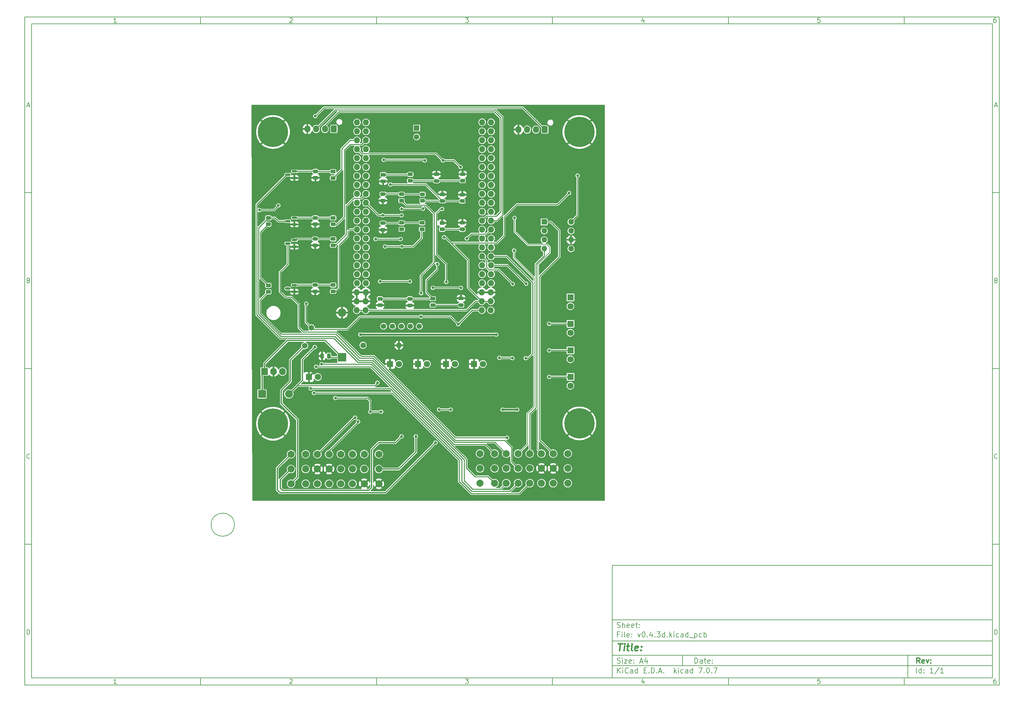
<source format=gbr>
%TF.GenerationSoftware,KiCad,Pcbnew,7.0.7*%
%TF.CreationDate,2024-10-02T11:43:54-03:00*%
%TF.ProjectId,v0.4.3d,76302e34-2e33-4642-9e6b-696361645f70,rev?*%
%TF.SameCoordinates,Original*%
%TF.FileFunction,Copper,L2,Bot*%
%TF.FilePolarity,Positive*%
%FSLAX46Y46*%
G04 Gerber Fmt 4.6, Leading zero omitted, Abs format (unit mm)*
G04 Created by KiCad (PCBNEW 7.0.7) date 2024-10-02 11:43:54*
%MOMM*%
%LPD*%
G01*
G04 APERTURE LIST*
G04 Aperture macros list*
%AMRoundRect*
0 Rectangle with rounded corners*
0 $1 Rounding radius*
0 $2 $3 $4 $5 $6 $7 $8 $9 X,Y pos of 4 corners*
0 Add a 4 corners polygon primitive as box body*
4,1,4,$2,$3,$4,$5,$6,$7,$8,$9,$2,$3,0*
0 Add four circle primitives for the rounded corners*
1,1,$1+$1,$2,$3*
1,1,$1+$1,$4,$5*
1,1,$1+$1,$6,$7*
1,1,$1+$1,$8,$9*
0 Add four rect primitives between the rounded corners*
20,1,$1+$1,$2,$3,$4,$5,0*
20,1,$1+$1,$4,$5,$6,$7,0*
20,1,$1+$1,$6,$7,$8,$9,0*
20,1,$1+$1,$8,$9,$2,$3,0*%
G04 Aperture macros list end*
%ADD10C,0.100000*%
%ADD11C,0.150000*%
%ADD12C,0.300000*%
%ADD13C,0.400000*%
%TA.AperFunction,NonConductor*%
%ADD14C,0.200000*%
%TD*%
%TA.AperFunction,SMDPad,CuDef*%
%ADD15RoundRect,0.250000X-0.450000X0.262500X-0.450000X-0.262500X0.450000X-0.262500X0.450000X0.262500X0*%
%TD*%
%TA.AperFunction,SMDPad,CuDef*%
%ADD16RoundRect,0.250000X0.450000X-0.262500X0.450000X0.262500X-0.450000X0.262500X-0.450000X-0.262500X0*%
%TD*%
%TA.AperFunction,ComponentPad*%
%ADD17R,1.800000X1.800000*%
%TD*%
%TA.AperFunction,ComponentPad*%
%ADD18C,1.800000*%
%TD*%
%TA.AperFunction,ComponentPad*%
%ADD19RoundRect,0.250000X0.600000X0.725000X-0.600000X0.725000X-0.600000X-0.725000X0.600000X-0.725000X0*%
%TD*%
%TA.AperFunction,ComponentPad*%
%ADD20O,1.700000X1.950000*%
%TD*%
%TA.AperFunction,ComponentPad*%
%ADD21C,0.900000*%
%TD*%
%TA.AperFunction,ComponentPad*%
%ADD22C,8.600000*%
%TD*%
%TA.AperFunction,ComponentPad*%
%ADD23R,2.400000X2.400000*%
%TD*%
%TA.AperFunction,ComponentPad*%
%ADD24O,2.400000X2.400000*%
%TD*%
%TA.AperFunction,ComponentPad*%
%ADD25O,1.727200X1.727200*%
%TD*%
%TA.AperFunction,ComponentPad*%
%ADD26C,1.524000*%
%TD*%
%TA.AperFunction,ComponentPad*%
%ADD27R,1.524000X1.524000*%
%TD*%
%TA.AperFunction,ComponentPad*%
%ADD28R,2.200000X2.200000*%
%TD*%
%TA.AperFunction,ComponentPad*%
%ADD29O,2.200000X2.200000*%
%TD*%
%TA.AperFunction,ComponentPad*%
%ADD30C,1.600000*%
%TD*%
%TA.AperFunction,ComponentPad*%
%ADD31O,1.600000X1.600000*%
%TD*%
%TA.AperFunction,ComponentPad*%
%ADD32C,1.560000*%
%TD*%
%TA.AperFunction,ComponentPad*%
%ADD33R,1.600000X1.600000*%
%TD*%
%TA.AperFunction,ComponentPad*%
%ADD34R,1.905000X2.000000*%
%TD*%
%TA.AperFunction,ComponentPad*%
%ADD35O,1.905000X2.000000*%
%TD*%
%TA.AperFunction,ComponentPad*%
%ADD36C,2.000000*%
%TD*%
%TA.AperFunction,SMDPad,CuDef*%
%ADD37RoundRect,0.150000X0.587500X0.150000X-0.587500X0.150000X-0.587500X-0.150000X0.587500X-0.150000X0*%
%TD*%
%TA.AperFunction,SMDPad,CuDef*%
%ADD38RoundRect,0.250000X-0.475000X0.250000X-0.475000X-0.250000X0.475000X-0.250000X0.475000X0.250000X0*%
%TD*%
%TA.AperFunction,SMDPad,CuDef*%
%ADD39RoundRect,0.250000X0.475000X-0.250000X0.475000X0.250000X-0.475000X0.250000X-0.475000X-0.250000X0*%
%TD*%
%TA.AperFunction,SMDPad,CuDef*%
%ADD40RoundRect,0.250000X0.250000X0.475000X-0.250000X0.475000X-0.250000X-0.475000X0.250000X-0.475000X0*%
%TD*%
%TA.AperFunction,ViaPad*%
%ADD41C,0.800000*%
%TD*%
%TA.AperFunction,Conductor*%
%ADD42C,0.250000*%
%TD*%
%TA.AperFunction,Conductor*%
%ADD43C,0.500000*%
%TD*%
%TA.AperFunction,Conductor*%
%ADD44C,0.200000*%
%TD*%
%TA.AperFunction,Conductor*%
%ADD45C,0.350000*%
%TD*%
G04 APERTURE END LIST*
D10*
D11*
X177002200Y-166007200D02*
X285002200Y-166007200D01*
X285002200Y-198007200D01*
X177002200Y-198007200D01*
X177002200Y-166007200D01*
D10*
D11*
X10000000Y-10000000D02*
X287002200Y-10000000D01*
X287002200Y-200007200D01*
X10000000Y-200007200D01*
X10000000Y-10000000D01*
D10*
D11*
X12000000Y-12000000D02*
X285002200Y-12000000D01*
X285002200Y-198007200D01*
X12000000Y-198007200D01*
X12000000Y-12000000D01*
D10*
D11*
X60000000Y-12000000D02*
X60000000Y-10000000D01*
D10*
D11*
X110000000Y-12000000D02*
X110000000Y-10000000D01*
D10*
D11*
X160000000Y-12000000D02*
X160000000Y-10000000D01*
D10*
D11*
X210000000Y-12000000D02*
X210000000Y-10000000D01*
D10*
D11*
X260000000Y-12000000D02*
X260000000Y-10000000D01*
D10*
D11*
X36089160Y-11593604D02*
X35346303Y-11593604D01*
X35717731Y-11593604D02*
X35717731Y-10293604D01*
X35717731Y-10293604D02*
X35593922Y-10479319D01*
X35593922Y-10479319D02*
X35470112Y-10603128D01*
X35470112Y-10603128D02*
X35346303Y-10665033D01*
D10*
D11*
X85346303Y-10417414D02*
X85408207Y-10355509D01*
X85408207Y-10355509D02*
X85532017Y-10293604D01*
X85532017Y-10293604D02*
X85841541Y-10293604D01*
X85841541Y-10293604D02*
X85965350Y-10355509D01*
X85965350Y-10355509D02*
X86027255Y-10417414D01*
X86027255Y-10417414D02*
X86089160Y-10541223D01*
X86089160Y-10541223D02*
X86089160Y-10665033D01*
X86089160Y-10665033D02*
X86027255Y-10850747D01*
X86027255Y-10850747D02*
X85284398Y-11593604D01*
X85284398Y-11593604D02*
X86089160Y-11593604D01*
D10*
D11*
X135284398Y-10293604D02*
X136089160Y-10293604D01*
X136089160Y-10293604D02*
X135655826Y-10788842D01*
X135655826Y-10788842D02*
X135841541Y-10788842D01*
X135841541Y-10788842D02*
X135965350Y-10850747D01*
X135965350Y-10850747D02*
X136027255Y-10912652D01*
X136027255Y-10912652D02*
X136089160Y-11036461D01*
X136089160Y-11036461D02*
X136089160Y-11345985D01*
X136089160Y-11345985D02*
X136027255Y-11469795D01*
X136027255Y-11469795D02*
X135965350Y-11531700D01*
X135965350Y-11531700D02*
X135841541Y-11593604D01*
X135841541Y-11593604D02*
X135470112Y-11593604D01*
X135470112Y-11593604D02*
X135346303Y-11531700D01*
X135346303Y-11531700D02*
X135284398Y-11469795D01*
D10*
D11*
X185965350Y-10726938D02*
X185965350Y-11593604D01*
X185655826Y-10231700D02*
X185346303Y-11160271D01*
X185346303Y-11160271D02*
X186151064Y-11160271D01*
D10*
D11*
X236027255Y-10293604D02*
X235408207Y-10293604D01*
X235408207Y-10293604D02*
X235346303Y-10912652D01*
X235346303Y-10912652D02*
X235408207Y-10850747D01*
X235408207Y-10850747D02*
X235532017Y-10788842D01*
X235532017Y-10788842D02*
X235841541Y-10788842D01*
X235841541Y-10788842D02*
X235965350Y-10850747D01*
X235965350Y-10850747D02*
X236027255Y-10912652D01*
X236027255Y-10912652D02*
X236089160Y-11036461D01*
X236089160Y-11036461D02*
X236089160Y-11345985D01*
X236089160Y-11345985D02*
X236027255Y-11469795D01*
X236027255Y-11469795D02*
X235965350Y-11531700D01*
X235965350Y-11531700D02*
X235841541Y-11593604D01*
X235841541Y-11593604D02*
X235532017Y-11593604D01*
X235532017Y-11593604D02*
X235408207Y-11531700D01*
X235408207Y-11531700D02*
X235346303Y-11469795D01*
D10*
D11*
X285965350Y-10293604D02*
X285717731Y-10293604D01*
X285717731Y-10293604D02*
X285593922Y-10355509D01*
X285593922Y-10355509D02*
X285532017Y-10417414D01*
X285532017Y-10417414D02*
X285408207Y-10603128D01*
X285408207Y-10603128D02*
X285346303Y-10850747D01*
X285346303Y-10850747D02*
X285346303Y-11345985D01*
X285346303Y-11345985D02*
X285408207Y-11469795D01*
X285408207Y-11469795D02*
X285470112Y-11531700D01*
X285470112Y-11531700D02*
X285593922Y-11593604D01*
X285593922Y-11593604D02*
X285841541Y-11593604D01*
X285841541Y-11593604D02*
X285965350Y-11531700D01*
X285965350Y-11531700D02*
X286027255Y-11469795D01*
X286027255Y-11469795D02*
X286089160Y-11345985D01*
X286089160Y-11345985D02*
X286089160Y-11036461D01*
X286089160Y-11036461D02*
X286027255Y-10912652D01*
X286027255Y-10912652D02*
X285965350Y-10850747D01*
X285965350Y-10850747D02*
X285841541Y-10788842D01*
X285841541Y-10788842D02*
X285593922Y-10788842D01*
X285593922Y-10788842D02*
X285470112Y-10850747D01*
X285470112Y-10850747D02*
X285408207Y-10912652D01*
X285408207Y-10912652D02*
X285346303Y-11036461D01*
D10*
D11*
X60000000Y-198007200D02*
X60000000Y-200007200D01*
D10*
D11*
X110000000Y-198007200D02*
X110000000Y-200007200D01*
D10*
D11*
X160000000Y-198007200D02*
X160000000Y-200007200D01*
D10*
D11*
X210000000Y-198007200D02*
X210000000Y-200007200D01*
D10*
D11*
X260000000Y-198007200D02*
X260000000Y-200007200D01*
D10*
D11*
X36089160Y-199600804D02*
X35346303Y-199600804D01*
X35717731Y-199600804D02*
X35717731Y-198300804D01*
X35717731Y-198300804D02*
X35593922Y-198486519D01*
X35593922Y-198486519D02*
X35470112Y-198610328D01*
X35470112Y-198610328D02*
X35346303Y-198672233D01*
D10*
D11*
X85346303Y-198424614D02*
X85408207Y-198362709D01*
X85408207Y-198362709D02*
X85532017Y-198300804D01*
X85532017Y-198300804D02*
X85841541Y-198300804D01*
X85841541Y-198300804D02*
X85965350Y-198362709D01*
X85965350Y-198362709D02*
X86027255Y-198424614D01*
X86027255Y-198424614D02*
X86089160Y-198548423D01*
X86089160Y-198548423D02*
X86089160Y-198672233D01*
X86089160Y-198672233D02*
X86027255Y-198857947D01*
X86027255Y-198857947D02*
X85284398Y-199600804D01*
X85284398Y-199600804D02*
X86089160Y-199600804D01*
D10*
D11*
X135284398Y-198300804D02*
X136089160Y-198300804D01*
X136089160Y-198300804D02*
X135655826Y-198796042D01*
X135655826Y-198796042D02*
X135841541Y-198796042D01*
X135841541Y-198796042D02*
X135965350Y-198857947D01*
X135965350Y-198857947D02*
X136027255Y-198919852D01*
X136027255Y-198919852D02*
X136089160Y-199043661D01*
X136089160Y-199043661D02*
X136089160Y-199353185D01*
X136089160Y-199353185D02*
X136027255Y-199476995D01*
X136027255Y-199476995D02*
X135965350Y-199538900D01*
X135965350Y-199538900D02*
X135841541Y-199600804D01*
X135841541Y-199600804D02*
X135470112Y-199600804D01*
X135470112Y-199600804D02*
X135346303Y-199538900D01*
X135346303Y-199538900D02*
X135284398Y-199476995D01*
D10*
D11*
X185965350Y-198734138D02*
X185965350Y-199600804D01*
X185655826Y-198238900D02*
X185346303Y-199167471D01*
X185346303Y-199167471D02*
X186151064Y-199167471D01*
D10*
D11*
X236027255Y-198300804D02*
X235408207Y-198300804D01*
X235408207Y-198300804D02*
X235346303Y-198919852D01*
X235346303Y-198919852D02*
X235408207Y-198857947D01*
X235408207Y-198857947D02*
X235532017Y-198796042D01*
X235532017Y-198796042D02*
X235841541Y-198796042D01*
X235841541Y-198796042D02*
X235965350Y-198857947D01*
X235965350Y-198857947D02*
X236027255Y-198919852D01*
X236027255Y-198919852D02*
X236089160Y-199043661D01*
X236089160Y-199043661D02*
X236089160Y-199353185D01*
X236089160Y-199353185D02*
X236027255Y-199476995D01*
X236027255Y-199476995D02*
X235965350Y-199538900D01*
X235965350Y-199538900D02*
X235841541Y-199600804D01*
X235841541Y-199600804D02*
X235532017Y-199600804D01*
X235532017Y-199600804D02*
X235408207Y-199538900D01*
X235408207Y-199538900D02*
X235346303Y-199476995D01*
D10*
D11*
X285965350Y-198300804D02*
X285717731Y-198300804D01*
X285717731Y-198300804D02*
X285593922Y-198362709D01*
X285593922Y-198362709D02*
X285532017Y-198424614D01*
X285532017Y-198424614D02*
X285408207Y-198610328D01*
X285408207Y-198610328D02*
X285346303Y-198857947D01*
X285346303Y-198857947D02*
X285346303Y-199353185D01*
X285346303Y-199353185D02*
X285408207Y-199476995D01*
X285408207Y-199476995D02*
X285470112Y-199538900D01*
X285470112Y-199538900D02*
X285593922Y-199600804D01*
X285593922Y-199600804D02*
X285841541Y-199600804D01*
X285841541Y-199600804D02*
X285965350Y-199538900D01*
X285965350Y-199538900D02*
X286027255Y-199476995D01*
X286027255Y-199476995D02*
X286089160Y-199353185D01*
X286089160Y-199353185D02*
X286089160Y-199043661D01*
X286089160Y-199043661D02*
X286027255Y-198919852D01*
X286027255Y-198919852D02*
X285965350Y-198857947D01*
X285965350Y-198857947D02*
X285841541Y-198796042D01*
X285841541Y-198796042D02*
X285593922Y-198796042D01*
X285593922Y-198796042D02*
X285470112Y-198857947D01*
X285470112Y-198857947D02*
X285408207Y-198919852D01*
X285408207Y-198919852D02*
X285346303Y-199043661D01*
D10*
D11*
X10000000Y-60000000D02*
X12000000Y-60000000D01*
D10*
D11*
X10000000Y-110000000D02*
X12000000Y-110000000D01*
D10*
D11*
X10000000Y-160000000D02*
X12000000Y-160000000D01*
D10*
D11*
X10690476Y-35222176D02*
X11309523Y-35222176D01*
X10566666Y-35593604D02*
X10999999Y-34293604D01*
X10999999Y-34293604D02*
X11433333Y-35593604D01*
D10*
D11*
X11092857Y-84912652D02*
X11278571Y-84974557D01*
X11278571Y-84974557D02*
X11340476Y-85036461D01*
X11340476Y-85036461D02*
X11402380Y-85160271D01*
X11402380Y-85160271D02*
X11402380Y-85345985D01*
X11402380Y-85345985D02*
X11340476Y-85469795D01*
X11340476Y-85469795D02*
X11278571Y-85531700D01*
X11278571Y-85531700D02*
X11154761Y-85593604D01*
X11154761Y-85593604D02*
X10659523Y-85593604D01*
X10659523Y-85593604D02*
X10659523Y-84293604D01*
X10659523Y-84293604D02*
X11092857Y-84293604D01*
X11092857Y-84293604D02*
X11216666Y-84355509D01*
X11216666Y-84355509D02*
X11278571Y-84417414D01*
X11278571Y-84417414D02*
X11340476Y-84541223D01*
X11340476Y-84541223D02*
X11340476Y-84665033D01*
X11340476Y-84665033D02*
X11278571Y-84788842D01*
X11278571Y-84788842D02*
X11216666Y-84850747D01*
X11216666Y-84850747D02*
X11092857Y-84912652D01*
X11092857Y-84912652D02*
X10659523Y-84912652D01*
D10*
D11*
X11402380Y-135469795D02*
X11340476Y-135531700D01*
X11340476Y-135531700D02*
X11154761Y-135593604D01*
X11154761Y-135593604D02*
X11030952Y-135593604D01*
X11030952Y-135593604D02*
X10845238Y-135531700D01*
X10845238Y-135531700D02*
X10721428Y-135407890D01*
X10721428Y-135407890D02*
X10659523Y-135284080D01*
X10659523Y-135284080D02*
X10597619Y-135036461D01*
X10597619Y-135036461D02*
X10597619Y-134850747D01*
X10597619Y-134850747D02*
X10659523Y-134603128D01*
X10659523Y-134603128D02*
X10721428Y-134479319D01*
X10721428Y-134479319D02*
X10845238Y-134355509D01*
X10845238Y-134355509D02*
X11030952Y-134293604D01*
X11030952Y-134293604D02*
X11154761Y-134293604D01*
X11154761Y-134293604D02*
X11340476Y-134355509D01*
X11340476Y-134355509D02*
X11402380Y-134417414D01*
D10*
D11*
X10659523Y-185593604D02*
X10659523Y-184293604D01*
X10659523Y-184293604D02*
X10969047Y-184293604D01*
X10969047Y-184293604D02*
X11154761Y-184355509D01*
X11154761Y-184355509D02*
X11278571Y-184479319D01*
X11278571Y-184479319D02*
X11340476Y-184603128D01*
X11340476Y-184603128D02*
X11402380Y-184850747D01*
X11402380Y-184850747D02*
X11402380Y-185036461D01*
X11402380Y-185036461D02*
X11340476Y-185284080D01*
X11340476Y-185284080D02*
X11278571Y-185407890D01*
X11278571Y-185407890D02*
X11154761Y-185531700D01*
X11154761Y-185531700D02*
X10969047Y-185593604D01*
X10969047Y-185593604D02*
X10659523Y-185593604D01*
D10*
D11*
X287002200Y-60000000D02*
X285002200Y-60000000D01*
D10*
D11*
X287002200Y-110000000D02*
X285002200Y-110000000D01*
D10*
D11*
X287002200Y-160000000D02*
X285002200Y-160000000D01*
D10*
D11*
X285692676Y-35222176D02*
X286311723Y-35222176D01*
X285568866Y-35593604D02*
X286002199Y-34293604D01*
X286002199Y-34293604D02*
X286435533Y-35593604D01*
D10*
D11*
X286095057Y-84912652D02*
X286280771Y-84974557D01*
X286280771Y-84974557D02*
X286342676Y-85036461D01*
X286342676Y-85036461D02*
X286404580Y-85160271D01*
X286404580Y-85160271D02*
X286404580Y-85345985D01*
X286404580Y-85345985D02*
X286342676Y-85469795D01*
X286342676Y-85469795D02*
X286280771Y-85531700D01*
X286280771Y-85531700D02*
X286156961Y-85593604D01*
X286156961Y-85593604D02*
X285661723Y-85593604D01*
X285661723Y-85593604D02*
X285661723Y-84293604D01*
X285661723Y-84293604D02*
X286095057Y-84293604D01*
X286095057Y-84293604D02*
X286218866Y-84355509D01*
X286218866Y-84355509D02*
X286280771Y-84417414D01*
X286280771Y-84417414D02*
X286342676Y-84541223D01*
X286342676Y-84541223D02*
X286342676Y-84665033D01*
X286342676Y-84665033D02*
X286280771Y-84788842D01*
X286280771Y-84788842D02*
X286218866Y-84850747D01*
X286218866Y-84850747D02*
X286095057Y-84912652D01*
X286095057Y-84912652D02*
X285661723Y-84912652D01*
D10*
D11*
X286404580Y-135469795D02*
X286342676Y-135531700D01*
X286342676Y-135531700D02*
X286156961Y-135593604D01*
X286156961Y-135593604D02*
X286033152Y-135593604D01*
X286033152Y-135593604D02*
X285847438Y-135531700D01*
X285847438Y-135531700D02*
X285723628Y-135407890D01*
X285723628Y-135407890D02*
X285661723Y-135284080D01*
X285661723Y-135284080D02*
X285599819Y-135036461D01*
X285599819Y-135036461D02*
X285599819Y-134850747D01*
X285599819Y-134850747D02*
X285661723Y-134603128D01*
X285661723Y-134603128D02*
X285723628Y-134479319D01*
X285723628Y-134479319D02*
X285847438Y-134355509D01*
X285847438Y-134355509D02*
X286033152Y-134293604D01*
X286033152Y-134293604D02*
X286156961Y-134293604D01*
X286156961Y-134293604D02*
X286342676Y-134355509D01*
X286342676Y-134355509D02*
X286404580Y-134417414D01*
D10*
D11*
X285661723Y-185593604D02*
X285661723Y-184293604D01*
X285661723Y-184293604D02*
X285971247Y-184293604D01*
X285971247Y-184293604D02*
X286156961Y-184355509D01*
X286156961Y-184355509D02*
X286280771Y-184479319D01*
X286280771Y-184479319D02*
X286342676Y-184603128D01*
X286342676Y-184603128D02*
X286404580Y-184850747D01*
X286404580Y-184850747D02*
X286404580Y-185036461D01*
X286404580Y-185036461D02*
X286342676Y-185284080D01*
X286342676Y-185284080D02*
X286280771Y-185407890D01*
X286280771Y-185407890D02*
X286156961Y-185531700D01*
X286156961Y-185531700D02*
X285971247Y-185593604D01*
X285971247Y-185593604D02*
X285661723Y-185593604D01*
D10*
D11*
X200458026Y-193793328D02*
X200458026Y-192293328D01*
X200458026Y-192293328D02*
X200815169Y-192293328D01*
X200815169Y-192293328D02*
X201029455Y-192364757D01*
X201029455Y-192364757D02*
X201172312Y-192507614D01*
X201172312Y-192507614D02*
X201243741Y-192650471D01*
X201243741Y-192650471D02*
X201315169Y-192936185D01*
X201315169Y-192936185D02*
X201315169Y-193150471D01*
X201315169Y-193150471D02*
X201243741Y-193436185D01*
X201243741Y-193436185D02*
X201172312Y-193579042D01*
X201172312Y-193579042D02*
X201029455Y-193721900D01*
X201029455Y-193721900D02*
X200815169Y-193793328D01*
X200815169Y-193793328D02*
X200458026Y-193793328D01*
X202600884Y-193793328D02*
X202600884Y-193007614D01*
X202600884Y-193007614D02*
X202529455Y-192864757D01*
X202529455Y-192864757D02*
X202386598Y-192793328D01*
X202386598Y-192793328D02*
X202100884Y-192793328D01*
X202100884Y-192793328D02*
X201958026Y-192864757D01*
X202600884Y-193721900D02*
X202458026Y-193793328D01*
X202458026Y-193793328D02*
X202100884Y-193793328D01*
X202100884Y-193793328D02*
X201958026Y-193721900D01*
X201958026Y-193721900D02*
X201886598Y-193579042D01*
X201886598Y-193579042D02*
X201886598Y-193436185D01*
X201886598Y-193436185D02*
X201958026Y-193293328D01*
X201958026Y-193293328D02*
X202100884Y-193221900D01*
X202100884Y-193221900D02*
X202458026Y-193221900D01*
X202458026Y-193221900D02*
X202600884Y-193150471D01*
X203100884Y-192793328D02*
X203672312Y-192793328D01*
X203315169Y-192293328D02*
X203315169Y-193579042D01*
X203315169Y-193579042D02*
X203386598Y-193721900D01*
X203386598Y-193721900D02*
X203529455Y-193793328D01*
X203529455Y-193793328D02*
X203672312Y-193793328D01*
X204743741Y-193721900D02*
X204600884Y-193793328D01*
X204600884Y-193793328D02*
X204315170Y-193793328D01*
X204315170Y-193793328D02*
X204172312Y-193721900D01*
X204172312Y-193721900D02*
X204100884Y-193579042D01*
X204100884Y-193579042D02*
X204100884Y-193007614D01*
X204100884Y-193007614D02*
X204172312Y-192864757D01*
X204172312Y-192864757D02*
X204315170Y-192793328D01*
X204315170Y-192793328D02*
X204600884Y-192793328D01*
X204600884Y-192793328D02*
X204743741Y-192864757D01*
X204743741Y-192864757D02*
X204815170Y-193007614D01*
X204815170Y-193007614D02*
X204815170Y-193150471D01*
X204815170Y-193150471D02*
X204100884Y-193293328D01*
X205458026Y-193650471D02*
X205529455Y-193721900D01*
X205529455Y-193721900D02*
X205458026Y-193793328D01*
X205458026Y-193793328D02*
X205386598Y-193721900D01*
X205386598Y-193721900D02*
X205458026Y-193650471D01*
X205458026Y-193650471D02*
X205458026Y-193793328D01*
X205458026Y-192864757D02*
X205529455Y-192936185D01*
X205529455Y-192936185D02*
X205458026Y-193007614D01*
X205458026Y-193007614D02*
X205386598Y-192936185D01*
X205386598Y-192936185D02*
X205458026Y-192864757D01*
X205458026Y-192864757D02*
X205458026Y-193007614D01*
D10*
D11*
X177002200Y-194507200D02*
X285002200Y-194507200D01*
D10*
D11*
X178458026Y-196593328D02*
X178458026Y-195093328D01*
X179315169Y-196593328D02*
X178672312Y-195736185D01*
X179315169Y-195093328D02*
X178458026Y-195950471D01*
X179958026Y-196593328D02*
X179958026Y-195593328D01*
X179958026Y-195093328D02*
X179886598Y-195164757D01*
X179886598Y-195164757D02*
X179958026Y-195236185D01*
X179958026Y-195236185D02*
X180029455Y-195164757D01*
X180029455Y-195164757D02*
X179958026Y-195093328D01*
X179958026Y-195093328D02*
X179958026Y-195236185D01*
X181529455Y-196450471D02*
X181458027Y-196521900D01*
X181458027Y-196521900D02*
X181243741Y-196593328D01*
X181243741Y-196593328D02*
X181100884Y-196593328D01*
X181100884Y-196593328D02*
X180886598Y-196521900D01*
X180886598Y-196521900D02*
X180743741Y-196379042D01*
X180743741Y-196379042D02*
X180672312Y-196236185D01*
X180672312Y-196236185D02*
X180600884Y-195950471D01*
X180600884Y-195950471D02*
X180600884Y-195736185D01*
X180600884Y-195736185D02*
X180672312Y-195450471D01*
X180672312Y-195450471D02*
X180743741Y-195307614D01*
X180743741Y-195307614D02*
X180886598Y-195164757D01*
X180886598Y-195164757D02*
X181100884Y-195093328D01*
X181100884Y-195093328D02*
X181243741Y-195093328D01*
X181243741Y-195093328D02*
X181458027Y-195164757D01*
X181458027Y-195164757D02*
X181529455Y-195236185D01*
X182815170Y-196593328D02*
X182815170Y-195807614D01*
X182815170Y-195807614D02*
X182743741Y-195664757D01*
X182743741Y-195664757D02*
X182600884Y-195593328D01*
X182600884Y-195593328D02*
X182315170Y-195593328D01*
X182315170Y-195593328D02*
X182172312Y-195664757D01*
X182815170Y-196521900D02*
X182672312Y-196593328D01*
X182672312Y-196593328D02*
X182315170Y-196593328D01*
X182315170Y-196593328D02*
X182172312Y-196521900D01*
X182172312Y-196521900D02*
X182100884Y-196379042D01*
X182100884Y-196379042D02*
X182100884Y-196236185D01*
X182100884Y-196236185D02*
X182172312Y-196093328D01*
X182172312Y-196093328D02*
X182315170Y-196021900D01*
X182315170Y-196021900D02*
X182672312Y-196021900D01*
X182672312Y-196021900D02*
X182815170Y-195950471D01*
X184172313Y-196593328D02*
X184172313Y-195093328D01*
X184172313Y-196521900D02*
X184029455Y-196593328D01*
X184029455Y-196593328D02*
X183743741Y-196593328D01*
X183743741Y-196593328D02*
X183600884Y-196521900D01*
X183600884Y-196521900D02*
X183529455Y-196450471D01*
X183529455Y-196450471D02*
X183458027Y-196307614D01*
X183458027Y-196307614D02*
X183458027Y-195879042D01*
X183458027Y-195879042D02*
X183529455Y-195736185D01*
X183529455Y-195736185D02*
X183600884Y-195664757D01*
X183600884Y-195664757D02*
X183743741Y-195593328D01*
X183743741Y-195593328D02*
X184029455Y-195593328D01*
X184029455Y-195593328D02*
X184172313Y-195664757D01*
X186029455Y-195807614D02*
X186529455Y-195807614D01*
X186743741Y-196593328D02*
X186029455Y-196593328D01*
X186029455Y-196593328D02*
X186029455Y-195093328D01*
X186029455Y-195093328D02*
X186743741Y-195093328D01*
X187386598Y-196450471D02*
X187458027Y-196521900D01*
X187458027Y-196521900D02*
X187386598Y-196593328D01*
X187386598Y-196593328D02*
X187315170Y-196521900D01*
X187315170Y-196521900D02*
X187386598Y-196450471D01*
X187386598Y-196450471D02*
X187386598Y-196593328D01*
X188100884Y-196593328D02*
X188100884Y-195093328D01*
X188100884Y-195093328D02*
X188458027Y-195093328D01*
X188458027Y-195093328D02*
X188672313Y-195164757D01*
X188672313Y-195164757D02*
X188815170Y-195307614D01*
X188815170Y-195307614D02*
X188886599Y-195450471D01*
X188886599Y-195450471D02*
X188958027Y-195736185D01*
X188958027Y-195736185D02*
X188958027Y-195950471D01*
X188958027Y-195950471D02*
X188886599Y-196236185D01*
X188886599Y-196236185D02*
X188815170Y-196379042D01*
X188815170Y-196379042D02*
X188672313Y-196521900D01*
X188672313Y-196521900D02*
X188458027Y-196593328D01*
X188458027Y-196593328D02*
X188100884Y-196593328D01*
X189600884Y-196450471D02*
X189672313Y-196521900D01*
X189672313Y-196521900D02*
X189600884Y-196593328D01*
X189600884Y-196593328D02*
X189529456Y-196521900D01*
X189529456Y-196521900D02*
X189600884Y-196450471D01*
X189600884Y-196450471D02*
X189600884Y-196593328D01*
X190243742Y-196164757D02*
X190958028Y-196164757D01*
X190100885Y-196593328D02*
X190600885Y-195093328D01*
X190600885Y-195093328D02*
X191100885Y-196593328D01*
X191600884Y-196450471D02*
X191672313Y-196521900D01*
X191672313Y-196521900D02*
X191600884Y-196593328D01*
X191600884Y-196593328D02*
X191529456Y-196521900D01*
X191529456Y-196521900D02*
X191600884Y-196450471D01*
X191600884Y-196450471D02*
X191600884Y-196593328D01*
X194600884Y-196593328D02*
X194600884Y-195093328D01*
X194743742Y-196021900D02*
X195172313Y-196593328D01*
X195172313Y-195593328D02*
X194600884Y-196164757D01*
X195815170Y-196593328D02*
X195815170Y-195593328D01*
X195815170Y-195093328D02*
X195743742Y-195164757D01*
X195743742Y-195164757D02*
X195815170Y-195236185D01*
X195815170Y-195236185D02*
X195886599Y-195164757D01*
X195886599Y-195164757D02*
X195815170Y-195093328D01*
X195815170Y-195093328D02*
X195815170Y-195236185D01*
X197172314Y-196521900D02*
X197029456Y-196593328D01*
X197029456Y-196593328D02*
X196743742Y-196593328D01*
X196743742Y-196593328D02*
X196600885Y-196521900D01*
X196600885Y-196521900D02*
X196529456Y-196450471D01*
X196529456Y-196450471D02*
X196458028Y-196307614D01*
X196458028Y-196307614D02*
X196458028Y-195879042D01*
X196458028Y-195879042D02*
X196529456Y-195736185D01*
X196529456Y-195736185D02*
X196600885Y-195664757D01*
X196600885Y-195664757D02*
X196743742Y-195593328D01*
X196743742Y-195593328D02*
X197029456Y-195593328D01*
X197029456Y-195593328D02*
X197172314Y-195664757D01*
X198458028Y-196593328D02*
X198458028Y-195807614D01*
X198458028Y-195807614D02*
X198386599Y-195664757D01*
X198386599Y-195664757D02*
X198243742Y-195593328D01*
X198243742Y-195593328D02*
X197958028Y-195593328D01*
X197958028Y-195593328D02*
X197815170Y-195664757D01*
X198458028Y-196521900D02*
X198315170Y-196593328D01*
X198315170Y-196593328D02*
X197958028Y-196593328D01*
X197958028Y-196593328D02*
X197815170Y-196521900D01*
X197815170Y-196521900D02*
X197743742Y-196379042D01*
X197743742Y-196379042D02*
X197743742Y-196236185D01*
X197743742Y-196236185D02*
X197815170Y-196093328D01*
X197815170Y-196093328D02*
X197958028Y-196021900D01*
X197958028Y-196021900D02*
X198315170Y-196021900D01*
X198315170Y-196021900D02*
X198458028Y-195950471D01*
X199815171Y-196593328D02*
X199815171Y-195093328D01*
X199815171Y-196521900D02*
X199672313Y-196593328D01*
X199672313Y-196593328D02*
X199386599Y-196593328D01*
X199386599Y-196593328D02*
X199243742Y-196521900D01*
X199243742Y-196521900D02*
X199172313Y-196450471D01*
X199172313Y-196450471D02*
X199100885Y-196307614D01*
X199100885Y-196307614D02*
X199100885Y-195879042D01*
X199100885Y-195879042D02*
X199172313Y-195736185D01*
X199172313Y-195736185D02*
X199243742Y-195664757D01*
X199243742Y-195664757D02*
X199386599Y-195593328D01*
X199386599Y-195593328D02*
X199672313Y-195593328D01*
X199672313Y-195593328D02*
X199815171Y-195664757D01*
X201529456Y-195093328D02*
X202529456Y-195093328D01*
X202529456Y-195093328D02*
X201886599Y-196593328D01*
X203100884Y-196450471D02*
X203172313Y-196521900D01*
X203172313Y-196521900D02*
X203100884Y-196593328D01*
X203100884Y-196593328D02*
X203029456Y-196521900D01*
X203029456Y-196521900D02*
X203100884Y-196450471D01*
X203100884Y-196450471D02*
X203100884Y-196593328D01*
X204100885Y-195093328D02*
X204243742Y-195093328D01*
X204243742Y-195093328D02*
X204386599Y-195164757D01*
X204386599Y-195164757D02*
X204458028Y-195236185D01*
X204458028Y-195236185D02*
X204529456Y-195379042D01*
X204529456Y-195379042D02*
X204600885Y-195664757D01*
X204600885Y-195664757D02*
X204600885Y-196021900D01*
X204600885Y-196021900D02*
X204529456Y-196307614D01*
X204529456Y-196307614D02*
X204458028Y-196450471D01*
X204458028Y-196450471D02*
X204386599Y-196521900D01*
X204386599Y-196521900D02*
X204243742Y-196593328D01*
X204243742Y-196593328D02*
X204100885Y-196593328D01*
X204100885Y-196593328D02*
X203958028Y-196521900D01*
X203958028Y-196521900D02*
X203886599Y-196450471D01*
X203886599Y-196450471D02*
X203815170Y-196307614D01*
X203815170Y-196307614D02*
X203743742Y-196021900D01*
X203743742Y-196021900D02*
X203743742Y-195664757D01*
X203743742Y-195664757D02*
X203815170Y-195379042D01*
X203815170Y-195379042D02*
X203886599Y-195236185D01*
X203886599Y-195236185D02*
X203958028Y-195164757D01*
X203958028Y-195164757D02*
X204100885Y-195093328D01*
X205243741Y-196450471D02*
X205315170Y-196521900D01*
X205315170Y-196521900D02*
X205243741Y-196593328D01*
X205243741Y-196593328D02*
X205172313Y-196521900D01*
X205172313Y-196521900D02*
X205243741Y-196450471D01*
X205243741Y-196450471D02*
X205243741Y-196593328D01*
X205815170Y-195093328D02*
X206815170Y-195093328D01*
X206815170Y-195093328D02*
X206172313Y-196593328D01*
D10*
D11*
X177002200Y-191507200D02*
X285002200Y-191507200D01*
D10*
D12*
X264413853Y-193785528D02*
X263913853Y-193071242D01*
X263556710Y-193785528D02*
X263556710Y-192285528D01*
X263556710Y-192285528D02*
X264128139Y-192285528D01*
X264128139Y-192285528D02*
X264270996Y-192356957D01*
X264270996Y-192356957D02*
X264342425Y-192428385D01*
X264342425Y-192428385D02*
X264413853Y-192571242D01*
X264413853Y-192571242D02*
X264413853Y-192785528D01*
X264413853Y-192785528D02*
X264342425Y-192928385D01*
X264342425Y-192928385D02*
X264270996Y-192999814D01*
X264270996Y-192999814D02*
X264128139Y-193071242D01*
X264128139Y-193071242D02*
X263556710Y-193071242D01*
X265628139Y-193714100D02*
X265485282Y-193785528D01*
X265485282Y-193785528D02*
X265199568Y-193785528D01*
X265199568Y-193785528D02*
X265056710Y-193714100D01*
X265056710Y-193714100D02*
X264985282Y-193571242D01*
X264985282Y-193571242D02*
X264985282Y-192999814D01*
X264985282Y-192999814D02*
X265056710Y-192856957D01*
X265056710Y-192856957D02*
X265199568Y-192785528D01*
X265199568Y-192785528D02*
X265485282Y-192785528D01*
X265485282Y-192785528D02*
X265628139Y-192856957D01*
X265628139Y-192856957D02*
X265699568Y-192999814D01*
X265699568Y-192999814D02*
X265699568Y-193142671D01*
X265699568Y-193142671D02*
X264985282Y-193285528D01*
X266199567Y-192785528D02*
X266556710Y-193785528D01*
X266556710Y-193785528D02*
X266913853Y-192785528D01*
X267485281Y-193642671D02*
X267556710Y-193714100D01*
X267556710Y-193714100D02*
X267485281Y-193785528D01*
X267485281Y-193785528D02*
X267413853Y-193714100D01*
X267413853Y-193714100D02*
X267485281Y-193642671D01*
X267485281Y-193642671D02*
X267485281Y-193785528D01*
X267485281Y-192856957D02*
X267556710Y-192928385D01*
X267556710Y-192928385D02*
X267485281Y-192999814D01*
X267485281Y-192999814D02*
X267413853Y-192928385D01*
X267413853Y-192928385D02*
X267485281Y-192856957D01*
X267485281Y-192856957D02*
X267485281Y-192999814D01*
D10*
D11*
X178386598Y-193721900D02*
X178600884Y-193793328D01*
X178600884Y-193793328D02*
X178958026Y-193793328D01*
X178958026Y-193793328D02*
X179100884Y-193721900D01*
X179100884Y-193721900D02*
X179172312Y-193650471D01*
X179172312Y-193650471D02*
X179243741Y-193507614D01*
X179243741Y-193507614D02*
X179243741Y-193364757D01*
X179243741Y-193364757D02*
X179172312Y-193221900D01*
X179172312Y-193221900D02*
X179100884Y-193150471D01*
X179100884Y-193150471D02*
X178958026Y-193079042D01*
X178958026Y-193079042D02*
X178672312Y-193007614D01*
X178672312Y-193007614D02*
X178529455Y-192936185D01*
X178529455Y-192936185D02*
X178458026Y-192864757D01*
X178458026Y-192864757D02*
X178386598Y-192721900D01*
X178386598Y-192721900D02*
X178386598Y-192579042D01*
X178386598Y-192579042D02*
X178458026Y-192436185D01*
X178458026Y-192436185D02*
X178529455Y-192364757D01*
X178529455Y-192364757D02*
X178672312Y-192293328D01*
X178672312Y-192293328D02*
X179029455Y-192293328D01*
X179029455Y-192293328D02*
X179243741Y-192364757D01*
X179886597Y-193793328D02*
X179886597Y-192793328D01*
X179886597Y-192293328D02*
X179815169Y-192364757D01*
X179815169Y-192364757D02*
X179886597Y-192436185D01*
X179886597Y-192436185D02*
X179958026Y-192364757D01*
X179958026Y-192364757D02*
X179886597Y-192293328D01*
X179886597Y-192293328D02*
X179886597Y-192436185D01*
X180458026Y-192793328D02*
X181243741Y-192793328D01*
X181243741Y-192793328D02*
X180458026Y-193793328D01*
X180458026Y-193793328D02*
X181243741Y-193793328D01*
X182386598Y-193721900D02*
X182243741Y-193793328D01*
X182243741Y-193793328D02*
X181958027Y-193793328D01*
X181958027Y-193793328D02*
X181815169Y-193721900D01*
X181815169Y-193721900D02*
X181743741Y-193579042D01*
X181743741Y-193579042D02*
X181743741Y-193007614D01*
X181743741Y-193007614D02*
X181815169Y-192864757D01*
X181815169Y-192864757D02*
X181958027Y-192793328D01*
X181958027Y-192793328D02*
X182243741Y-192793328D01*
X182243741Y-192793328D02*
X182386598Y-192864757D01*
X182386598Y-192864757D02*
X182458027Y-193007614D01*
X182458027Y-193007614D02*
X182458027Y-193150471D01*
X182458027Y-193150471D02*
X181743741Y-193293328D01*
X183100883Y-193650471D02*
X183172312Y-193721900D01*
X183172312Y-193721900D02*
X183100883Y-193793328D01*
X183100883Y-193793328D02*
X183029455Y-193721900D01*
X183029455Y-193721900D02*
X183100883Y-193650471D01*
X183100883Y-193650471D02*
X183100883Y-193793328D01*
X183100883Y-192864757D02*
X183172312Y-192936185D01*
X183172312Y-192936185D02*
X183100883Y-193007614D01*
X183100883Y-193007614D02*
X183029455Y-192936185D01*
X183029455Y-192936185D02*
X183100883Y-192864757D01*
X183100883Y-192864757D02*
X183100883Y-193007614D01*
X184886598Y-193364757D02*
X185600884Y-193364757D01*
X184743741Y-193793328D02*
X185243741Y-192293328D01*
X185243741Y-192293328D02*
X185743741Y-193793328D01*
X186886598Y-192793328D02*
X186886598Y-193793328D01*
X186529455Y-192221900D02*
X186172312Y-193293328D01*
X186172312Y-193293328D02*
X187100883Y-193293328D01*
D10*
D11*
X263458026Y-196593328D02*
X263458026Y-195093328D01*
X264815170Y-196593328D02*
X264815170Y-195093328D01*
X264815170Y-196521900D02*
X264672312Y-196593328D01*
X264672312Y-196593328D02*
X264386598Y-196593328D01*
X264386598Y-196593328D02*
X264243741Y-196521900D01*
X264243741Y-196521900D02*
X264172312Y-196450471D01*
X264172312Y-196450471D02*
X264100884Y-196307614D01*
X264100884Y-196307614D02*
X264100884Y-195879042D01*
X264100884Y-195879042D02*
X264172312Y-195736185D01*
X264172312Y-195736185D02*
X264243741Y-195664757D01*
X264243741Y-195664757D02*
X264386598Y-195593328D01*
X264386598Y-195593328D02*
X264672312Y-195593328D01*
X264672312Y-195593328D02*
X264815170Y-195664757D01*
X265529455Y-196450471D02*
X265600884Y-196521900D01*
X265600884Y-196521900D02*
X265529455Y-196593328D01*
X265529455Y-196593328D02*
X265458027Y-196521900D01*
X265458027Y-196521900D02*
X265529455Y-196450471D01*
X265529455Y-196450471D02*
X265529455Y-196593328D01*
X265529455Y-195664757D02*
X265600884Y-195736185D01*
X265600884Y-195736185D02*
X265529455Y-195807614D01*
X265529455Y-195807614D02*
X265458027Y-195736185D01*
X265458027Y-195736185D02*
X265529455Y-195664757D01*
X265529455Y-195664757D02*
X265529455Y-195807614D01*
X268172313Y-196593328D02*
X267315170Y-196593328D01*
X267743741Y-196593328D02*
X267743741Y-195093328D01*
X267743741Y-195093328D02*
X267600884Y-195307614D01*
X267600884Y-195307614D02*
X267458027Y-195450471D01*
X267458027Y-195450471D02*
X267315170Y-195521900D01*
X269886598Y-195021900D02*
X268600884Y-196950471D01*
X271172313Y-196593328D02*
X270315170Y-196593328D01*
X270743741Y-196593328D02*
X270743741Y-195093328D01*
X270743741Y-195093328D02*
X270600884Y-195307614D01*
X270600884Y-195307614D02*
X270458027Y-195450471D01*
X270458027Y-195450471D02*
X270315170Y-195521900D01*
D10*
D11*
X177002200Y-187507200D02*
X285002200Y-187507200D01*
D10*
D13*
X178693928Y-188211638D02*
X179836785Y-188211638D01*
X179015357Y-190211638D02*
X179265357Y-188211638D01*
X180253452Y-190211638D02*
X180420119Y-188878304D01*
X180503452Y-188211638D02*
X180396309Y-188306876D01*
X180396309Y-188306876D02*
X180479643Y-188402114D01*
X180479643Y-188402114D02*
X180586786Y-188306876D01*
X180586786Y-188306876D02*
X180503452Y-188211638D01*
X180503452Y-188211638D02*
X180479643Y-188402114D01*
X181086786Y-188878304D02*
X181848690Y-188878304D01*
X181455833Y-188211638D02*
X181241548Y-189925923D01*
X181241548Y-189925923D02*
X181312976Y-190116400D01*
X181312976Y-190116400D02*
X181491548Y-190211638D01*
X181491548Y-190211638D02*
X181682024Y-190211638D01*
X182634405Y-190211638D02*
X182455833Y-190116400D01*
X182455833Y-190116400D02*
X182384405Y-189925923D01*
X182384405Y-189925923D02*
X182598690Y-188211638D01*
X184170119Y-190116400D02*
X183967738Y-190211638D01*
X183967738Y-190211638D02*
X183586785Y-190211638D01*
X183586785Y-190211638D02*
X183408214Y-190116400D01*
X183408214Y-190116400D02*
X183336785Y-189925923D01*
X183336785Y-189925923D02*
X183432024Y-189164019D01*
X183432024Y-189164019D02*
X183551071Y-188973542D01*
X183551071Y-188973542D02*
X183753452Y-188878304D01*
X183753452Y-188878304D02*
X184134404Y-188878304D01*
X184134404Y-188878304D02*
X184312976Y-188973542D01*
X184312976Y-188973542D02*
X184384404Y-189164019D01*
X184384404Y-189164019D02*
X184360595Y-189354495D01*
X184360595Y-189354495D02*
X183384404Y-189544971D01*
X185134405Y-190021161D02*
X185217738Y-190116400D01*
X185217738Y-190116400D02*
X185110595Y-190211638D01*
X185110595Y-190211638D02*
X185027262Y-190116400D01*
X185027262Y-190116400D02*
X185134405Y-190021161D01*
X185134405Y-190021161D02*
X185110595Y-190211638D01*
X185265357Y-188973542D02*
X185348690Y-189068780D01*
X185348690Y-189068780D02*
X185241548Y-189164019D01*
X185241548Y-189164019D02*
X185158214Y-189068780D01*
X185158214Y-189068780D02*
X185265357Y-188973542D01*
X185265357Y-188973542D02*
X185241548Y-189164019D01*
D10*
D11*
X178958026Y-185607614D02*
X178458026Y-185607614D01*
X178458026Y-186393328D02*
X178458026Y-184893328D01*
X178458026Y-184893328D02*
X179172312Y-184893328D01*
X179743740Y-186393328D02*
X179743740Y-185393328D01*
X179743740Y-184893328D02*
X179672312Y-184964757D01*
X179672312Y-184964757D02*
X179743740Y-185036185D01*
X179743740Y-185036185D02*
X179815169Y-184964757D01*
X179815169Y-184964757D02*
X179743740Y-184893328D01*
X179743740Y-184893328D02*
X179743740Y-185036185D01*
X180672312Y-186393328D02*
X180529455Y-186321900D01*
X180529455Y-186321900D02*
X180458026Y-186179042D01*
X180458026Y-186179042D02*
X180458026Y-184893328D01*
X181815169Y-186321900D02*
X181672312Y-186393328D01*
X181672312Y-186393328D02*
X181386598Y-186393328D01*
X181386598Y-186393328D02*
X181243740Y-186321900D01*
X181243740Y-186321900D02*
X181172312Y-186179042D01*
X181172312Y-186179042D02*
X181172312Y-185607614D01*
X181172312Y-185607614D02*
X181243740Y-185464757D01*
X181243740Y-185464757D02*
X181386598Y-185393328D01*
X181386598Y-185393328D02*
X181672312Y-185393328D01*
X181672312Y-185393328D02*
X181815169Y-185464757D01*
X181815169Y-185464757D02*
X181886598Y-185607614D01*
X181886598Y-185607614D02*
X181886598Y-185750471D01*
X181886598Y-185750471D02*
X181172312Y-185893328D01*
X182529454Y-186250471D02*
X182600883Y-186321900D01*
X182600883Y-186321900D02*
X182529454Y-186393328D01*
X182529454Y-186393328D02*
X182458026Y-186321900D01*
X182458026Y-186321900D02*
X182529454Y-186250471D01*
X182529454Y-186250471D02*
X182529454Y-186393328D01*
X182529454Y-185464757D02*
X182600883Y-185536185D01*
X182600883Y-185536185D02*
X182529454Y-185607614D01*
X182529454Y-185607614D02*
X182458026Y-185536185D01*
X182458026Y-185536185D02*
X182529454Y-185464757D01*
X182529454Y-185464757D02*
X182529454Y-185607614D01*
X184243740Y-185393328D02*
X184600883Y-186393328D01*
X184600883Y-186393328D02*
X184958026Y-185393328D01*
X185815169Y-184893328D02*
X185958026Y-184893328D01*
X185958026Y-184893328D02*
X186100883Y-184964757D01*
X186100883Y-184964757D02*
X186172312Y-185036185D01*
X186172312Y-185036185D02*
X186243740Y-185179042D01*
X186243740Y-185179042D02*
X186315169Y-185464757D01*
X186315169Y-185464757D02*
X186315169Y-185821900D01*
X186315169Y-185821900D02*
X186243740Y-186107614D01*
X186243740Y-186107614D02*
X186172312Y-186250471D01*
X186172312Y-186250471D02*
X186100883Y-186321900D01*
X186100883Y-186321900D02*
X185958026Y-186393328D01*
X185958026Y-186393328D02*
X185815169Y-186393328D01*
X185815169Y-186393328D02*
X185672312Y-186321900D01*
X185672312Y-186321900D02*
X185600883Y-186250471D01*
X185600883Y-186250471D02*
X185529454Y-186107614D01*
X185529454Y-186107614D02*
X185458026Y-185821900D01*
X185458026Y-185821900D02*
X185458026Y-185464757D01*
X185458026Y-185464757D02*
X185529454Y-185179042D01*
X185529454Y-185179042D02*
X185600883Y-185036185D01*
X185600883Y-185036185D02*
X185672312Y-184964757D01*
X185672312Y-184964757D02*
X185815169Y-184893328D01*
X186958025Y-186250471D02*
X187029454Y-186321900D01*
X187029454Y-186321900D02*
X186958025Y-186393328D01*
X186958025Y-186393328D02*
X186886597Y-186321900D01*
X186886597Y-186321900D02*
X186958025Y-186250471D01*
X186958025Y-186250471D02*
X186958025Y-186393328D01*
X188315169Y-185393328D02*
X188315169Y-186393328D01*
X187958026Y-184821900D02*
X187600883Y-185893328D01*
X187600883Y-185893328D02*
X188529454Y-185893328D01*
X189100882Y-186250471D02*
X189172311Y-186321900D01*
X189172311Y-186321900D02*
X189100882Y-186393328D01*
X189100882Y-186393328D02*
X189029454Y-186321900D01*
X189029454Y-186321900D02*
X189100882Y-186250471D01*
X189100882Y-186250471D02*
X189100882Y-186393328D01*
X189672311Y-184893328D02*
X190600883Y-184893328D01*
X190600883Y-184893328D02*
X190100883Y-185464757D01*
X190100883Y-185464757D02*
X190315168Y-185464757D01*
X190315168Y-185464757D02*
X190458026Y-185536185D01*
X190458026Y-185536185D02*
X190529454Y-185607614D01*
X190529454Y-185607614D02*
X190600883Y-185750471D01*
X190600883Y-185750471D02*
X190600883Y-186107614D01*
X190600883Y-186107614D02*
X190529454Y-186250471D01*
X190529454Y-186250471D02*
X190458026Y-186321900D01*
X190458026Y-186321900D02*
X190315168Y-186393328D01*
X190315168Y-186393328D02*
X189886597Y-186393328D01*
X189886597Y-186393328D02*
X189743740Y-186321900D01*
X189743740Y-186321900D02*
X189672311Y-186250471D01*
X191886597Y-186393328D02*
X191886597Y-184893328D01*
X191886597Y-186321900D02*
X191743739Y-186393328D01*
X191743739Y-186393328D02*
X191458025Y-186393328D01*
X191458025Y-186393328D02*
X191315168Y-186321900D01*
X191315168Y-186321900D02*
X191243739Y-186250471D01*
X191243739Y-186250471D02*
X191172311Y-186107614D01*
X191172311Y-186107614D02*
X191172311Y-185679042D01*
X191172311Y-185679042D02*
X191243739Y-185536185D01*
X191243739Y-185536185D02*
X191315168Y-185464757D01*
X191315168Y-185464757D02*
X191458025Y-185393328D01*
X191458025Y-185393328D02*
X191743739Y-185393328D01*
X191743739Y-185393328D02*
X191886597Y-185464757D01*
X192600882Y-186250471D02*
X192672311Y-186321900D01*
X192672311Y-186321900D02*
X192600882Y-186393328D01*
X192600882Y-186393328D02*
X192529454Y-186321900D01*
X192529454Y-186321900D02*
X192600882Y-186250471D01*
X192600882Y-186250471D02*
X192600882Y-186393328D01*
X193315168Y-186393328D02*
X193315168Y-184893328D01*
X193458026Y-185821900D02*
X193886597Y-186393328D01*
X193886597Y-185393328D02*
X193315168Y-185964757D01*
X194529454Y-186393328D02*
X194529454Y-185393328D01*
X194529454Y-184893328D02*
X194458026Y-184964757D01*
X194458026Y-184964757D02*
X194529454Y-185036185D01*
X194529454Y-185036185D02*
X194600883Y-184964757D01*
X194600883Y-184964757D02*
X194529454Y-184893328D01*
X194529454Y-184893328D02*
X194529454Y-185036185D01*
X195886598Y-186321900D02*
X195743740Y-186393328D01*
X195743740Y-186393328D02*
X195458026Y-186393328D01*
X195458026Y-186393328D02*
X195315169Y-186321900D01*
X195315169Y-186321900D02*
X195243740Y-186250471D01*
X195243740Y-186250471D02*
X195172312Y-186107614D01*
X195172312Y-186107614D02*
X195172312Y-185679042D01*
X195172312Y-185679042D02*
X195243740Y-185536185D01*
X195243740Y-185536185D02*
X195315169Y-185464757D01*
X195315169Y-185464757D02*
X195458026Y-185393328D01*
X195458026Y-185393328D02*
X195743740Y-185393328D01*
X195743740Y-185393328D02*
X195886598Y-185464757D01*
X197172312Y-186393328D02*
X197172312Y-185607614D01*
X197172312Y-185607614D02*
X197100883Y-185464757D01*
X197100883Y-185464757D02*
X196958026Y-185393328D01*
X196958026Y-185393328D02*
X196672312Y-185393328D01*
X196672312Y-185393328D02*
X196529454Y-185464757D01*
X197172312Y-186321900D02*
X197029454Y-186393328D01*
X197029454Y-186393328D02*
X196672312Y-186393328D01*
X196672312Y-186393328D02*
X196529454Y-186321900D01*
X196529454Y-186321900D02*
X196458026Y-186179042D01*
X196458026Y-186179042D02*
X196458026Y-186036185D01*
X196458026Y-186036185D02*
X196529454Y-185893328D01*
X196529454Y-185893328D02*
X196672312Y-185821900D01*
X196672312Y-185821900D02*
X197029454Y-185821900D01*
X197029454Y-185821900D02*
X197172312Y-185750471D01*
X198529455Y-186393328D02*
X198529455Y-184893328D01*
X198529455Y-186321900D02*
X198386597Y-186393328D01*
X198386597Y-186393328D02*
X198100883Y-186393328D01*
X198100883Y-186393328D02*
X197958026Y-186321900D01*
X197958026Y-186321900D02*
X197886597Y-186250471D01*
X197886597Y-186250471D02*
X197815169Y-186107614D01*
X197815169Y-186107614D02*
X197815169Y-185679042D01*
X197815169Y-185679042D02*
X197886597Y-185536185D01*
X197886597Y-185536185D02*
X197958026Y-185464757D01*
X197958026Y-185464757D02*
X198100883Y-185393328D01*
X198100883Y-185393328D02*
X198386597Y-185393328D01*
X198386597Y-185393328D02*
X198529455Y-185464757D01*
X198886598Y-186536185D02*
X200029455Y-186536185D01*
X200386597Y-185393328D02*
X200386597Y-186893328D01*
X200386597Y-185464757D02*
X200529455Y-185393328D01*
X200529455Y-185393328D02*
X200815169Y-185393328D01*
X200815169Y-185393328D02*
X200958026Y-185464757D01*
X200958026Y-185464757D02*
X201029455Y-185536185D01*
X201029455Y-185536185D02*
X201100883Y-185679042D01*
X201100883Y-185679042D02*
X201100883Y-186107614D01*
X201100883Y-186107614D02*
X201029455Y-186250471D01*
X201029455Y-186250471D02*
X200958026Y-186321900D01*
X200958026Y-186321900D02*
X200815169Y-186393328D01*
X200815169Y-186393328D02*
X200529455Y-186393328D01*
X200529455Y-186393328D02*
X200386597Y-186321900D01*
X202386598Y-186321900D02*
X202243740Y-186393328D01*
X202243740Y-186393328D02*
X201958026Y-186393328D01*
X201958026Y-186393328D02*
X201815169Y-186321900D01*
X201815169Y-186321900D02*
X201743740Y-186250471D01*
X201743740Y-186250471D02*
X201672312Y-186107614D01*
X201672312Y-186107614D02*
X201672312Y-185679042D01*
X201672312Y-185679042D02*
X201743740Y-185536185D01*
X201743740Y-185536185D02*
X201815169Y-185464757D01*
X201815169Y-185464757D02*
X201958026Y-185393328D01*
X201958026Y-185393328D02*
X202243740Y-185393328D01*
X202243740Y-185393328D02*
X202386598Y-185464757D01*
X203029454Y-186393328D02*
X203029454Y-184893328D01*
X203029454Y-185464757D02*
X203172312Y-185393328D01*
X203172312Y-185393328D02*
X203458026Y-185393328D01*
X203458026Y-185393328D02*
X203600883Y-185464757D01*
X203600883Y-185464757D02*
X203672312Y-185536185D01*
X203672312Y-185536185D02*
X203743740Y-185679042D01*
X203743740Y-185679042D02*
X203743740Y-186107614D01*
X203743740Y-186107614D02*
X203672312Y-186250471D01*
X203672312Y-186250471D02*
X203600883Y-186321900D01*
X203600883Y-186321900D02*
X203458026Y-186393328D01*
X203458026Y-186393328D02*
X203172312Y-186393328D01*
X203172312Y-186393328D02*
X203029454Y-186321900D01*
D10*
D11*
X177002200Y-181507200D02*
X285002200Y-181507200D01*
D10*
D11*
X178386598Y-183621900D02*
X178600884Y-183693328D01*
X178600884Y-183693328D02*
X178958026Y-183693328D01*
X178958026Y-183693328D02*
X179100884Y-183621900D01*
X179100884Y-183621900D02*
X179172312Y-183550471D01*
X179172312Y-183550471D02*
X179243741Y-183407614D01*
X179243741Y-183407614D02*
X179243741Y-183264757D01*
X179243741Y-183264757D02*
X179172312Y-183121900D01*
X179172312Y-183121900D02*
X179100884Y-183050471D01*
X179100884Y-183050471D02*
X178958026Y-182979042D01*
X178958026Y-182979042D02*
X178672312Y-182907614D01*
X178672312Y-182907614D02*
X178529455Y-182836185D01*
X178529455Y-182836185D02*
X178458026Y-182764757D01*
X178458026Y-182764757D02*
X178386598Y-182621900D01*
X178386598Y-182621900D02*
X178386598Y-182479042D01*
X178386598Y-182479042D02*
X178458026Y-182336185D01*
X178458026Y-182336185D02*
X178529455Y-182264757D01*
X178529455Y-182264757D02*
X178672312Y-182193328D01*
X178672312Y-182193328D02*
X179029455Y-182193328D01*
X179029455Y-182193328D02*
X179243741Y-182264757D01*
X179886597Y-183693328D02*
X179886597Y-182193328D01*
X180529455Y-183693328D02*
X180529455Y-182907614D01*
X180529455Y-182907614D02*
X180458026Y-182764757D01*
X180458026Y-182764757D02*
X180315169Y-182693328D01*
X180315169Y-182693328D02*
X180100883Y-182693328D01*
X180100883Y-182693328D02*
X179958026Y-182764757D01*
X179958026Y-182764757D02*
X179886597Y-182836185D01*
X181815169Y-183621900D02*
X181672312Y-183693328D01*
X181672312Y-183693328D02*
X181386598Y-183693328D01*
X181386598Y-183693328D02*
X181243740Y-183621900D01*
X181243740Y-183621900D02*
X181172312Y-183479042D01*
X181172312Y-183479042D02*
X181172312Y-182907614D01*
X181172312Y-182907614D02*
X181243740Y-182764757D01*
X181243740Y-182764757D02*
X181386598Y-182693328D01*
X181386598Y-182693328D02*
X181672312Y-182693328D01*
X181672312Y-182693328D02*
X181815169Y-182764757D01*
X181815169Y-182764757D02*
X181886598Y-182907614D01*
X181886598Y-182907614D02*
X181886598Y-183050471D01*
X181886598Y-183050471D02*
X181172312Y-183193328D01*
X183100883Y-183621900D02*
X182958026Y-183693328D01*
X182958026Y-183693328D02*
X182672312Y-183693328D01*
X182672312Y-183693328D02*
X182529454Y-183621900D01*
X182529454Y-183621900D02*
X182458026Y-183479042D01*
X182458026Y-183479042D02*
X182458026Y-182907614D01*
X182458026Y-182907614D02*
X182529454Y-182764757D01*
X182529454Y-182764757D02*
X182672312Y-182693328D01*
X182672312Y-182693328D02*
X182958026Y-182693328D01*
X182958026Y-182693328D02*
X183100883Y-182764757D01*
X183100883Y-182764757D02*
X183172312Y-182907614D01*
X183172312Y-182907614D02*
X183172312Y-183050471D01*
X183172312Y-183050471D02*
X182458026Y-183193328D01*
X183600883Y-182693328D02*
X184172311Y-182693328D01*
X183815168Y-182193328D02*
X183815168Y-183479042D01*
X183815168Y-183479042D02*
X183886597Y-183621900D01*
X183886597Y-183621900D02*
X184029454Y-183693328D01*
X184029454Y-183693328D02*
X184172311Y-183693328D01*
X184672311Y-183550471D02*
X184743740Y-183621900D01*
X184743740Y-183621900D02*
X184672311Y-183693328D01*
X184672311Y-183693328D02*
X184600883Y-183621900D01*
X184600883Y-183621900D02*
X184672311Y-183550471D01*
X184672311Y-183550471D02*
X184672311Y-183693328D01*
X184672311Y-182764757D02*
X184743740Y-182836185D01*
X184743740Y-182836185D02*
X184672311Y-182907614D01*
X184672311Y-182907614D02*
X184600883Y-182836185D01*
X184600883Y-182836185D02*
X184672311Y-182764757D01*
X184672311Y-182764757D02*
X184672311Y-182907614D01*
D10*
D12*
D10*
D11*
D10*
D11*
D10*
D11*
D10*
D11*
D10*
D11*
X197002200Y-191507200D02*
X197002200Y-194507200D01*
D10*
D11*
X261002200Y-191507200D02*
X261002200Y-198007200D01*
D14*
X69595800Y-154409600D02*
G75*
G03*
X69595800Y-154409600I-3302000J0D01*
G01*
D15*
%TO.P,R44,1*%
%TO.N,TACHO-OUT*%
X79248000Y-67159500D03*
%TO.P,R44,2*%
%TO.N,12V-SW*%
X79248000Y-68984500D03*
%TD*%
D16*
%TO.P,R28,1*%
%TO.N,OUT-3*%
X79248000Y-88185000D03*
%TO.P,R28,2*%
%TO.N,12V-SW*%
X79248000Y-86360000D03*
%TD*%
D17*
%TO.P,D2,1,K*%
%TO.N,GND*%
X137675000Y-108700000D03*
D18*
%TO.P,D2,2,A*%
%TO.N,Net-(D2-A)*%
X140215000Y-108700000D03*
%TD*%
D17*
%TO.P,D9,1,K*%
%TO.N,GND*%
X113844800Y-108700000D03*
D18*
%TO.P,D9,2,A*%
%TO.N,Net-(D9-A)*%
X116384800Y-108700000D03*
%TD*%
D17*
%TO.P,D7,1,K*%
%TO.N,Net-(D11-A)*%
X165100000Y-97277000D03*
D18*
%TO.P,D7,2,A*%
%TO.N,Net-(D7-A)*%
X165100000Y-99817000D03*
%TD*%
D19*
%TO.P,J5,1,Pin_1*%
%TO.N,+5V*%
X157801000Y-42054000D03*
D20*
%TO.P,J5,2,Pin_2*%
%TO.N,COM3-TX*%
X155301000Y-42054000D03*
%TO.P,J5,3,Pin_3*%
%TO.N,COM3-RX*%
X152801000Y-42054000D03*
%TO.P,J5,4,Pin_4*%
%TO.N,GND*%
X150301000Y-42054000D03*
%TD*%
D21*
%TO.P,H1,1*%
%TO.N,N/C*%
X164425000Y-125610000D03*
X165369581Y-123329581D03*
X165369581Y-127890419D03*
X167650000Y-122385000D03*
D22*
%TO.N,GND*%
X167650000Y-125610000D03*
D21*
%TO.N,N/C*%
X167650000Y-128835000D03*
X169930419Y-123329581D03*
X169930419Y-127890419D03*
X170875000Y-125610000D03*
%TD*%
%TO.P,H1,1*%
%TO.N,N/C*%
X77355000Y-125700000D03*
X78299581Y-123419581D03*
X78299581Y-127980419D03*
X80580000Y-122475000D03*
D22*
%TO.N,GND*%
X80580000Y-125700000D03*
D21*
%TO.N,N/C*%
X80580000Y-128925000D03*
X82860419Y-123419581D03*
X82860419Y-127980419D03*
X83805000Y-125700000D03*
%TD*%
D17*
%TO.P,D3,1,K*%
%TO.N,Net-(D16-A)*%
X165100000Y-89743334D03*
D18*
%TO.P,D3,2,A*%
%TO.N,Net-(D3-A)*%
X165100000Y-92283334D03*
%TD*%
D17*
%TO.P,D10,1,K*%
%TO.N,GND*%
X121788200Y-108700000D03*
D18*
%TO.P,D10,2,A*%
%TO.N,Net-(D10-A)*%
X124328200Y-108700000D03*
%TD*%
D23*
%TO.P,D15,1,K*%
%TO.N,VRegIn*%
X100203000Y-106807000D03*
D24*
%TO.P,D15,2,A*%
%TO.N,GND*%
X100203000Y-94107000D03*
%TD*%
D25*
%TO.P,MCU1,3V3-1,3V3*%
%TO.N,+3V3*%
X142470000Y-90870000D03*
%TO.P,MCU1,3V3-2,3V3*%
X139930000Y-90870000D03*
%TO.P,MCU1,3V3-3,3V3*%
X106920000Y-93410000D03*
%TO.P,MCU1,3V3-4,3V3*%
X104380000Y-93410000D03*
D26*
%TO.P,MCU1,3V3-5,3V3*%
%TO.N,unconnected-(MCU1-3V3-Pad3V3-5)*%
X119610000Y-97982000D03*
D25*
%TO.P,MCU1,5V-1,5V*%
%TO.N,+5V*%
X142470000Y-93410000D03*
%TO.P,MCU1,5V-2,5V*%
X139930000Y-93410000D03*
D27*
%TO.P,MCU1,BAT+,BAT+*%
%TO.N,unconnected-(MCU1-PadBAT+)*%
X121388000Y-41594000D03*
D26*
%TO.P,MCU1,BAT-,BAT-*%
%TO.N,unconnected-(MCU1-PadBAT-)*%
X121388000Y-44134000D03*
%TO.P,MCU1,BTO,BTO*%
%TO.N,unconnected-(MCU1-PadBTO)*%
X122150000Y-97982000D03*
%TO.P,MCU1,CLK,CLK*%
%TO.N,unconnected-(MCU1-PadCLK)*%
X111990000Y-97982000D03*
%TO.P,MCU1,DIO,DIO*%
%TO.N,unconnected-(MCU1-PadDIO)*%
X114530000Y-97982000D03*
D25*
%TO.P,MCU1,GND1,GND*%
%TO.N,GND*%
X142480000Y-88350000D03*
%TO.P,MCU1,GND2,GND*%
X139930000Y-88320000D03*
%TO.P,MCU1,GND3,GND*%
X106920000Y-90870000D03*
%TO.P,MCU1,GND4,GND*%
X104380000Y-90870000D03*
%TO.P,MCU1,GND5,GND*%
X106930000Y-88350000D03*
%TO.P,MCU1,GND6,GND*%
X104380000Y-88320000D03*
D26*
%TO.P,MCU1,GND7,GND*%
%TO.N,unconnected-(MCU1-GND-PadGND7)*%
X117070000Y-97982000D03*
D25*
%TO.P,MCU1,PA0,PA0*%
%TO.N,unconnected-(MCU1-PadPA0)*%
X104460000Y-52700000D03*
%TO.P,MCU1,PA1,PA1*%
%TO.N,unconnected-(MCU1-PadPA1)*%
X107000000Y-52700000D03*
%TO.P,MCU1,PA2,PA2*%
%TO.N,unconnected-(MCU1-PadPA2)*%
X104460000Y-55240000D03*
%TO.P,MCU1,PA3,PA3*%
%TO.N,unconnected-(MCU1-PadPA3)*%
X107000000Y-55240000D03*
%TO.P,MCU1,PA4,PA4*%
%TO.N,ADC-Clamp-10*%
X104460000Y-57780000D03*
%TO.P,MCU1,PA5,PA5*%
%TO.N,unconnected-(MCU1-PadPA5)*%
X107000000Y-57780000D03*
%TO.P,MCU1,PA6,PA6*%
%TO.N,ADC-Clamp-9*%
X104460000Y-60320000D03*
%TO.P,MCU1,PA7,PUMP*%
%TO.N,MCU-PUMP*%
X107000000Y-60320000D03*
%TO.P,MCU1,PA8,COIL-3*%
%TO.N,MCU-IGN-3*%
X142550000Y-70480000D03*
%TO.P,MCU1,PA9,TX1*%
%TO.N,COM1-TX*%
X140010000Y-67940000D03*
%TO.P,MCU1,PA10,RX1*%
%TO.N,COM1-RX*%
X142550000Y-67940000D03*
%TO.P,MCU1,PA11,PA11*%
%TO.N,unconnected-(MCU1-PadPA11)*%
X140010000Y-65400000D03*
%TO.P,MCU1,PA12,PA12*%
%TO.N,unconnected-(MCU1-PadPA12)*%
X142550000Y-65400000D03*
%TO.P,MCU1,PA15,PA15*%
%TO.N,unconnected-(MCU1-PadPA15)*%
X140010000Y-62860000D03*
%TO.P,MCU1,PB0,PB0*%
%TO.N,MCU-OUT-2*%
X104460000Y-65400000D03*
%TO.P,MCU1,PB1,O2*%
%TO.N,ADC-Clamp-3*%
X107000000Y-65400000D03*
%TO.P,MCU1,PB3,PB3*%
%TO.N,unconnected-(MCU1-PadPB3)*%
X140010000Y-47620000D03*
%TO.P,MCU1,PB5,PB5*%
%TO.N,unconnected-(MCU1-PadPB5)*%
X142550000Y-47620000D03*
%TO.P,MCU1,PB6,PB6*%
%TO.N,unconnected-(MCU1-PadPB6)*%
X140010000Y-45080000D03*
%TO.P,MCU1,PB7,PB7*%
%TO.N,unconnected-(MCU1-PadPB7)*%
X142550000Y-45080000D03*
%TO.P,MCU1,PB8,PB8*%
%TO.N,unconnected-(MCU1-PadPB8)*%
X140010000Y-42540000D03*
%TO.P,MCU1,PB9,COIL-2*%
%TO.N,MCU-IGN-2*%
X142550000Y-42540000D03*
%TO.P,MCU1,PB10,COIL-4*%
%TO.N,MCU-IGN-4*%
X107000000Y-78100000D03*
%TO.P,MCU1,PB11,IDLE-1*%
%TO.N,MCU-IDLE-1*%
X104460000Y-80640000D03*
%TO.P,MCU1,PB12,IDLE-2*%
%TO.N,unconnected-(MCU1-IDLE-2-PadPB12)*%
X107000000Y-80640000D03*
%TO.P,MCU1,PB13,PB13*%
%TO.N,unconnected-(MCU1-PadPB13)*%
X104460000Y-83180000D03*
%TO.P,MCU1,PB14,PB14*%
%TO.N,unconnected-(MCU1-PadPB14)*%
X107000000Y-83180000D03*
%TO.P,MCU1,PB15,PB15*%
%TO.N,unconnected-(MCU1-PadPB15)*%
X140010000Y-85720000D03*
%TO.P,MCU1,PC0,MAP*%
%TO.N,ADC-Clamp-1*%
X104460000Y-47620000D03*
%TO.P,MCU1,PC1,TPS*%
%TO.N,ADC-Clamp-2*%
X107000000Y-47620000D03*
%TO.P,MCU1,PC2,IAT*%
%TO.N,ADC-Clamp-4*%
X104460000Y-50160000D03*
%TO.P,MCU1,PC3,CLT*%
%TO.N,ADC-Clamp-6*%
X107000000Y-50160000D03*
%TO.P,MCU1,PC4,PC4*%
%TO.N,MCU-OUT-1*%
X104460000Y-62860000D03*
%TO.P,MCU1,PC5,BAT*%
%TO.N,ADC-Clamp-5*%
X107000000Y-62860000D03*
%TO.P,MCU1,PC6,PC6*%
%TO.N,unconnected-(MCU1-PadPC6)*%
X142550000Y-75560000D03*
%TO.P,MCU1,PC7,PC7*%
%TO.N,unconnected-(MCU1-PadPC7)*%
X140010000Y-73020000D03*
%TO.P,MCU1,PC8,PC8*%
%TO.N,unconnected-(MCU1-PadPC8)*%
X142550000Y-73020000D03*
%TO.P,MCU1,PC9,PC9*%
%TO.N,unconnected-(MCU1-PadPC9)*%
X140010000Y-70480000D03*
%TO.P,MCU1,PC10,PC10*%
%TO.N,unconnected-(MCU1-PadPC10)*%
X142550000Y-62860000D03*
%TO.P,MCU1,PC11,PC11*%
%TO.N,unconnected-(MCU1-PadPC11)*%
X140010000Y-60320000D03*
%TO.P,MCU1,PC12,PC12*%
%TO.N,unconnected-(MCU1-PadPC12)*%
X142550000Y-60320000D03*
%TO.P,MCU1,PC13,TACH-OUT*%
%TO.N,MCU-TACHO*%
X107000000Y-45080000D03*
%TO.P,MCU1,PD0,PD0*%
%TO.N,unconnected-(MCU1-PadPD0)*%
X140010000Y-57780000D03*
%TO.P,MCU1,PD1,PD1*%
%TO.N,unconnected-(MCU1-PadPD1)*%
X142550000Y-57780000D03*
%TO.P,MCU1,PD2,PD2*%
%TO.N,unconnected-(MCU1-PadPD2)*%
X140010000Y-55240000D03*
%TO.P,MCU1,PD3,PD3*%
%TO.N,unconnected-(MCU1-PadPD3)*%
X142550000Y-55240000D03*
%TO.P,MCU1,PD4,FLEX*%
%TO.N,unconnected-(MCU1-FLEX-PadPD4)*%
X140010000Y-52700000D03*
%TO.P,MCU1,PD5,PD5*%
%TO.N,COM3-TX*%
X142550000Y-52700000D03*
%TO.P,MCU1,PD6,PD6*%
%TO.N,COM3-RX*%
X140010000Y-50160000D03*
%TO.P,MCU1,PD7,COIL-1*%
%TO.N,MCU-IGN-1*%
X142550000Y-50160000D03*
%TO.P,MCU1,PD8,PD8*%
%TO.N,unconnected-(MCU1-PadPD8)*%
X142550000Y-85720000D03*
%TO.P,MCU1,PD9,PD9*%
%TO.N,unconnected-(MCU1-PadPD9)*%
X140010000Y-83180000D03*
%TO.P,MCU1,PD10,PD10*%
%TO.N,unconnected-(MCU1-PadPD10)*%
X142550000Y-83180000D03*
%TO.P,MCU1,PD11,PD11*%
%TO.N,unconnected-(MCU1-PadPD11)*%
X140010000Y-80640000D03*
%TO.P,MCU1,PD12,INJ-1*%
%TO.N,MCU-INJ-1*%
X142550000Y-80640000D03*
%TO.P,MCU1,PD13,INJ-2*%
%TO.N,MCU-INJ-2*%
X140010000Y-78100000D03*
%TO.P,MCU1,PD14,INJ-3*%
%TO.N,MCU-INJ-3*%
X142550000Y-78100000D03*
%TO.P,MCU1,PD15,INJ-4*%
%TO.N,MCU-INJ-4*%
X140010000Y-75560000D03*
%TO.P,MCU1,PE0,TRG-1*%
%TO.N,ADC-Clamp-8*%
X140010000Y-39950000D03*
%TO.P,MCU1,PE1,TRG-2*%
%TO.N,ADC-Clamp-7*%
X142550000Y-39950000D03*
%TO.P,MCU1,PE2,PE2*%
%TO.N,unconnected-(MCU1-PadPE2)*%
X104460000Y-40000000D03*
%TO.P,MCU1,PE3,PE3*%
%TO.N,unconnected-(MCU1-PadPE3)*%
X107000000Y-40000000D03*
%TO.P,MCU1,PE4,PE4*%
%TO.N,unconnected-(MCU1-PadPE4)*%
X104460000Y-42540000D03*
%TO.P,MCU1,PE5,PE5*%
%TO.N,unconnected-(MCU1-PadPE5)*%
X107000000Y-42540000D03*
%TO.P,MCU1,PE6,FAN*%
%TO.N,MCU-FAN*%
X104460000Y-45080000D03*
%TO.P,MCU1,PE7,PE7*%
%TO.N,MCU-BOOST*%
X104460000Y-67940000D03*
%TO.P,MCU1,PE8,PE8*%
%TO.N,unconnected-(MCU1-PadPE8)*%
X107000000Y-67940000D03*
%TO.P,MCU1,PE9,PE9*%
%TO.N,MCU-OUT-3*%
X104460000Y-70480000D03*
%TO.P,MCU1,PE10,PE10*%
%TO.N,unconnected-(MCU1-PadPE10)*%
X107000000Y-70480000D03*
%TO.P,MCU1,PE11,PE11*%
%TO.N,unconnected-(MCU1-PadPE11)*%
X104460000Y-73020000D03*
%TO.P,MCU1,PE12,PE12*%
%TO.N,unconnected-(MCU1-PadPE12)*%
X107000000Y-73020000D03*
%TO.P,MCU1,PE13,PE13*%
%TO.N,unconnected-(MCU1-PadPE13)*%
X104460000Y-75560000D03*
%TO.P,MCU1,PE14,PE14*%
%TO.N,unconnected-(MCU1-PadPE14)*%
X107000000Y-75560000D03*
%TO.P,MCU1,PE15,PE15*%
%TO.N,unconnected-(MCU1-PadPE15)*%
X104460000Y-78100000D03*
%TO.P,MCU1,VDDA,VDDA*%
%TO.N,unconnected-(MCU1-PadVDDA)*%
X107000000Y-85720000D03*
%TO.P,MCU1,VREF,VREF*%
%TO.N,unconnected-(MCU1-PadVREF)*%
X104460000Y-85720000D03*
%TD*%
D28*
%TO.P,D14,1,K*%
%TO.N,VRegIn*%
X77470000Y-117221000D03*
D29*
%TO.P,D14,2,A*%
%TO.N,12V-SW*%
X85090000Y-117221000D03*
%TD*%
D17*
%TO.P,D8,1,K*%
%TO.N,Net-(D5-A)*%
X165100000Y-104810666D03*
D18*
%TO.P,D8,2,A*%
%TO.N,Net-(D8-A)*%
X165100000Y-107350666D03*
%TD*%
D30*
%TO.P,R53,1*%
%TO.N,GNDPWR*%
X106172000Y-103378000D03*
D31*
%TO.P,R53,2*%
%TO.N,GND*%
X116332000Y-103378000D03*
%TD*%
D32*
%TO.P,F1,1*%
%TO.N,+5VA*%
X89601000Y-103515000D03*
%TO.P,F1,2*%
%TO.N,+5V*%
X91501000Y-98415000D03*
%TD*%
D19*
%TO.P,J4,1,Pin_1*%
%TO.N,+5V*%
X97831600Y-41876200D03*
D20*
%TO.P,J4,2,Pin_2*%
%TO.N,COM1-TX*%
X95331600Y-41876200D03*
%TO.P,J4,3,Pin_3*%
%TO.N,COM1-RX*%
X92831600Y-41876200D03*
%TO.P,J4,4,Pin_4*%
%TO.N,GND*%
X90331600Y-41876200D03*
%TD*%
D17*
%TO.P,D13,1,K*%
%TO.N,GND*%
X90760000Y-112390000D03*
D18*
%TO.P,D13,2,A*%
%TO.N,Net-(D13-A)*%
X93300000Y-112390000D03*
%TD*%
D21*
%TO.P,H1,1*%
%TO.N,N/C*%
X77355000Y-42720000D03*
X78299581Y-40439581D03*
X78299581Y-45000419D03*
X80580000Y-39495000D03*
D22*
%TO.N,GND*%
X80580000Y-42720000D03*
D21*
%TO.N,N/C*%
X80580000Y-45945000D03*
X82860419Y-40439581D03*
X82860419Y-45000419D03*
X83805000Y-42720000D03*
%TD*%
D33*
%TO.P,IC3,1,Pin_1*%
%TO.N,VR1-*%
X157642400Y-68310600D03*
D31*
%TO.P,IC3,2,Pin_2*%
%TO.N,Net-(IC3-Pin_2)*%
X157642400Y-70850600D03*
%TO.P,IC3,3,Pin_3*%
%TO.N,Net-(IC3-Pin_3)*%
X157642400Y-73390600D03*
%TO.P,IC3,4,Pin_4*%
%TO.N,VR2-*%
X157642400Y-75930600D03*
%TO.P,IC3,5,Pin_5*%
%TO.N,+5V*%
X165262400Y-75930600D03*
%TO.P,IC3,6,Pin_6*%
%TO.N,GND*%
X165262400Y-73390600D03*
%TO.P,IC3,7,Pin_7*%
%TO.N,Net-(IC3-Pin_7)*%
X165262400Y-70850600D03*
%TO.P,IC3,8,Pin_8*%
%TO.N,Net-(IC3-Pin_8)*%
X165262400Y-68310600D03*
%TD*%
D17*
%TO.P,D1,1,K*%
%TO.N,GND*%
X129731600Y-108700000D03*
D18*
%TO.P,D1,2,A*%
%TO.N,Net-(D1-A)*%
X132271600Y-108700000D03*
%TD*%
D34*
%TO.P,U8,1,VI*%
%TO.N,VRegIn*%
X78181200Y-110843200D03*
D35*
%TO.P,U8,2,GND*%
%TO.N,GND*%
X80721200Y-110843200D03*
%TO.P,U8,3,VO*%
%TO.N,+5V*%
X83261200Y-110843200D03*
%TD*%
D36*
%TO.P,J6,A1*%
%TO.N,GNDPWR*%
X164350400Y-134195600D03*
%TO.P,J6,A2*%
%TO.N,VR1-*%
X160200400Y-134195600D03*
%TO.P,J6,A3*%
%TO.N,VR1+*%
X156870400Y-134195600D03*
%TO.P,J6,A4*%
%TO.N,VR2-*%
X153540400Y-134195600D03*
%TO.P,J6,A5*%
%TO.N,VR2+*%
X150210400Y-134195600D03*
%TO.P,J6,A6*%
%TO.N,TACHO-OUT*%
X146880400Y-134195600D03*
%TO.P,J6,A7*%
%TO.N,FAN-OUT*%
X143550400Y-134195600D03*
%TO.P,J6,A8*%
%TO.N,12V-SW*%
X139400400Y-134195600D03*
%TO.P,J6,B1*%
%TO.N,INJ-3-OUT*%
X164350400Y-138395600D03*
%TO.P,J6,B2*%
%TO.N,GND*%
X160200400Y-138395600D03*
%TO.P,J6,B3*%
X156870400Y-138395600D03*
%TO.P,J6,B4*%
%TO.N,unconnected-(J6-PadB4)*%
X153540400Y-138395600D03*
%TO.P,J6,B5*%
%TO.N,OUT-3*%
X150210400Y-138395600D03*
%TO.P,J6,B6*%
%TO.N,FUELPUMP-OUT*%
X146880400Y-138395600D03*
%TO.P,J6,B7*%
%TO.N,unconnected-(J6-PadB7)*%
X143550400Y-138395600D03*
%TO.P,J6,B8*%
%TO.N,INJ-2-OUT*%
X139400400Y-138395600D03*
%TO.P,J6,C1*%
%TO.N,INJ-1-OUT*%
X164350400Y-142595600D03*
%TO.P,J6,C2*%
%TO.N,unconnected-(J6-PadC2)*%
X160200400Y-142595600D03*
%TO.P,J6,C3*%
%TO.N,unconnected-(J6-PadC3)*%
X156870400Y-142595600D03*
%TO.P,J6,C4*%
%TO.N,OUT-2*%
X153540400Y-142595600D03*
%TO.P,J6,C5*%
%TO.N,OUT-1*%
X150210400Y-142595600D03*
%TO.P,J6,C6*%
%TO.N,BOOST-OUT*%
X146880400Y-142595600D03*
%TO.P,J6,C7*%
%TO.N,IDLE-OUT*%
X143550400Y-142595600D03*
%TO.P,J6,C8*%
%TO.N,INJ-4-OUT*%
X139400400Y-142595600D03*
%TD*%
D21*
%TO.P,H1,1*%
%TO.N,N/C*%
X164425000Y-42720000D03*
X165369581Y-40439581D03*
X165369581Y-45000419D03*
X167650000Y-39495000D03*
D22*
%TO.N,GND*%
X167650000Y-42720000D03*
D21*
%TO.N,N/C*%
X167650000Y-45945000D03*
X169930419Y-40439581D03*
X169930419Y-45000419D03*
X170875000Y-42720000D03*
%TD*%
D17*
%TO.P,D4,1,K*%
%TO.N,Net-(D4-K)*%
X165100000Y-112344334D03*
D18*
%TO.P,D4,2,A*%
%TO.N,Net-(D4-A)*%
X165100000Y-114884334D03*
%TD*%
D36*
%TO.P,J7,A1*%
%TO.N,IGN-1-OUT*%
X110660000Y-134366000D03*
%TO.P,J7,A2*%
%TO.N,unconnected-(J7-PadA2)*%
X106510000Y-134366000D03*
%TO.P,J7,A3*%
%TO.N,unconnected-(J7-PadA3)*%
X103180000Y-134366000D03*
%TO.P,J7,A4*%
%TO.N,unconnected-(J7-PadA4)*%
X99850000Y-134366000D03*
%TO.P,J7,A5*%
%TO.N,IN-2*%
X96520000Y-134366000D03*
%TO.P,J7,A6*%
%TO.N,IN-1*%
X93190000Y-134366000D03*
%TO.P,J7,A7*%
%TO.N,O2_Sensor*%
X89860000Y-134366000D03*
%TO.P,J7,A8*%
%TO.N,IGN-2-OUT*%
X85710000Y-134366000D03*
%TO.P,J7,B1*%
%TO.N,IGN-3-OUT*%
X110660000Y-138566000D03*
%TO.P,J7,B2*%
%TO.N,unconnected-(J7-PadB2)*%
X106510000Y-138566000D03*
%TO.P,J7,B3*%
%TO.N,unconnected-(J7-PadB3)*%
X103180000Y-138566000D03*
%TO.P,J7,B4*%
%TO.N,unconnected-(J7-PadB4)*%
X99850000Y-138566000D03*
%TO.P,J7,B5*%
%TO.N,GND*%
X96520000Y-138566000D03*
%TO.P,J7,B6*%
X93190000Y-138566000D03*
%TO.P,J7,B7*%
%TO.N,unconnected-(J7-PadB7)*%
X89860000Y-138566000D03*
%TO.P,J7,B8*%
%TO.N,IGN-4-OUT*%
X85710000Y-138566000D03*
%TO.P,J7,C1*%
%TO.N,GND*%
X110660000Y-142766000D03*
%TO.P,J7,C2*%
X106510000Y-142766000D03*
%TO.P,J7,C3*%
%TO.N,MAP-EXT*%
X103180000Y-142766000D03*
%TO.P,J7,C4*%
%TO.N,TPS_Sensor*%
X99850000Y-142766000D03*
%TO.P,J7,C5*%
%TO.N,CLT_Sensor*%
X96520000Y-142766000D03*
%TO.P,J7,C6*%
%TO.N,IAT_Sensor*%
X93190000Y-142766000D03*
%TO.P,J7,C7*%
%TO.N,unconnected-(J7-PadC7)*%
X89860000Y-142766000D03*
%TO.P,J7,C8*%
%TO.N,+5VA*%
X85710000Y-142766000D03*
%TD*%
D37*
%TO.P,Q4,1,G*%
%TO.N,Net-(Q4-G)*%
X86662500Y-53914000D03*
%TO.P,Q4,2,S*%
%TO.N,GND*%
X86662500Y-55814000D03*
%TO.P,Q4,3,D*%
%TO.N,FAN-OUT*%
X84787500Y-54864000D03*
%TD*%
D16*
%TO.P,R31,1*%
%TO.N,ADC-Clamp-3*%
X119583200Y-56587400D03*
%TO.P,R31,2*%
%TO.N,O2_Sensor*%
X119583200Y-54762400D03*
%TD*%
D37*
%TO.P,Q2,1,G*%
%TO.N,Net-(Q2-G)*%
X86662500Y-86261500D03*
%TO.P,Q2,2,S*%
%TO.N,GND*%
X86662500Y-88161500D03*
%TO.P,Q2,3,D*%
%TO.N,OUT-3*%
X84787500Y-87211500D03*
%TD*%
D15*
%TO.P,R67,1*%
%TO.N,Net-(Q1-G)*%
X92608400Y-67134100D03*
%TO.P,R67,2*%
%TO.N,GND*%
X92608400Y-68959100D03*
%TD*%
D38*
%TO.P,C3,1*%
%TO.N,O2_Sensor*%
X111912400Y-54864000D03*
%TO.P,C3,2*%
%TO.N,GND*%
X111912400Y-56764000D03*
%TD*%
D16*
%TO.P,R39,1*%
%TO.N,ADC-Clamp-4*%
X122936000Y-70381500D03*
%TO.P,R39,2*%
%TO.N,IAT_Sensor*%
X122936000Y-68556500D03*
%TD*%
D15*
%TO.P,R60,1*%
%TO.N,Net-(Q1-G)*%
X97663000Y-67159500D03*
%TO.P,R60,2*%
%TO.N,MCU-TACHO*%
X97663000Y-68984500D03*
%TD*%
%TO.P,R59,1*%
%TO.N,Net-(Q3-G)*%
X97663000Y-73128500D03*
%TO.P,R59,2*%
%TO.N,MCU-PUMP*%
X97663000Y-74953500D03*
%TD*%
%TO.P,R41,1*%
%TO.N,ADC-Clamp-9*%
X125984000Y-90119200D03*
%TO.P,R41,2*%
%TO.N,IN-1*%
X125984000Y-91944200D03*
%TD*%
%TO.P,R69,1*%
%TO.N,Net-(Q2-G)*%
X92583000Y-86233000D03*
%TO.P,R69,2*%
%TO.N,GND*%
X92583000Y-88058000D03*
%TD*%
%TO.P,R35,1*%
%TO.N,IAT_Sensor*%
X117140300Y-68556500D03*
%TO.P,R35,2*%
%TO.N,+5V*%
X117140300Y-70381500D03*
%TD*%
D39*
%TO.P,C13,1*%
%TO.N,ADC-Clamp-4*%
X134366000Y-70419000D03*
%TO.P,C13,2*%
%TO.N,GND*%
X134366000Y-68519000D03*
%TD*%
D37*
%TO.P,Q3,1,G*%
%TO.N,Net-(Q3-G)*%
X86662500Y-73472000D03*
%TO.P,Q3,2,S*%
%TO.N,GND*%
X86662500Y-75372000D03*
%TO.P,Q3,3,D*%
%TO.N,FUELPUMP-OUT*%
X84787500Y-74422000D03*
%TD*%
D16*
%TO.P,R48,1*%
%TO.N,ADC-Clamp-3*%
X134467600Y-56587400D03*
%TO.P,R48,2*%
%TO.N,GND*%
X134467600Y-54762400D03*
%TD*%
D38*
%TO.P,C2,1*%
%TO.N,ADC-Clamp-9*%
X119481600Y-90170000D03*
%TO.P,C2,2*%
%TO.N,GND*%
X119481600Y-92070000D03*
%TD*%
%TO.P,C10,1*%
%TO.N,IAT_Sensor*%
X111820000Y-68646000D03*
%TO.P,C10,2*%
%TO.N,GND*%
X111820000Y-70546000D03*
%TD*%
D15*
%TO.P,R68,1*%
%TO.N,Net-(Q2-G)*%
X97663000Y-86233000D03*
%TO.P,R68,2*%
%TO.N,MCU-OUT-3*%
X97663000Y-88058000D03*
%TD*%
%TO.P,R61,1*%
%TO.N,Net-(Q3-G)*%
X92583000Y-73128500D03*
%TO.P,R61,2*%
%TO.N,GND*%
X92583000Y-74953500D03*
%TD*%
D38*
%TO.P,C11,1*%
%TO.N,CLT_Sensor*%
X111820000Y-60391000D03*
%TO.P,C11,2*%
%TO.N,GND*%
X111820000Y-62291000D03*
%TD*%
D39*
%TO.P,C1,1*%
%TO.N,IN-1*%
X134010400Y-91948000D03*
%TO.P,C1,2*%
%TO.N,GND*%
X134010400Y-90048000D03*
%TD*%
D15*
%TO.P,R42,1*%
%TO.N,ADC-Clamp-9*%
X110998000Y-90171900D03*
%TO.P,R42,2*%
%TO.N,GND*%
X110998000Y-91996900D03*
%TD*%
%TO.P,R58,1*%
%TO.N,Net-(Q4-G)*%
X92633800Y-53951500D03*
%TO.P,R58,2*%
%TO.N,GND*%
X92633800Y-55776500D03*
%TD*%
D16*
%TO.P,R50,1*%
%TO.N,ADC-Clamp-6*%
X134366000Y-62380500D03*
%TO.P,R50,2*%
%TO.N,GND*%
X134366000Y-60555500D03*
%TD*%
%TO.P,R49,1*%
%TO.N,ADC-Clamp-4*%
X128651000Y-70410100D03*
%TO.P,R49,2*%
%TO.N,GND*%
X128651000Y-68585100D03*
%TD*%
D37*
%TO.P,Q1,1,G*%
%TO.N,Net-(Q1-G)*%
X86662500Y-67122000D03*
%TO.P,Q1,2,S*%
%TO.N,GND*%
X86662500Y-69022000D03*
%TO.P,Q1,3,D*%
%TO.N,TACHO-OUT*%
X84787500Y-68072000D03*
%TD*%
D15*
%TO.P,R47,1*%
%TO.N,Net-(Q4-G)*%
X97663000Y-53980700D03*
%TO.P,R47,2*%
%TO.N,MCU-FAN*%
X97663000Y-55805700D03*
%TD*%
D39*
%TO.P,C6,1*%
%TO.N,ADC-Clamp-3*%
X127025400Y-56652200D03*
%TO.P,C6,2*%
%TO.N,GND*%
X127025400Y-54752200D03*
%TD*%
%TO.P,C14,1*%
%TO.N,ADC-Clamp-6*%
X128722000Y-62353900D03*
%TO.P,C14,2*%
%TO.N,GND*%
X128722000Y-60453900D03*
%TD*%
D40*
%TO.P,C18,1*%
%TO.N,VRegIn*%
X96454000Y-106426000D03*
%TO.P,C18,2*%
%TO.N,GND*%
X94554000Y-106426000D03*
%TD*%
D16*
%TO.P,R40,1*%
%TO.N,ADC-Clamp-6*%
X123078000Y-62278900D03*
%TO.P,R40,2*%
%TO.N,CLT_Sensor*%
X123078000Y-60453900D03*
%TD*%
D15*
%TO.P,R36,1*%
%TO.N,CLT_Sensor*%
X117094000Y-60428500D03*
%TO.P,R36,2*%
%TO.N,+5V*%
X117094000Y-62253500D03*
%TD*%
D41*
%TO.N,IN-1*%
X125984000Y-91948000D03*
X103886000Y-123952000D03*
%TO.N,GND*%
X134340600Y-68503800D03*
X111785400Y-64617600D03*
X134391400Y-66497200D03*
X103899700Y-112445800D03*
X111785400Y-62306200D03*
%TO.N,ADC-Clamp-9*%
X110998000Y-90170000D03*
X127254000Y-80264000D03*
%TO.N,O2_Sensor*%
X111887000Y-54864000D03*
%TO.N,Net-(C4-Pad1)*%
X123215400Y-64566800D03*
X117144800Y-64592200D03*
%TO.N,IN-2*%
X133985000Y-87056000D03*
X125984000Y-87018500D03*
X104775000Y-125095000D03*
%TO.N,ADC-Clamp-3*%
X109728000Y-73152000D03*
X116840000Y-73152000D03*
X119583200Y-56591200D03*
%TO.N,ADC-Clamp-5*%
X111760000Y-66421000D03*
X117094000Y-66421000D03*
%TO.N,ADC-Clamp-1*%
X133858000Y-52705000D03*
X128854200Y-50825400D03*
%TO.N,IAT_Sensor*%
X111887000Y-68707000D03*
%TO.N,CLT_Sensor*%
X111760000Y-60325000D03*
%TO.N,ADC-Clamp-2*%
X123698000Y-50800000D03*
X112014000Y-50673000D03*
%TO.N,ADC-Clamp-4*%
X112395000Y-75311000D03*
X122809000Y-70358000D03*
X128778000Y-70485000D03*
X117221000Y-75311000D03*
%TO.N,ADC-Clamp-6*%
X122936000Y-62230000D03*
X113919000Y-57658000D03*
%TO.N,+5V*%
X117094000Y-70358000D03*
X133223000Y-97409000D03*
X90043000Y-91567000D03*
X117094000Y-62230000D03*
X122656600Y-88544400D03*
X92583000Y-38227000D03*
X122631200Y-95250000D03*
%TO.N,ADC-Clamp-10*%
X110998000Y-85217000D03*
X119507000Y-85217000D03*
%TO.N,Net-(D4-K)*%
X159062000Y-112386534D03*
%TO.N,Net-(D11-A)*%
X159062000Y-97265067D03*
%TO.N,Net-(D5-A)*%
X159062000Y-104825800D03*
%TO.N,12V-SW*%
X79248000Y-86360000D03*
X92456000Y-103886000D03*
X79248000Y-68984500D03*
X128641750Y-64619500D03*
X110236000Y-114046000D03*
X129794000Y-85344000D03*
%TO.N,Net-(IC3-Pin_8)*%
X167132000Y-55118000D03*
%TO.N,GNDPWR*%
X144041500Y-100330000D03*
X149987000Y-121716800D03*
X105410000Y-100330000D03*
X145796000Y-121716800D03*
%TO.N,OUT-1*%
X91313000Y-115697000D03*
%TO.N,OUT-2*%
X82107000Y-63627000D03*
X92202000Y-116967000D03*
X76708000Y-64920500D03*
%TO.N,OUT-3*%
X84787500Y-87211500D03*
X79248000Y-88138000D03*
%TO.N,BOOST-OUT*%
X92811600Y-109474000D03*
%TO.N,IGN-2-OUT*%
X126746000Y-131064000D03*
%TO.N,IGN-3-OUT*%
X121158000Y-129286000D03*
%TO.N,IGN-4-OUT*%
X117094000Y-129286000D03*
%TO.N,VR1+*%
X149225000Y-67183000D03*
%TO.N,VR2+*%
X149098000Y-76454000D03*
%TO.N,FUELPUMP-OUT*%
X147066000Y-129667000D03*
%TO.N,IDLE-OUT*%
X94386400Y-108749500D03*
%TO.N,+3V3*%
X129159000Y-72644000D03*
X164719000Y-60071000D03*
%TO.N,MCU-IGN-3*%
X135636000Y-73025000D03*
%TO.N,MCU-IGN-2*%
X131064000Y-121666000D03*
X127762000Y-121666000D03*
%TO.N,MCU-IGN-4*%
X98298000Y-118364000D03*
X111321800Y-122305400D03*
X108227500Y-122301000D03*
%TO.N,MCU-INJ-1*%
X152527000Y-85852000D03*
%TO.N,MCU-INJ-2*%
X148717000Y-85979000D03*
%TO.N,MCU-INJ-3*%
X152400000Y-107019500D03*
%TO.N,MCU-INJ-4*%
X144907000Y-106934000D03*
X148590000Y-107019500D03*
%TD*%
D42*
%TO.N,BOOST-OUT*%
X145204000Y-144272000D02*
X143713200Y-144272000D01*
X146880400Y-142595600D02*
X145204000Y-144272000D01*
X143713200Y-144272000D02*
X137287000Y-144272000D01*
%TO.N,MCU-IGN-3*%
X136931400Y-71729600D02*
X135636000Y-73025000D01*
X141300400Y-71729600D02*
X136931400Y-71729600D01*
X142550000Y-70480000D02*
X141300400Y-71729600D01*
D43*
%TO.N,GND*%
X92736200Y-110413800D02*
X90760000Y-112390000D01*
X101867700Y-110413800D02*
X92736200Y-110413800D01*
X103899700Y-112445800D02*
X101867700Y-110413800D01*
D44*
%TO.N,VR1+*%
X159156400Y-77089000D02*
X155829000Y-80416400D01*
X159156400Y-75463400D02*
X159156400Y-77089000D01*
X155829000Y-80416400D02*
X155829000Y-133154200D01*
X153035000Y-74803000D02*
X158496000Y-74803000D01*
X149225000Y-70993000D02*
X153035000Y-74803000D01*
X158496000Y-74803000D02*
X159156400Y-75463400D01*
X155829000Y-133154200D02*
X156870400Y-134195600D01*
X149225000Y-67183000D02*
X149225000Y-70993000D01*
D42*
%TO.N,VR2-*%
X157642400Y-77942600D02*
X157642400Y-75930600D01*
X155321000Y-80264000D02*
X157642400Y-77942600D01*
%TO.N,Net-(IC3-Pin_8)*%
X165262400Y-68310600D02*
X167132000Y-66441000D01*
X167132000Y-66441000D02*
X167132000Y-55118000D01*
%TO.N,VR1-*%
X159496600Y-68310600D02*
X157642400Y-68310600D01*
X161925000Y-70739000D02*
X159496600Y-68310600D01*
%TO.N,IN-1*%
X125984000Y-91948000D02*
X125987800Y-91944200D01*
X125984000Y-91944200D02*
X125984000Y-91948000D01*
X134006600Y-91944200D02*
X134010400Y-91948000D01*
X125987800Y-91944200D02*
X134006600Y-91944200D01*
X103886000Y-123952000D02*
X103632000Y-123952000D01*
X103632000Y-123952000D02*
X93218000Y-134366000D01*
X93218000Y-134366000D02*
X93190000Y-134366000D01*
D43*
%TO.N,GND*%
X111785400Y-62306200D02*
X111785400Y-64617600D01*
D42*
X92166400Y-75372000D02*
X92583000Y-74955400D01*
%TO.N,ADC-Clamp-9*%
X127254000Y-81788000D02*
X127254000Y-80264000D01*
X110998000Y-90170000D02*
X119479700Y-90171900D01*
X124206000Y-84836000D02*
X127254000Y-81788000D01*
X110998000Y-90171900D02*
X110998000Y-90170000D01*
X125984000Y-90119200D02*
X124206000Y-88341200D01*
X119481600Y-90170000D02*
X125933200Y-90170000D01*
X125933200Y-90170000D02*
X125984000Y-90119200D01*
X119479700Y-90171900D02*
X119481600Y-90170000D01*
X124206000Y-88341200D02*
X124206000Y-84836000D01*
%TO.N,O2_Sensor*%
X112014000Y-54914800D02*
X112064800Y-54864000D01*
X111912400Y-54864000D02*
X111963200Y-54864000D01*
X119481600Y-54864000D02*
X119583200Y-54762400D01*
X111963200Y-54864000D02*
X112014000Y-54914800D01*
X111912400Y-54864000D02*
X111887000Y-54864000D01*
X111912400Y-54864000D02*
X119481600Y-54864000D01*
%TO.N,Net-(C4-Pad1)*%
X117144800Y-64592200D02*
X123190000Y-64592200D01*
X123190000Y-64592200D02*
X123215400Y-64566800D01*
%TO.N,IN-2*%
X133947500Y-87018500D02*
X133985000Y-87056000D01*
X104775000Y-125222000D02*
X96520000Y-133477000D01*
X104775000Y-125095000D02*
X104775000Y-125222000D01*
X96520000Y-133477000D02*
X96520000Y-134366000D01*
X125984000Y-87018500D02*
X133947500Y-87018500D01*
%TO.N,ADC-Clamp-3*%
X134463800Y-56591200D02*
X134467600Y-56587400D01*
X127353600Y-56587400D02*
X127357400Y-56591200D01*
X119583200Y-56591200D02*
X127353600Y-56587400D01*
X127357400Y-56591200D02*
X134463800Y-56591200D01*
X119583200Y-56587400D02*
X119583200Y-56591200D01*
X116840000Y-73152000D02*
X109728000Y-73152000D01*
%TO.N,ADC-Clamp-5*%
X111760000Y-66421000D02*
X110561000Y-66421000D01*
X110561000Y-66421000D02*
X107000000Y-62860000D01*
X111760000Y-66421000D02*
X117094000Y-66421000D01*
%TO.N,ADC-Clamp-1*%
X128879600Y-50825400D02*
X128879600Y-50825400D01*
X107746800Y-48920400D02*
X126974600Y-48920400D01*
X105760400Y-48920400D02*
X107746800Y-48920400D01*
X131978400Y-50825400D02*
X128854200Y-50825400D01*
X126974600Y-48920400D02*
X128854200Y-50800000D01*
X133858000Y-52705000D02*
X131978400Y-50825400D01*
X104460000Y-47620000D02*
X105760400Y-48920400D01*
X128854200Y-50800000D02*
X128854200Y-50825400D01*
%TO.N,IAT_Sensor*%
X111820000Y-68646000D02*
X117050800Y-68646000D01*
X117140300Y-68556500D02*
X122936000Y-68556500D01*
X117050800Y-68646000D02*
X117140300Y-68556500D01*
%TO.N,CLT_Sensor*%
X123052600Y-60428500D02*
X123078000Y-60453900D01*
X117415100Y-60706000D02*
X117464000Y-60657100D01*
X116990500Y-60325000D02*
X117094000Y-60428500D01*
X122874800Y-60657100D02*
X123078000Y-60453900D01*
X111760000Y-60325000D02*
X116990500Y-60325000D01*
X117094000Y-60428500D02*
X123052600Y-60428500D01*
%TO.N,ADC-Clamp-2*%
X112014000Y-50673000D02*
X123571000Y-50673000D01*
X123571000Y-50673000D02*
X123698000Y-50800000D01*
%TO.N,ADC-Clamp-4*%
X122936000Y-70381500D02*
X122832500Y-70381500D01*
X128651000Y-70410100D02*
X128703100Y-70410100D01*
X122832500Y-70381500D02*
X122809000Y-70358000D01*
X128703100Y-70410100D02*
X128778000Y-70485000D01*
X117221000Y-75311000D02*
X112395000Y-75311000D01*
X122809000Y-70358000D02*
X122809000Y-72898000D01*
X128778000Y-70485000D02*
X128852900Y-70410100D01*
X128852900Y-70410100D02*
X134357100Y-70410100D01*
X122809000Y-72898000D02*
X120396000Y-75311000D01*
X128622400Y-70381500D02*
X128651000Y-70410100D01*
X134357100Y-70410100D02*
X134366000Y-70419000D01*
X120396000Y-75311000D02*
X117221000Y-75311000D01*
X134542600Y-70835600D02*
X134569200Y-70862200D01*
%TO.N,ADC-Clamp-6*%
X124026100Y-57658000D02*
X128722000Y-62353900D01*
X123153000Y-62353900D02*
X123078000Y-62278900D01*
X134366000Y-62380500D02*
X128748600Y-62380500D01*
X128722000Y-62353900D02*
X123153000Y-62353900D01*
X113919000Y-57658000D02*
X124026100Y-57658000D01*
X128748600Y-62380500D02*
X128722000Y-62353900D01*
D45*
%TO.N,VRegIn*%
X77470000Y-117221000D02*
X77470000Y-111554400D01*
D42*
X96454000Y-106426000D02*
X96835000Y-106807000D01*
D45*
X84709000Y-101981000D02*
X95377000Y-101981000D01*
X95377000Y-101981000D02*
X100203000Y-106807000D01*
X78181200Y-108508800D02*
X84709000Y-101981000D01*
D42*
X99974400Y-107035600D02*
X100203000Y-106807000D01*
X96835000Y-106807000D02*
X100203000Y-106807000D01*
X77470000Y-111554400D02*
X78181200Y-110843200D01*
D45*
X78181200Y-110843200D02*
X78181200Y-108508800D01*
D42*
%TO.N,+5V*%
X151561000Y-35814000D02*
X150368000Y-35814000D01*
X122656600Y-95275400D02*
X131089400Y-95275400D01*
X122605800Y-95275400D02*
X105232200Y-95275400D01*
X122656600Y-83515200D02*
X126314200Y-79857600D01*
X122631200Y-95250000D02*
X122605800Y-95275400D01*
X133223000Y-97409000D02*
X137222000Y-93410000D01*
X157801000Y-42054000D02*
X151561000Y-35814000D01*
X90043000Y-91567000D02*
X89916000Y-91694000D01*
X122631200Y-95250000D02*
X122656600Y-95275400D01*
X101701600Y-98806000D02*
X91892000Y-98806000D01*
X131089400Y-95275400D02*
X133223000Y-97409000D01*
X94996000Y-35814000D02*
X92583000Y-38227000D01*
X89916000Y-96830000D02*
X91501000Y-98415000D01*
X118364000Y-63500000D02*
X117094000Y-62230000D01*
X137222000Y-93410000D02*
X139930000Y-93410000D01*
X126314200Y-79857600D02*
X126314200Y-65862200D01*
X150368000Y-35814000D02*
X94996000Y-35814000D01*
X91892000Y-98806000D02*
X91501000Y-98415000D01*
X105232200Y-95275400D02*
X101701600Y-98806000D01*
X126314200Y-65862200D02*
X123952000Y-63500000D01*
X83261200Y-110843200D02*
X83261200Y-110489800D01*
X89916000Y-91694000D02*
X89916000Y-96830000D01*
X122656600Y-88544400D02*
X122656600Y-83515200D01*
X123952000Y-63500000D02*
X118364000Y-63500000D01*
%TO.N,ADC-Clamp-10*%
X110998000Y-85217000D02*
X119507000Y-85217000D01*
%TO.N,Net-(D4-K)*%
X159062000Y-112386534D02*
X159104200Y-112344334D01*
X159104200Y-112344334D02*
X165100000Y-112344334D01*
%TO.N,Net-(D11-A)*%
X159073933Y-97277000D02*
X165100000Y-97277000D01*
X159062000Y-97265067D02*
X159073933Y-97277000D01*
%TO.N,Net-(D5-A)*%
X159077134Y-104810666D02*
X165100000Y-104810666D01*
X159062000Y-104825800D02*
X159077134Y-104810666D01*
D45*
%TO.N,12V-SW*%
X88900000Y-113411000D02*
X88900000Y-107442000D01*
D42*
X128166500Y-64619500D02*
X127000000Y-65786000D01*
X79248000Y-68984500D02*
X76962000Y-71270500D01*
X85090000Y-117221000D02*
X87503000Y-114808000D01*
X76962000Y-71270500D02*
X76962000Y-84074000D01*
X76962000Y-84074000D02*
X79248000Y-86360000D01*
X87503000Y-114808000D02*
X109601000Y-114808000D01*
X109601000Y-114808000D02*
X110236000Y-114173000D01*
X127000000Y-77470000D02*
X129032000Y-79502000D01*
X128641750Y-64619500D02*
X128166500Y-64619500D01*
X129794000Y-80518000D02*
X129794000Y-85344000D01*
X129794000Y-80264000D02*
X129794000Y-80518000D01*
X127000000Y-65786000D02*
X127000000Y-77470000D01*
X129032000Y-79502000D02*
X129794000Y-80264000D01*
D45*
X85090000Y-117221000D02*
X88900000Y-113411000D01*
X88900000Y-107442000D02*
X92456000Y-103886000D01*
D42*
X79248000Y-68984500D02*
X79248000Y-68984500D01*
D45*
%TO.N,+5VA*%
X85710000Y-142766000D02*
X87568000Y-140908000D01*
X85471000Y-107645000D02*
X85471000Y-113665000D01*
X89601000Y-103515000D02*
X85471000Y-107645000D01*
X87568000Y-124525000D02*
X87568000Y-140908000D01*
X82931000Y-116205000D02*
X82931000Y-119888000D01*
X82931000Y-119888000D02*
X87568000Y-124525000D01*
X85471000Y-113665000D02*
X82931000Y-116205000D01*
D42*
%TO.N,VR1-*%
X161925000Y-78232000D02*
X161925000Y-70739000D01*
X160200400Y-134195600D02*
X156337000Y-130332200D01*
X156337000Y-130332200D02*
X156337000Y-83820000D01*
X156337000Y-83820000D02*
X161925000Y-78232000D01*
%TO.N,VR2-*%
X155321000Y-121158000D02*
X153540400Y-122938600D01*
X155321000Y-80264000D02*
X155321000Y-121158000D01*
X153540400Y-122938600D02*
X153540400Y-134195600D01*
%TO.N,Net-(IC3-Pin_8)*%
X167132000Y-55118000D02*
X167142000Y-55128000D01*
%TO.N,COM1-TX*%
X145288000Y-65405000D02*
X144018000Y-66675000D01*
X99314000Y-36957000D02*
X143510000Y-36957000D01*
X144018000Y-66675000D02*
X141275000Y-66675000D01*
X143510000Y-36957000D02*
X145288000Y-38735000D01*
X95331600Y-40939400D02*
X99314000Y-36957000D01*
X95331600Y-41876200D02*
X95331600Y-40939400D01*
X141275000Y-66675000D02*
X140010000Y-67940000D01*
X145288000Y-38735000D02*
X145288000Y-65405000D01*
%TO.N,COM1-RX*%
X145796000Y-66294000D02*
X144145000Y-67945000D01*
X144145000Y-67945000D02*
X144140000Y-67940000D01*
X144140000Y-67940000D02*
X142550000Y-67940000D01*
X92831600Y-41876200D02*
X98258800Y-36449000D01*
X145796000Y-38481000D02*
X145796000Y-66294000D01*
X143764000Y-36449000D02*
X144843500Y-37528500D01*
X144843500Y-37528500D02*
X145796000Y-38481000D01*
X98258800Y-36449000D02*
X143764000Y-36449000D01*
D43*
%TO.N,GNDPWR*%
X144041500Y-100330000D02*
X105410000Y-100330000D01*
X145796000Y-121716800D02*
X149987000Y-121716800D01*
D42*
%TO.N,OUT-1*%
X134239000Y-142113000D02*
X137033000Y-144907000D01*
X91313000Y-115697000D02*
X113919000Y-115697000D01*
X147899000Y-144907000D02*
X150210400Y-142595600D01*
X113919000Y-115697000D02*
X134239000Y-136017000D01*
X137033000Y-144907000D02*
X147899000Y-144907000D01*
X134239000Y-136017000D02*
X134239000Y-142113000D01*
%TO.N,OUT-2*%
X80813500Y-64920500D02*
X82107000Y-63627000D01*
X76708000Y-64920500D02*
X80813500Y-64920500D01*
X133477000Y-142113000D02*
X136906000Y-145542000D01*
X150594000Y-145542000D02*
X153540400Y-142595600D01*
X92202000Y-116967000D02*
X114427000Y-116967000D01*
X114427000Y-116967000D02*
X133477000Y-136017000D01*
X133477000Y-136017000D02*
X133477000Y-142113000D01*
X136906000Y-145542000D02*
X150594000Y-145542000D01*
%TO.N,OUT-3*%
X98425000Y-100203000D02*
X105283000Y-107061000D01*
X76962000Y-94359604D02*
X82805396Y-100203000D01*
X79248000Y-88138000D02*
X79201000Y-88185000D01*
X146431000Y-130429000D02*
X148336000Y-132334000D01*
X79201000Y-88185000D02*
X76962000Y-90424000D01*
X109029500Y-107061000D02*
X132397500Y-130429000D01*
X76962000Y-90424000D02*
X76962000Y-94359604D01*
X79248000Y-88185000D02*
X79248000Y-88138000D01*
X132397500Y-130429000D02*
X146431000Y-130429000D01*
X105283000Y-107061000D02*
X109029500Y-107061000D01*
X148336000Y-136521200D02*
X150210400Y-138395600D01*
X82805396Y-100203000D02*
X98425000Y-100203000D01*
X148336000Y-132334000D02*
X148336000Y-136521200D01*
%TO.N,BOOST-OUT*%
X92811600Y-109474000D02*
X108458000Y-109474000D01*
X137287000Y-144272000D02*
X134874000Y-141859000D01*
X134874000Y-135890000D02*
X118300500Y-119316500D01*
X108458000Y-109474000D02*
X118491000Y-119507000D01*
X134874000Y-141859000D02*
X134874000Y-135890000D01*
D45*
%TO.N,IGN-2-OUT*%
X82550000Y-145288000D02*
X81788000Y-144526000D01*
X126746000Y-131064000D02*
X112522000Y-145288000D01*
X81788000Y-144526000D02*
X81788000Y-138288000D01*
X81788000Y-138288000D02*
X85710000Y-134366000D01*
X112522000Y-145288000D02*
X82550000Y-145288000D01*
%TO.N,IGN-3-OUT*%
X110660000Y-138566000D02*
X116323000Y-138566000D01*
X121158000Y-133731000D02*
X121158000Y-129286000D01*
X116323000Y-138566000D02*
X121158000Y-133731000D01*
%TO.N,IGN-4-OUT*%
X115316000Y-131064000D02*
X117094000Y-129286000D01*
X85710000Y-138566000D02*
X82677000Y-141599000D01*
X83312000Y-144653000D02*
X107823000Y-144653000D01*
X110617000Y-131064000D02*
X115316000Y-131064000D01*
X82677000Y-144018000D02*
X83312000Y-144653000D01*
X82677000Y-141599000D02*
X82677000Y-144018000D01*
X108585000Y-143891000D02*
X108585000Y-133096000D01*
X107823000Y-144653000D02*
X108585000Y-143891000D01*
X108585000Y-133096000D02*
X110617000Y-131064000D01*
D44*
%TO.N,VR2+*%
X152908000Y-131498000D02*
X150210400Y-134195600D01*
X149098000Y-78486000D02*
X154813000Y-84201000D01*
X152908000Y-122809000D02*
X152908000Y-131498000D01*
X154813000Y-120904000D02*
X152908000Y-122809000D01*
X149098000Y-76454000D02*
X149098000Y-78486000D01*
X154813000Y-84201000D02*
X154813000Y-120904000D01*
D42*
%TO.N,FUELPUMP-OUT*%
X99441000Y-100457000D02*
X99314000Y-100330000D01*
X82550000Y-82550000D02*
X84787500Y-80312500D01*
X110693200Y-107962700D02*
X132397500Y-129667000D01*
X89154000Y-99568000D02*
X87884000Y-98298000D01*
X84787500Y-80312500D02*
X84787500Y-74422000D01*
X105130600Y-106146600D02*
X101346000Y-102362000D01*
X82550000Y-88138000D02*
X82550000Y-82550000D01*
X85852000Y-89662000D02*
X84074000Y-89662000D01*
X132397500Y-129667000D02*
X147066000Y-129667000D01*
X84074000Y-89662000D02*
X82550000Y-88138000D01*
X101346000Y-102362000D02*
X101092000Y-102108000D01*
X105613200Y-106527600D02*
X105232200Y-106146600D01*
X109258100Y-106527600D02*
X108686600Y-106527600D01*
X98552000Y-99568000D02*
X89154000Y-99568000D01*
X105232200Y-106146600D02*
X105130600Y-106146600D01*
X87884000Y-91694000D02*
X85852000Y-89662000D01*
X101346000Y-102362000D02*
X98552000Y-99568000D01*
X110693200Y-107962700D02*
X109258100Y-106527600D01*
X101092000Y-102108000D02*
X99441000Y-100457000D01*
X108686600Y-106527600D02*
X105613200Y-106527600D01*
X87884000Y-98298000D02*
X87884000Y-91694000D01*
X147066000Y-129667000D02*
X147116800Y-129667000D01*
%TO.N,FAN-OUT*%
X132017896Y-131572000D02*
X140926800Y-131572000D01*
X108649896Y-108204000D02*
X132017896Y-131572000D01*
X104648000Y-108204000D02*
X108649896Y-108204000D01*
X75946000Y-63373000D02*
X75946000Y-94742000D01*
X82550000Y-101346000D02*
X97790000Y-101346000D01*
X140926800Y-131572000D02*
X143550400Y-134195600D01*
X97790000Y-101346000D02*
X104648000Y-108204000D01*
X84787500Y-54864000D02*
X84455000Y-54864000D01*
X75946000Y-94742000D02*
X82550000Y-101346000D01*
X84455000Y-54864000D02*
X75946000Y-63373000D01*
%TO.N,TACHO-OUT*%
X82804000Y-100838000D02*
X76454000Y-94488000D01*
X146880400Y-134195600D02*
X143621800Y-130937000D01*
X79248000Y-67159500D02*
X81129500Y-67159500D01*
X82042000Y-68072000D02*
X84787500Y-68072000D01*
X132207000Y-130937000D02*
X108966000Y-107696000D01*
X143621800Y-130937000D02*
X132207000Y-130937000D01*
X81129500Y-67159500D02*
X82042000Y-68072000D01*
X76454000Y-94488000D02*
X76454000Y-69953500D01*
X76454000Y-69953500D02*
X79248000Y-67159500D01*
X108966000Y-107696000D02*
X105029000Y-107696000D01*
X98171000Y-100838000D02*
X82804000Y-100838000D01*
X105029000Y-107696000D02*
X98171000Y-100838000D01*
%TO.N,IDLE-OUT*%
X135509000Y-135761604D02*
X117920198Y-118172802D01*
X94386400Y-108749500D02*
X94423900Y-108712000D01*
X143550400Y-142595600D02*
X141670800Y-140716000D01*
X94423900Y-108712000D02*
X108458000Y-108712000D01*
X141670800Y-140716000D02*
X137922000Y-140716000D01*
X137922000Y-140716000D02*
X135509000Y-138303000D01*
X135509000Y-138303000D02*
X135509000Y-135761604D01*
X108458000Y-108712000D02*
X118808500Y-119062500D01*
%TO.N,+3V3*%
X139930000Y-90870000D02*
X142470000Y-90870000D01*
X146304000Y-66929000D02*
X146304000Y-72136000D01*
X129159000Y-72644000D02*
X129286000Y-72644000D01*
X136017000Y-79121000D02*
X129603500Y-72707500D01*
X138111000Y-90870000D02*
X139930000Y-90870000D01*
X161417000Y-63373000D02*
X149860000Y-63373000D01*
X164719000Y-60071000D02*
X161417000Y-63373000D01*
X149860000Y-63373000D02*
X146304000Y-66929000D01*
X135571000Y-93410000D02*
X138111000Y-90870000D01*
X139930000Y-90870000D02*
X136017000Y-86957000D01*
X104380000Y-93410000D02*
X106920000Y-93410000D01*
X129540000Y-72644000D02*
X129159000Y-72644000D01*
X106920000Y-93410000D02*
X135571000Y-93410000D01*
X129603500Y-72707500D02*
X129540000Y-72644000D01*
X146304000Y-72136000D02*
X144145000Y-74295000D01*
X144145000Y-74295000D02*
X131191000Y-74295000D01*
X131191000Y-74295000D02*
X129603500Y-72707500D01*
X136017000Y-86957000D02*
X136017000Y-79121000D01*
%TO.N,MCU-PUMP*%
X101346000Y-71882000D02*
X98274500Y-74953500D01*
X105725000Y-61595000D02*
X103505000Y-61595000D01*
X98274500Y-74953500D02*
X97663000Y-74953500D01*
X103505000Y-61595000D02*
X101346000Y-63754000D01*
X107000000Y-60320000D02*
X105725000Y-61595000D01*
X101346000Y-63754000D02*
X101346000Y-71882000D01*
%TO.N,MCU-IGN-2*%
X127762000Y-121666000D02*
X131064000Y-121666000D01*
%TO.N,MCU-IGN-4*%
X108204000Y-122277500D02*
X108204000Y-119126000D01*
X108204000Y-119126000D02*
X107442000Y-118364000D01*
X108227500Y-122301000D02*
X111317400Y-122301000D01*
X111317400Y-122301000D02*
X111321800Y-122305400D01*
X108227500Y-122301000D02*
X108204000Y-122277500D01*
X107442000Y-118364000D02*
X98298000Y-118364000D01*
%TO.N,MCU-TACHO*%
X100838000Y-66929000D02*
X100838000Y-47879000D01*
X98782500Y-68984500D02*
X100838000Y-66929000D01*
X102529600Y-46268600D02*
X105811400Y-46268600D01*
X97663000Y-68984500D02*
X98782500Y-68984500D01*
X105811400Y-46268600D02*
X107000000Y-45080000D01*
X102489000Y-46228000D02*
X102529600Y-46268600D01*
X100838000Y-47879000D02*
X102489000Y-46228000D01*
%TO.N,MCU-INJ-1*%
X142550000Y-80640000D02*
X145415000Y-80640000D01*
X147188000Y-80640000D02*
X145415000Y-80640000D01*
X152527000Y-85852000D02*
X152400000Y-85852000D01*
X152400000Y-85852000D02*
X147188000Y-80640000D01*
%TO.N,MCU-INJ-2*%
X144653000Y-81915000D02*
X148717000Y-85979000D01*
X141986000Y-81915000D02*
X144653000Y-81915000D01*
X141274800Y-81203800D02*
X141986000Y-81915000D01*
X141274800Y-79364800D02*
X141274800Y-81203800D01*
X140010000Y-78100000D02*
X141274800Y-79364800D01*
%TO.N,MCU-INJ-3*%
X154305000Y-105791000D02*
X154305000Y-85471000D01*
X152400000Y-107019500D02*
X153076500Y-107019500D01*
X146934000Y-78100000D02*
X142550000Y-78100000D01*
X153076500Y-107019500D02*
X154305000Y-105791000D01*
X154305000Y-85471000D02*
X146934000Y-78100000D01*
%TO.N,MCU-INJ-4*%
X148590000Y-107019500D02*
X148504500Y-106934000D01*
X148504500Y-106934000D02*
X144907000Y-106934000D01*
%TO.N,MCU-FAN*%
X100076000Y-47498000D02*
X102494000Y-45080000D01*
X102494000Y-45080000D02*
X104460000Y-45080000D01*
X100076000Y-53392700D02*
X100076000Y-47498000D01*
X97663000Y-55805700D02*
X100076000Y-53392700D01*
%TO.N,Net-(Q1-G)*%
X86700000Y-67159500D02*
X86662500Y-67122000D01*
X97663000Y-67159500D02*
X92583000Y-67159500D01*
X92583000Y-67159500D02*
X86700000Y-67159500D01*
%TO.N,Net-(Q2-G)*%
X97663000Y-86233000D02*
X92583000Y-86233000D01*
X86691000Y-86233000D02*
X86662500Y-86261500D01*
X92583000Y-86233000D02*
X86691000Y-86233000D01*
%TO.N,Net-(Q3-G)*%
X87006000Y-73128500D02*
X86662500Y-73472000D01*
X97663000Y-73128500D02*
X92583000Y-73128500D01*
X92583000Y-73128500D02*
X87006000Y-73128500D01*
%TO.N,Net-(Q4-G)*%
X97663000Y-53980700D02*
X92710000Y-53980700D01*
X92710000Y-53980700D02*
X92583000Y-53853700D01*
X86722800Y-53853700D02*
X86662500Y-53914000D01*
X92583000Y-53853700D02*
X86722800Y-53853700D01*
%TO.N,MCU-OUT-3*%
X101854000Y-72390000D02*
X101854000Y-71120000D01*
X99314000Y-87122000D02*
X99314000Y-74930000D01*
X102494000Y-70480000D02*
X104460000Y-70480000D01*
X97663000Y-88058000D02*
X98378000Y-88058000D01*
X99314000Y-74930000D02*
X101854000Y-72390000D01*
X98378000Y-88058000D02*
X99314000Y-87122000D01*
X101854000Y-71120000D02*
X102494000Y-70480000D01*
%TD*%
%TA.AperFunction,Conductor*%
%TO.N,GND*%
G36*
X108132738Y-143045305D02*
G01*
X108187223Y-143089044D01*
X108209412Y-143155297D01*
X108209500Y-143159955D01*
X108209500Y-143684100D01*
X108189815Y-143751139D01*
X108173181Y-143771781D01*
X107703781Y-144241181D01*
X107642458Y-144274666D01*
X107616100Y-144277500D01*
X107358268Y-144277500D01*
X107291229Y-144257815D01*
X107245474Y-144205011D01*
X107235530Y-144135853D01*
X107264555Y-144072297D01*
X107299250Y-144044445D01*
X107333232Y-144026054D01*
X107380056Y-143989609D01*
X106873234Y-143482787D01*
X106839749Y-143421464D01*
X106844733Y-143351772D01*
X106886605Y-143295839D01*
X106887953Y-143294844D01*
X106958492Y-143243595D01*
X107044871Y-143139180D01*
X107102768Y-143100074D01*
X107172620Y-143098478D01*
X107228094Y-143130541D01*
X107733434Y-143635882D01*
X107833731Y-143482369D01*
X107933588Y-143254716D01*
X107965294Y-143129515D01*
X108000834Y-143069359D01*
X108063254Y-143037967D01*
X108132738Y-143045305D01*
G37*
%TD.AperFunction*%
%TA.AperFunction,Conductor*%
G36*
X82364052Y-127130498D02*
G01*
X82493930Y-127260375D01*
X82527415Y-127321698D01*
X82522431Y-127391390D01*
X82488476Y-127440873D01*
X82488179Y-127441135D01*
X82488179Y-127441136D01*
X82387813Y-127530052D01*
X82369934Y-127545891D01*
X82332924Y-127599508D01*
X82278641Y-127643498D01*
X82209192Y-127651156D01*
X82146627Y-127620052D01*
X82143193Y-127616748D01*
X82009077Y-127482631D01*
X81975593Y-127421308D01*
X81980577Y-127351616D01*
X82012121Y-127304328D01*
X82154969Y-127170918D01*
X82180185Y-127139924D01*
X82237758Y-127100345D01*
X82307594Y-127098175D01*
X82364052Y-127130498D01*
G37*
%TD.AperFunction*%
%TA.AperFunction,Conductor*%
G36*
X78926961Y-127101997D02*
G01*
X78979815Y-127139924D01*
X79005027Y-127170914D01*
X79005030Y-127170916D01*
X79005031Y-127170918D01*
X79141419Y-127298296D01*
X79147877Y-127304327D01*
X79183436Y-127364471D01*
X79180833Y-127434292D01*
X79150921Y-127482632D01*
X79016804Y-127616748D01*
X78955481Y-127650232D01*
X78885789Y-127645248D01*
X78829856Y-127603376D01*
X78827073Y-127599506D01*
X78790064Y-127545889D01*
X78671523Y-127440872D01*
X78634396Y-127381682D01*
X78635164Y-127311817D01*
X78666069Y-127260375D01*
X78795946Y-127130498D01*
X78857269Y-127097013D01*
X78926961Y-127101997D01*
G37*
%TD.AperFunction*%
%TA.AperFunction,Conductor*%
G36*
X82274209Y-123754749D02*
G01*
X82330142Y-123796621D01*
X82332923Y-123800488D01*
X82369936Y-123854111D01*
X82473124Y-123945527D01*
X82488475Y-123959126D01*
X82525602Y-124018316D01*
X82524834Y-124088181D01*
X82493929Y-124139623D01*
X82364052Y-124269500D01*
X82302729Y-124302985D01*
X82233037Y-124298001D01*
X82180184Y-124260075D01*
X82154969Y-124229082D01*
X82012121Y-124095671D01*
X81976562Y-124035527D01*
X81979165Y-123965706D01*
X82009077Y-123917367D01*
X82143194Y-123783250D01*
X82204517Y-123749765D01*
X82274209Y-123754749D01*
G37*
%TD.AperFunction*%
%TA.AperFunction,Conductor*%
G36*
X79013370Y-123779945D02*
G01*
X79016806Y-123783251D01*
X79150922Y-123917368D01*
X79184406Y-123978691D01*
X79179422Y-124048383D01*
X79147877Y-124095672D01*
X79005026Y-124229086D01*
X78979815Y-124260075D01*
X78922237Y-124299655D01*
X78852401Y-124301823D01*
X78795947Y-124269501D01*
X78666069Y-124139624D01*
X78632584Y-124078301D01*
X78637568Y-124008609D01*
X78671524Y-123959126D01*
X78671817Y-123958865D01*
X78671821Y-123958864D01*
X78790064Y-123854111D01*
X78827074Y-123800491D01*
X78881356Y-123756502D01*
X78950805Y-123748842D01*
X79013370Y-123779945D01*
G37*
%TD.AperFunction*%
%TA.AperFunction,Conductor*%
G36*
X169434052Y-127040498D02*
G01*
X169563930Y-127170375D01*
X169597415Y-127231698D01*
X169592431Y-127301390D01*
X169558476Y-127350873D01*
X169558179Y-127351135D01*
X169558179Y-127351136D01*
X169478971Y-127421308D01*
X169439934Y-127455891D01*
X169402924Y-127509508D01*
X169348641Y-127553498D01*
X169279192Y-127561156D01*
X169216627Y-127530052D01*
X169213193Y-127526748D01*
X169079077Y-127392631D01*
X169045593Y-127331308D01*
X169050577Y-127261616D01*
X169082121Y-127214328D01*
X169224969Y-127080918D01*
X169250185Y-127049924D01*
X169307758Y-127010345D01*
X169377594Y-127008175D01*
X169434052Y-127040498D01*
G37*
%TD.AperFunction*%
%TA.AperFunction,Conductor*%
G36*
X165996961Y-127011997D02*
G01*
X166049815Y-127049924D01*
X166075027Y-127080914D01*
X166217877Y-127214327D01*
X166253436Y-127274471D01*
X166250833Y-127344292D01*
X166220921Y-127392632D01*
X166086804Y-127526748D01*
X166025481Y-127560232D01*
X165955789Y-127555248D01*
X165899856Y-127513376D01*
X165897073Y-127509506D01*
X165860064Y-127455889D01*
X165741523Y-127350872D01*
X165704396Y-127291682D01*
X165705164Y-127221817D01*
X165736069Y-127170375D01*
X165865946Y-127040498D01*
X165927269Y-127007013D01*
X165996961Y-127011997D01*
G37*
%TD.AperFunction*%
%TA.AperFunction,Conductor*%
G36*
X169344209Y-123664749D02*
G01*
X169400142Y-123706621D01*
X169402925Y-123710491D01*
X169429396Y-123748842D01*
X169439936Y-123764111D01*
X169475070Y-123795237D01*
X169558475Y-123869126D01*
X169595602Y-123928316D01*
X169594834Y-123998181D01*
X169563929Y-124049623D01*
X169434052Y-124179500D01*
X169372729Y-124212985D01*
X169303037Y-124208001D01*
X169250184Y-124170075D01*
X169224969Y-124139082D01*
X169082121Y-124005671D01*
X169046562Y-123945527D01*
X169049165Y-123875706D01*
X169079077Y-123827367D01*
X169213194Y-123693250D01*
X169274517Y-123659765D01*
X169344209Y-123664749D01*
G37*
%TD.AperFunction*%
%TA.AperFunction,Conductor*%
G36*
X166083370Y-123689945D02*
G01*
X166086806Y-123693251D01*
X166220922Y-123827368D01*
X166254406Y-123888691D01*
X166249422Y-123958383D01*
X166217877Y-124005672D01*
X166075026Y-124139086D01*
X166049815Y-124170075D01*
X165992237Y-124209655D01*
X165922401Y-124211823D01*
X165865947Y-124179501D01*
X165736069Y-124049624D01*
X165702584Y-123988301D01*
X165707568Y-123918609D01*
X165741524Y-123869126D01*
X165741817Y-123868865D01*
X165741821Y-123868864D01*
X165860064Y-123764111D01*
X165897074Y-123710491D01*
X165951356Y-123666502D01*
X166020805Y-123658842D01*
X166083370Y-123689945D01*
G37*
%TD.AperFunction*%
%TA.AperFunction,Conductor*%
G36*
X106365355Y-90639685D02*
G01*
X106411110Y-90692489D01*
X106421054Y-90761647D01*
X106417293Y-90778936D01*
X106412000Y-90796961D01*
X106412000Y-90943038D01*
X106417293Y-90961064D01*
X106417294Y-91030933D01*
X106379520Y-91089712D01*
X106315964Y-91118738D01*
X106298316Y-91120000D01*
X105001684Y-91120000D01*
X104934645Y-91100315D01*
X104888890Y-91047511D01*
X104878946Y-90978353D01*
X104882707Y-90961064D01*
X104888000Y-90943038D01*
X104888000Y-90796961D01*
X104882707Y-90778936D01*
X104882706Y-90709067D01*
X104920480Y-90650288D01*
X104984036Y-90621262D01*
X105001684Y-90620000D01*
X106298316Y-90620000D01*
X106365355Y-90639685D01*
G37*
%TD.AperFunction*%
%TA.AperFunction,Conductor*%
G36*
X104557512Y-88827589D02*
G01*
X104610316Y-88873344D01*
X104630000Y-88940383D01*
X104630000Y-90249616D01*
X104610315Y-90316655D01*
X104557511Y-90362410D01*
X104488355Y-90372354D01*
X104416337Y-90362000D01*
X104416334Y-90362000D01*
X104343666Y-90362000D01*
X104343662Y-90362000D01*
X104271645Y-90372354D01*
X104202487Y-90362410D01*
X104149684Y-90316654D01*
X104130000Y-90249616D01*
X104130000Y-89723600D01*
X104129999Y-88940383D01*
X104149683Y-88873344D01*
X104202487Y-88827589D01*
X104271645Y-88817645D01*
X104343666Y-88828000D01*
X104343669Y-88828000D01*
X104416331Y-88828000D01*
X104416334Y-88828000D01*
X104488354Y-88817645D01*
X104557512Y-88827589D01*
G37*
%TD.AperFunction*%
%TA.AperFunction,Conductor*%
G36*
X107107512Y-88857589D02*
G01*
X107160316Y-88903344D01*
X107180000Y-88970383D01*
X107180000Y-89692238D01*
X107170000Y-89726293D01*
X107170000Y-90249616D01*
X107150315Y-90316655D01*
X107097511Y-90362410D01*
X107028355Y-90372354D01*
X106956337Y-90362000D01*
X106956334Y-90362000D01*
X106883666Y-90362000D01*
X106883662Y-90362000D01*
X106811645Y-90372354D01*
X106742487Y-90362410D01*
X106689684Y-90316654D01*
X106670000Y-90249616D01*
X106670000Y-89527761D01*
X106680000Y-89493705D01*
X106680000Y-88970383D01*
X106699685Y-88903344D01*
X106752489Y-88857589D01*
X106821645Y-88847645D01*
X106893666Y-88858000D01*
X106893669Y-88858000D01*
X106966331Y-88858000D01*
X106966334Y-88858000D01*
X107038354Y-88847645D01*
X107107512Y-88857589D01*
G37*
%TD.AperFunction*%
%TA.AperFunction,Conductor*%
G36*
X105769277Y-88089685D02*
G01*
X105782077Y-88100000D01*
X106308316Y-88100000D01*
X106375355Y-88119685D01*
X106421110Y-88172489D01*
X106431054Y-88241647D01*
X106427294Y-88258930D01*
X106422000Y-88276961D01*
X106422000Y-88423039D01*
X106423560Y-88428353D01*
X106427293Y-88441064D01*
X106427294Y-88510933D01*
X106389520Y-88569712D01*
X106325964Y-88598738D01*
X106308316Y-88600000D01*
X105607762Y-88600000D01*
X105540723Y-88580315D01*
X105527923Y-88570000D01*
X105001684Y-88570000D01*
X104934645Y-88550315D01*
X104888890Y-88497511D01*
X104878946Y-88428353D01*
X104882707Y-88411064D01*
X104884430Y-88405199D01*
X104888000Y-88393039D01*
X104888000Y-88246961D01*
X104882706Y-88228934D01*
X104882706Y-88159067D01*
X104920480Y-88100288D01*
X104984036Y-88071262D01*
X105001684Y-88070000D01*
X105702238Y-88070000D01*
X105769277Y-88089685D01*
G37*
%TD.AperFunction*%
%TA.AperFunction,Conductor*%
G36*
X141319277Y-88089685D02*
G01*
X141332077Y-88100000D01*
X141858316Y-88100000D01*
X141925355Y-88119685D01*
X141971110Y-88172489D01*
X141981054Y-88241647D01*
X141977294Y-88258930D01*
X141972000Y-88276961D01*
X141972000Y-88423039D01*
X141973560Y-88428353D01*
X141977293Y-88441064D01*
X141977294Y-88510933D01*
X141939520Y-88569712D01*
X141875964Y-88598738D01*
X141858316Y-88600000D01*
X141157762Y-88600000D01*
X141090723Y-88580315D01*
X141077923Y-88570000D01*
X140551684Y-88570000D01*
X140484645Y-88550315D01*
X140438890Y-88497511D01*
X140428946Y-88428353D01*
X140432707Y-88411064D01*
X140434430Y-88405199D01*
X140438000Y-88393039D01*
X140438000Y-88246961D01*
X140432706Y-88228934D01*
X140432706Y-88159067D01*
X140470480Y-88100288D01*
X140534036Y-88071262D01*
X140551684Y-88070000D01*
X141252238Y-88070000D01*
X141319277Y-88089685D01*
G37*
%TD.AperFunction*%
%TA.AperFunction,Conductor*%
G36*
X82364052Y-44150498D02*
G01*
X82493930Y-44280375D01*
X82527415Y-44341698D01*
X82522431Y-44411390D01*
X82488476Y-44460873D01*
X82369934Y-44565891D01*
X82332924Y-44619508D01*
X82278641Y-44663498D01*
X82209192Y-44671156D01*
X82146627Y-44640052D01*
X82143193Y-44636748D01*
X82009077Y-44502631D01*
X81975593Y-44441308D01*
X81980577Y-44371616D01*
X82012121Y-44324328D01*
X82154969Y-44190918D01*
X82180185Y-44159924D01*
X82237758Y-44120345D01*
X82307594Y-44118175D01*
X82364052Y-44150498D01*
G37*
%TD.AperFunction*%
%TA.AperFunction,Conductor*%
G36*
X78926961Y-44121997D02*
G01*
X78979815Y-44159924D01*
X79005027Y-44190914D01*
X79005030Y-44190916D01*
X79005031Y-44190918D01*
X79100816Y-44280375D01*
X79147877Y-44324327D01*
X79183436Y-44384471D01*
X79180833Y-44454292D01*
X79150921Y-44502632D01*
X79016804Y-44636748D01*
X78955481Y-44670232D01*
X78885789Y-44665248D01*
X78829856Y-44623376D01*
X78827073Y-44619506D01*
X78790064Y-44565889D01*
X78671523Y-44460872D01*
X78634396Y-44401682D01*
X78635164Y-44331817D01*
X78666069Y-44280375D01*
X78795946Y-44150498D01*
X78857269Y-44117013D01*
X78926961Y-44121997D01*
G37*
%TD.AperFunction*%
%TA.AperFunction,Conductor*%
G36*
X82274209Y-40774749D02*
G01*
X82330142Y-40816621D01*
X82332925Y-40820491D01*
X82369524Y-40873515D01*
X82369936Y-40874111D01*
X82459852Y-40953769D01*
X82488475Y-40979126D01*
X82525602Y-41038316D01*
X82524834Y-41108181D01*
X82493929Y-41159623D01*
X82364052Y-41289500D01*
X82302729Y-41322985D01*
X82233037Y-41318001D01*
X82180184Y-41280075D01*
X82154969Y-41249082D01*
X82012600Y-41116118D01*
X82012121Y-41115671D01*
X81976562Y-41055527D01*
X81979165Y-40985706D01*
X82009077Y-40937367D01*
X82143194Y-40803250D01*
X82204517Y-40769765D01*
X82274209Y-40774749D01*
G37*
%TD.AperFunction*%
%TA.AperFunction,Conductor*%
G36*
X79013370Y-40799945D02*
G01*
X79016806Y-40803251D01*
X79150922Y-40937368D01*
X79184406Y-40998691D01*
X79179422Y-41068383D01*
X79147877Y-41115672D01*
X79005026Y-41249086D01*
X78979815Y-41280075D01*
X78922237Y-41319655D01*
X78852401Y-41321823D01*
X78795947Y-41289501D01*
X78666069Y-41159624D01*
X78632584Y-41098301D01*
X78637568Y-41028609D01*
X78671524Y-40979126D01*
X78671817Y-40978865D01*
X78671821Y-40978864D01*
X78790064Y-40874111D01*
X78827074Y-40820491D01*
X78881356Y-40776502D01*
X78950805Y-40768842D01*
X79013370Y-40799945D01*
G37*
%TD.AperFunction*%
%TA.AperFunction,Conductor*%
G36*
X169434052Y-44150498D02*
G01*
X169563930Y-44280375D01*
X169597415Y-44341698D01*
X169592431Y-44411390D01*
X169558476Y-44460873D01*
X169439934Y-44565891D01*
X169402924Y-44619508D01*
X169348641Y-44663498D01*
X169279192Y-44671156D01*
X169216627Y-44640052D01*
X169213193Y-44636748D01*
X169079077Y-44502631D01*
X169045593Y-44441308D01*
X169050577Y-44371616D01*
X169082121Y-44324328D01*
X169224969Y-44190918D01*
X169250185Y-44159924D01*
X169307758Y-44120345D01*
X169377594Y-44118175D01*
X169434052Y-44150498D01*
G37*
%TD.AperFunction*%
%TA.AperFunction,Conductor*%
G36*
X165996961Y-44121997D02*
G01*
X166049815Y-44159924D01*
X166075027Y-44190914D01*
X166075030Y-44190916D01*
X166075031Y-44190918D01*
X166170816Y-44280375D01*
X166217877Y-44324327D01*
X166253436Y-44384471D01*
X166250833Y-44454292D01*
X166220921Y-44502632D01*
X166086804Y-44636748D01*
X166025481Y-44670232D01*
X165955789Y-44665248D01*
X165899856Y-44623376D01*
X165897073Y-44619506D01*
X165860064Y-44565889D01*
X165741523Y-44460872D01*
X165704396Y-44401682D01*
X165705164Y-44331817D01*
X165736069Y-44280375D01*
X165865946Y-44150498D01*
X165927269Y-44117013D01*
X165996961Y-44121997D01*
G37*
%TD.AperFunction*%
%TA.AperFunction,Conductor*%
G36*
X169344209Y-40774749D02*
G01*
X169400142Y-40816621D01*
X169402925Y-40820491D01*
X169439524Y-40873515D01*
X169439936Y-40874111D01*
X169529852Y-40953769D01*
X169558475Y-40979126D01*
X169595602Y-41038316D01*
X169594834Y-41108181D01*
X169563929Y-41159623D01*
X169434052Y-41289500D01*
X169372729Y-41322985D01*
X169303037Y-41318001D01*
X169250184Y-41280075D01*
X169224969Y-41249082D01*
X169082600Y-41116118D01*
X169082121Y-41115671D01*
X169046562Y-41055527D01*
X169049165Y-40985706D01*
X169079077Y-40937367D01*
X169213194Y-40803250D01*
X169274517Y-40769765D01*
X169344209Y-40774749D01*
G37*
%TD.AperFunction*%
%TA.AperFunction,Conductor*%
G36*
X166083370Y-40799945D02*
G01*
X166086806Y-40803251D01*
X166220922Y-40937368D01*
X166254406Y-40998691D01*
X166249422Y-41068383D01*
X166217877Y-41115672D01*
X166075026Y-41249086D01*
X166049815Y-41280075D01*
X165992237Y-41319655D01*
X165922401Y-41321823D01*
X165865947Y-41289501D01*
X165736069Y-41159624D01*
X165702584Y-41098301D01*
X165707568Y-41028609D01*
X165741524Y-40979126D01*
X165741817Y-40978865D01*
X165741821Y-40978864D01*
X165860064Y-40874111D01*
X165897074Y-40820491D01*
X165951356Y-40776502D01*
X166020805Y-40768842D01*
X166083370Y-40799945D01*
G37*
%TD.AperFunction*%
%TA.AperFunction,Conductor*%
G36*
X174822039Y-35046285D02*
G01*
X174867794Y-35099089D01*
X174879000Y-35150600D01*
X174879000Y-147450000D01*
X174859315Y-147517039D01*
X174806511Y-147562794D01*
X174755000Y-147574000D01*
X74799775Y-147574000D01*
X74732736Y-147554315D01*
X74686981Y-147501511D01*
X74675775Y-147450225D01*
X74670429Y-144510271D01*
X81407633Y-144510271D01*
X81412023Y-144545491D01*
X81412500Y-144553167D01*
X81412500Y-144557116D01*
X81416342Y-144580141D01*
X81423134Y-144634627D01*
X81425373Y-144642147D01*
X81427934Y-144649608D01*
X81427935Y-144649610D01*
X81454055Y-144697877D01*
X81478174Y-144747211D01*
X81482742Y-144753609D01*
X81487582Y-144759827D01*
X81527971Y-144797009D01*
X82247849Y-145516886D01*
X82263978Y-145536747D01*
X82269916Y-145545836D01*
X82297929Y-145567639D01*
X82303691Y-145572728D01*
X82306483Y-145575520D01*
X82325486Y-145589088D01*
X82368811Y-145622809D01*
X82368813Y-145622809D01*
X82375718Y-145626546D01*
X82382796Y-145630006D01*
X82382801Y-145630010D01*
X82435402Y-145645669D01*
X82435403Y-145645670D01*
X82487338Y-145663500D01*
X82495072Y-145664790D01*
X82502910Y-145665767D01*
X82502912Y-145665768D01*
X82502913Y-145665767D01*
X82502914Y-145665768D01*
X82557756Y-145663500D01*
X112470196Y-145663500D01*
X112495641Y-145666139D01*
X112499440Y-145666935D01*
X112506268Y-145668367D01*
X112527225Y-145665754D01*
X112541492Y-145663977D01*
X112549168Y-145663500D01*
X112553112Y-145663500D01*
X112553114Y-145663500D01*
X112553116Y-145663499D01*
X112553122Y-145663499D01*
X112568487Y-145660934D01*
X112576140Y-145659657D01*
X112630626Y-145652866D01*
X112630627Y-145652865D01*
X112630629Y-145652865D01*
X112638141Y-145650628D01*
X112645606Y-145648066D01*
X112645606Y-145648065D01*
X112645610Y-145648065D01*
X112693877Y-145621944D01*
X112743211Y-145597826D01*
X112743213Y-145597823D01*
X112749594Y-145593268D01*
X112755819Y-145588422D01*
X112755826Y-145588419D01*
X112793008Y-145548028D01*
X126636800Y-131704235D01*
X126698121Y-131670752D01*
X126740668Y-131668980D01*
X126746000Y-131669682D01*
X126746001Y-131669682D01*
X126827647Y-131658933D01*
X126902762Y-131649044D01*
X127048841Y-131588536D01*
X127174282Y-131492282D01*
X127270536Y-131366841D01*
X127331044Y-131220762D01*
X127351682Y-131064000D01*
X127331044Y-130907238D01*
X127270536Y-130761159D01*
X127174282Y-130635718D01*
X127048841Y-130539464D01*
X126902762Y-130478956D01*
X126902760Y-130478955D01*
X126746001Y-130458318D01*
X126745999Y-130458318D01*
X126589239Y-130478955D01*
X126589237Y-130478956D01*
X126443160Y-130539463D01*
X126317718Y-130635718D01*
X126221463Y-130761160D01*
X126160956Y-130907237D01*
X126160955Y-130907239D01*
X126140318Y-131063998D01*
X126140318Y-131064001D01*
X126141020Y-131069334D01*
X126130254Y-131138369D01*
X126105762Y-131173199D01*
X112402781Y-144876181D01*
X112341458Y-144909666D01*
X112315100Y-144912500D01*
X108393899Y-144912500D01*
X108326860Y-144892815D01*
X108281105Y-144840011D01*
X108271161Y-144770853D01*
X108300186Y-144707297D01*
X108306218Y-144700819D01*
X108431720Y-144575317D01*
X108813889Y-144193146D01*
X108833746Y-144177022D01*
X108842836Y-144171084D01*
X108864651Y-144143054D01*
X108869719Y-144137316D01*
X108872520Y-144134517D01*
X108886088Y-144115513D01*
X108919809Y-144072189D01*
X108919810Y-144072183D01*
X108923542Y-144065289D01*
X108927003Y-144058207D01*
X108927010Y-144058199D01*
X108942670Y-144005596D01*
X108960500Y-143953660D01*
X108960500Y-143953655D01*
X108961791Y-143945922D01*
X108962768Y-143938086D01*
X108960499Y-143883244D01*
X108960499Y-143159951D01*
X108980184Y-143092912D01*
X109032988Y-143047157D01*
X109102146Y-143037213D01*
X109165702Y-143066238D01*
X109203476Y-143125016D01*
X109204705Y-143129511D01*
X109236411Y-143254716D01*
X109336266Y-143482364D01*
X109436564Y-143635882D01*
X109942332Y-143130114D01*
X110003655Y-143096629D01*
X110073346Y-143101613D01*
X110129280Y-143143484D01*
X110134706Y-143151348D01*
X110148133Y-143172506D01*
X110155187Y-143183620D01*
X110155188Y-143183621D01*
X110274902Y-143296039D01*
X110278273Y-143298489D01*
X110280274Y-143301084D01*
X110280590Y-143301381D01*
X110280542Y-143301431D01*
X110320937Y-143353821D01*
X110326913Y-143423435D01*
X110294305Y-143485228D01*
X110293065Y-143486486D01*
X109789942Y-143989609D01*
X109836768Y-144026055D01*
X109836770Y-144026056D01*
X110055385Y-144144364D01*
X110055396Y-144144369D01*
X110290506Y-144225083D01*
X110535707Y-144266000D01*
X110784293Y-144266000D01*
X111029493Y-144225083D01*
X111264603Y-144144369D01*
X111264614Y-144144364D01*
X111483228Y-144026057D01*
X111483231Y-144026055D01*
X111530056Y-143989609D01*
X111023234Y-143482787D01*
X110989749Y-143421464D01*
X110994733Y-143351772D01*
X111036605Y-143295839D01*
X111037953Y-143294844D01*
X111108492Y-143243595D01*
X111194871Y-143139180D01*
X111252768Y-143100074D01*
X111322620Y-143098478D01*
X111378094Y-143130541D01*
X111883434Y-143635882D01*
X111983731Y-143482369D01*
X112083587Y-143254717D01*
X112144612Y-143013738D01*
X112144614Y-143013729D01*
X112165141Y-142766005D01*
X112165141Y-142765994D01*
X112144614Y-142518270D01*
X112144612Y-142518261D01*
X112083587Y-142277282D01*
X111983731Y-142049630D01*
X111883434Y-141896116D01*
X111377667Y-142401884D01*
X111316344Y-142435369D01*
X111246652Y-142430385D01*
X111190719Y-142388513D01*
X111185290Y-142380646D01*
X111179831Y-142372044D01*
X111164814Y-142348381D01*
X111100942Y-142288402D01*
X111045097Y-142235960D01*
X111041732Y-142233515D01*
X111039731Y-142230920D01*
X111039410Y-142230619D01*
X111039458Y-142230567D01*
X110999064Y-142178187D01*
X110993082Y-142108574D01*
X111025685Y-142046778D01*
X111026932Y-142045513D01*
X111530056Y-141542389D01*
X111483229Y-141505943D01*
X111264614Y-141387635D01*
X111264603Y-141387630D01*
X111029493Y-141306916D01*
X110784293Y-141266000D01*
X110535707Y-141266000D01*
X110290506Y-141306916D01*
X110055396Y-141387630D01*
X110055390Y-141387632D01*
X109836761Y-141505949D01*
X109789942Y-141542388D01*
X109789942Y-141542390D01*
X110296765Y-142049212D01*
X110330250Y-142110535D01*
X110325266Y-142180226D01*
X110283395Y-142236160D01*
X110281970Y-142237210D01*
X110211510Y-142288402D01*
X110211508Y-142288405D01*
X110125130Y-142392818D01*
X110067230Y-142431925D01*
X109997378Y-142433521D01*
X109941905Y-142401458D01*
X109436564Y-141896116D01*
X109336267Y-142049632D01*
X109236411Y-142277284D01*
X109236408Y-142277292D01*
X109204704Y-142402488D01*
X109169165Y-142462643D01*
X109106744Y-142494035D01*
X109037261Y-142486697D01*
X108982776Y-142442958D01*
X108960587Y-142376705D01*
X108960499Y-142372047D01*
X108960499Y-138598057D01*
X108960499Y-138566000D01*
X109454357Y-138566000D01*
X109474884Y-138787535D01*
X109474885Y-138787537D01*
X109535769Y-139001523D01*
X109535775Y-139001538D01*
X109634938Y-139200683D01*
X109634943Y-139200691D01*
X109769020Y-139378238D01*
X109933437Y-139528123D01*
X109933439Y-139528125D01*
X110122595Y-139645245D01*
X110122596Y-139645245D01*
X110122599Y-139645247D01*
X110330060Y-139725618D01*
X110548757Y-139766500D01*
X110548759Y-139766500D01*
X110771241Y-139766500D01*
X110771243Y-139766500D01*
X110989940Y-139725618D01*
X111197401Y-139645247D01*
X111386562Y-139528124D01*
X111550981Y-139378236D01*
X111685058Y-139200689D01*
X111769911Y-139030283D01*
X111779897Y-139010228D01*
X111827400Y-138958991D01*
X111890897Y-138941500D01*
X116271196Y-138941500D01*
X116296641Y-138944139D01*
X116300440Y-138944935D01*
X116307268Y-138946367D01*
X116328225Y-138943754D01*
X116342492Y-138941977D01*
X116350168Y-138941500D01*
X116354112Y-138941500D01*
X116354114Y-138941500D01*
X116354116Y-138941499D01*
X116354122Y-138941499D01*
X116369487Y-138938934D01*
X116377140Y-138937657D01*
X116431626Y-138930866D01*
X116431627Y-138930865D01*
X116431629Y-138930865D01*
X116439141Y-138928628D01*
X116446606Y-138926066D01*
X116446606Y-138926065D01*
X116446610Y-138926065D01*
X116494877Y-138899944D01*
X116544211Y-138875826D01*
X116544213Y-138875823D01*
X116550594Y-138871268D01*
X116556819Y-138866422D01*
X116556826Y-138866419D01*
X116594008Y-138826028D01*
X121386889Y-134033146D01*
X121406746Y-134017022D01*
X121415836Y-134011084D01*
X121437651Y-133983054D01*
X121442719Y-133977316D01*
X121445520Y-133974517D01*
X121459088Y-133955513D01*
X121492809Y-133912189D01*
X121492810Y-133912183D01*
X121496543Y-133905287D01*
X121500006Y-133898203D01*
X121500010Y-133898199D01*
X121515673Y-133845587D01*
X121533500Y-133793660D01*
X121533500Y-133793655D01*
X121534795Y-133785895D01*
X121535769Y-133778086D01*
X121533500Y-133723231D01*
X121533500Y-129815932D01*
X121553185Y-129748893D01*
X121582015Y-129717555D01*
X121586282Y-129714282D01*
X121682536Y-129588841D01*
X121743044Y-129442762D01*
X121763682Y-129286000D01*
X121757457Y-129238719D01*
X121743044Y-129129239D01*
X121743044Y-129129238D01*
X121682536Y-128983159D01*
X121586282Y-128857718D01*
X121460841Y-128761464D01*
X121314762Y-128700956D01*
X121314760Y-128700955D01*
X121158001Y-128680318D01*
X121157999Y-128680318D01*
X121001239Y-128700955D01*
X121001237Y-128700956D01*
X120855160Y-128761463D01*
X120729718Y-128857718D01*
X120633463Y-128983160D01*
X120572956Y-129129237D01*
X120572955Y-129129239D01*
X120552318Y-129285998D01*
X120552318Y-129286001D01*
X120572955Y-129442760D01*
X120572956Y-129442762D01*
X120633464Y-129588842D01*
X120729715Y-129714279D01*
X120729716Y-129714280D01*
X120729718Y-129714282D01*
X120733982Y-129717554D01*
X120775187Y-129773978D01*
X120782500Y-129815932D01*
X120782500Y-133524099D01*
X120762815Y-133591138D01*
X120746181Y-133611780D01*
X116203781Y-138154181D01*
X116142458Y-138187666D01*
X116116100Y-138190500D01*
X111890897Y-138190500D01*
X111823858Y-138170815D01*
X111779897Y-138121772D01*
X111685061Y-137931316D01*
X111685056Y-137931308D01*
X111550979Y-137753761D01*
X111386562Y-137603876D01*
X111386560Y-137603874D01*
X111197404Y-137486754D01*
X111197398Y-137486752D01*
X110989940Y-137406382D01*
X110771243Y-137365500D01*
X110548757Y-137365500D01*
X110330060Y-137406382D01*
X110198864Y-137457207D01*
X110122601Y-137486752D01*
X110122595Y-137486754D01*
X109933439Y-137603874D01*
X109933437Y-137603876D01*
X109769020Y-137753761D01*
X109634943Y-137931308D01*
X109634938Y-137931316D01*
X109535775Y-138130461D01*
X109535769Y-138130476D01*
X109474885Y-138344462D01*
X109474884Y-138344464D01*
X109454357Y-138565999D01*
X109454357Y-138566000D01*
X108960499Y-138566000D01*
X108960499Y-134366000D01*
X109454357Y-134366000D01*
X109474884Y-134587535D01*
X109474885Y-134587537D01*
X109535769Y-134801523D01*
X109535775Y-134801538D01*
X109634938Y-135000683D01*
X109634943Y-135000691D01*
X109769020Y-135178238D01*
X109933437Y-135328123D01*
X109933439Y-135328125D01*
X110122595Y-135445245D01*
X110122596Y-135445245D01*
X110122599Y-135445247D01*
X110330060Y-135525618D01*
X110548757Y-135566500D01*
X110548759Y-135566500D01*
X110771241Y-135566500D01*
X110771243Y-135566500D01*
X110989940Y-135525618D01*
X111197401Y-135445247D01*
X111386562Y-135328124D01*
X111550981Y-135178236D01*
X111685058Y-135000689D01*
X111784229Y-134801528D01*
X111845115Y-134587536D01*
X111865643Y-134366000D01*
X111845115Y-134144464D01*
X111784229Y-133930472D01*
X111784224Y-133930461D01*
X111685061Y-133731316D01*
X111685056Y-133731308D01*
X111550979Y-133553761D01*
X111386562Y-133403876D01*
X111386560Y-133403874D01*
X111197404Y-133286754D01*
X111197398Y-133286752D01*
X111182158Y-133280848D01*
X110989940Y-133206382D01*
X110771243Y-133165500D01*
X110548757Y-133165500D01*
X110330060Y-133206382D01*
X110213502Y-133251537D01*
X110122601Y-133286752D01*
X110122595Y-133286754D01*
X109933439Y-133403874D01*
X109933437Y-133403876D01*
X109769020Y-133553761D01*
X109634943Y-133731308D01*
X109634938Y-133731316D01*
X109535775Y-133930461D01*
X109535769Y-133930476D01*
X109474885Y-134144462D01*
X109474884Y-134144464D01*
X109454357Y-134365999D01*
X109454357Y-134366000D01*
X108960499Y-134366000D01*
X108960499Y-133302895D01*
X108980184Y-133235860D01*
X108996813Y-133215223D01*
X110736218Y-131475819D01*
X110797542Y-131442334D01*
X110823900Y-131439500D01*
X115264196Y-131439500D01*
X115289641Y-131442139D01*
X115293440Y-131442935D01*
X115300268Y-131444367D01*
X115321225Y-131441754D01*
X115335492Y-131439977D01*
X115343168Y-131439500D01*
X115347112Y-131439500D01*
X115347114Y-131439500D01*
X115347116Y-131439499D01*
X115347122Y-131439499D01*
X115362487Y-131436934D01*
X115370140Y-131435657D01*
X115424626Y-131428866D01*
X115424627Y-131428865D01*
X115424629Y-131428865D01*
X115432141Y-131426628D01*
X115439606Y-131424066D01*
X115439606Y-131424065D01*
X115439610Y-131424065D01*
X115487877Y-131397944D01*
X115537211Y-131373826D01*
X115537213Y-131373823D01*
X115543594Y-131369268D01*
X115549819Y-131364422D01*
X115549826Y-131364419D01*
X115587008Y-131324028D01*
X116984800Y-129926235D01*
X117046121Y-129892752D01*
X117088668Y-129890980D01*
X117094000Y-129891682D01*
X117094001Y-129891682D01*
X117159962Y-129882998D01*
X117250762Y-129871044D01*
X117396841Y-129810536D01*
X117522282Y-129714282D01*
X117618536Y-129588841D01*
X117679044Y-129442762D01*
X117699682Y-129286000D01*
X117693457Y-129238719D01*
X117679044Y-129129239D01*
X117679044Y-129129238D01*
X117618536Y-128983159D01*
X117522282Y-128857718D01*
X117396841Y-128761464D01*
X117250762Y-128700956D01*
X117250760Y-128700955D01*
X117094001Y-128680318D01*
X117093999Y-128680318D01*
X116937239Y-128700955D01*
X116937237Y-128700956D01*
X116791160Y-128761463D01*
X116665718Y-128857718D01*
X116569463Y-128983160D01*
X116508956Y-129129237D01*
X116508955Y-129129239D01*
X116488318Y-129285998D01*
X116488318Y-129286007D01*
X116489020Y-129291343D01*
X116478249Y-129360377D01*
X116453761Y-129395199D01*
X115196781Y-130652181D01*
X115135458Y-130685666D01*
X115109100Y-130688500D01*
X110668804Y-130688500D01*
X110643359Y-130685861D01*
X110632733Y-130683633D01*
X110632730Y-130683633D01*
X110597508Y-130688023D01*
X110589832Y-130688500D01*
X110585886Y-130688500D01*
X110568615Y-130691381D01*
X110562858Y-130692342D01*
X110508370Y-130699134D01*
X110500857Y-130701371D01*
X110493387Y-130703936D01*
X110445122Y-130730055D01*
X110395792Y-130754171D01*
X110389375Y-130758753D01*
X110383175Y-130763579D01*
X110345992Y-130803970D01*
X108356108Y-132793852D01*
X108336254Y-132809976D01*
X108327165Y-132815914D01*
X108327164Y-132815915D01*
X108305363Y-132843923D01*
X108300286Y-132849674D01*
X108297484Y-132852477D01*
X108297474Y-132852488D01*
X108283905Y-132871495D01*
X108250192Y-132914808D01*
X108246447Y-132921729D01*
X108242988Y-132928804D01*
X108227329Y-132981403D01*
X108209500Y-133033338D01*
X108208206Y-133041092D01*
X108207231Y-133048911D01*
X108209500Y-133103755D01*
X108209500Y-142372044D01*
X108189815Y-142439083D01*
X108137011Y-142484838D01*
X108067853Y-142494782D01*
X108004297Y-142465757D01*
X107966523Y-142406979D01*
X107965294Y-142402485D01*
X107933588Y-142277282D01*
X107833731Y-142049630D01*
X107733434Y-141896116D01*
X107227667Y-142401884D01*
X107166344Y-142435369D01*
X107096652Y-142430385D01*
X107040719Y-142388513D01*
X107035290Y-142380646D01*
X107029831Y-142372044D01*
X107014814Y-142348381D01*
X106950942Y-142288402D01*
X106895097Y-142235960D01*
X106891732Y-142233515D01*
X106889731Y-142230920D01*
X106889410Y-142230619D01*
X106889458Y-142230567D01*
X106849064Y-142178187D01*
X106843082Y-142108574D01*
X106875685Y-142046778D01*
X106876932Y-142045513D01*
X107380056Y-141542389D01*
X107333229Y-141505943D01*
X107114614Y-141387635D01*
X107114603Y-141387630D01*
X106879493Y-141306916D01*
X106634293Y-141266000D01*
X106385707Y-141266000D01*
X106140506Y-141306916D01*
X105905396Y-141387630D01*
X105905390Y-141387632D01*
X105686761Y-141505949D01*
X105639942Y-141542388D01*
X105639942Y-141542390D01*
X106146765Y-142049212D01*
X106180250Y-142110535D01*
X106175266Y-142180226D01*
X106133395Y-142236160D01*
X106131970Y-142237210D01*
X106061510Y-142288402D01*
X106061508Y-142288405D01*
X105975130Y-142392818D01*
X105917230Y-142431925D01*
X105847378Y-142433521D01*
X105791905Y-142401458D01*
X105286564Y-141896116D01*
X105186267Y-142049632D01*
X105086412Y-142277282D01*
X105025387Y-142518261D01*
X105025385Y-142518270D01*
X105004858Y-142765994D01*
X105004858Y-142766005D01*
X105025385Y-143013729D01*
X105025387Y-143013738D01*
X105086412Y-143254717D01*
X105186266Y-143482364D01*
X105286564Y-143635882D01*
X105792332Y-143130114D01*
X105853655Y-143096629D01*
X105923346Y-143101613D01*
X105979280Y-143143484D01*
X105984706Y-143151348D01*
X105998133Y-143172506D01*
X106005187Y-143183620D01*
X106005188Y-143183621D01*
X106124902Y-143296039D01*
X106128273Y-143298489D01*
X106130274Y-143301084D01*
X106130590Y-143301381D01*
X106130542Y-143301431D01*
X106170937Y-143353821D01*
X106176913Y-143423435D01*
X106144305Y-143485228D01*
X106143065Y-143486486D01*
X105639942Y-143989609D01*
X105686767Y-144026054D01*
X105720750Y-144044445D01*
X105770340Y-144093665D01*
X105785448Y-144161881D01*
X105761278Y-144227437D01*
X105705502Y-144269518D01*
X105661732Y-144277500D01*
X83518899Y-144277500D01*
X83451860Y-144257815D01*
X83431218Y-144241181D01*
X83088819Y-143898781D01*
X83055334Y-143837458D01*
X83052500Y-143811100D01*
X83052500Y-141805898D01*
X83072185Y-141738859D01*
X83088819Y-141718217D01*
X84054574Y-140752462D01*
X85107676Y-139699359D01*
X85168997Y-139665876D01*
X85238689Y-139670860D01*
X85240001Y-139671359D01*
X85380060Y-139725618D01*
X85598757Y-139766500D01*
X85598759Y-139766500D01*
X85821241Y-139766500D01*
X85821243Y-139766500D01*
X86039940Y-139725618D01*
X86247401Y-139645247D01*
X86436562Y-139528124D01*
X86600981Y-139378236D01*
X86735058Y-139200689D01*
X86834229Y-139001528D01*
X86895115Y-138787536D01*
X86915643Y-138566000D01*
X86915642Y-138565994D01*
X86895115Y-138344464D01*
X86895114Y-138344462D01*
X86887659Y-138318261D01*
X86834229Y-138130472D01*
X86829415Y-138120804D01*
X86735061Y-137931316D01*
X86735056Y-137931308D01*
X86600979Y-137753761D01*
X86436562Y-137603876D01*
X86436560Y-137603874D01*
X86247404Y-137486754D01*
X86247398Y-137486752D01*
X86039940Y-137406382D01*
X85821243Y-137365500D01*
X85598757Y-137365500D01*
X85380060Y-137406382D01*
X85248864Y-137457207D01*
X85172601Y-137486752D01*
X85172595Y-137486754D01*
X84983439Y-137603874D01*
X84983437Y-137603876D01*
X84819020Y-137753761D01*
X84684943Y-137931308D01*
X84684938Y-137931316D01*
X84585775Y-138130461D01*
X84585769Y-138130476D01*
X84524885Y-138344462D01*
X84524884Y-138344464D01*
X84504357Y-138565999D01*
X84504357Y-138566000D01*
X84524884Y-138787535D01*
X84524885Y-138787537D01*
X84585769Y-139001523D01*
X84585773Y-139001533D01*
X84598412Y-139026914D01*
X84610674Y-139095700D01*
X84583801Y-139160195D01*
X84575093Y-139169868D01*
X82448108Y-141296852D01*
X82428254Y-141312976D01*
X82419165Y-141318914D01*
X82419164Y-141318915D01*
X82397363Y-141346923D01*
X82392286Y-141352674D01*
X82389484Y-141355477D01*
X82389476Y-141355486D01*
X82388413Y-141356976D01*
X82387823Y-141357438D01*
X82386162Y-141359400D01*
X82385758Y-141359058D01*
X82333434Y-141400094D01*
X82263872Y-141406644D01*
X82201812Y-141374546D01*
X82166957Y-141313991D01*
X82163500Y-141284916D01*
X82163500Y-138494898D01*
X82183185Y-138427859D01*
X82199819Y-138407217D01*
X83589806Y-137017230D01*
X85107676Y-135499359D01*
X85168997Y-135465876D01*
X85238689Y-135470860D01*
X85240001Y-135471359D01*
X85380060Y-135525618D01*
X85598757Y-135566500D01*
X85598759Y-135566500D01*
X85821241Y-135566500D01*
X85821243Y-135566500D01*
X86039940Y-135525618D01*
X86247401Y-135445247D01*
X86436562Y-135328124D01*
X86600981Y-135178236D01*
X86735058Y-135000689D01*
X86834229Y-134801528D01*
X86895115Y-134587536D01*
X86915643Y-134366000D01*
X86895115Y-134144464D01*
X86834229Y-133930472D01*
X86834224Y-133930461D01*
X86735061Y-133731316D01*
X86735056Y-133731308D01*
X86600979Y-133553761D01*
X86436562Y-133403876D01*
X86436560Y-133403874D01*
X86247404Y-133286754D01*
X86247398Y-133286752D01*
X86232158Y-133280848D01*
X86039940Y-133206382D01*
X85821243Y-133165500D01*
X85598757Y-133165500D01*
X85380060Y-133206382D01*
X85263502Y-133251537D01*
X85172601Y-133286752D01*
X85172595Y-133286754D01*
X84983439Y-133403874D01*
X84983437Y-133403876D01*
X84819020Y-133553761D01*
X84684943Y-133731308D01*
X84684938Y-133731316D01*
X84585775Y-133930461D01*
X84585769Y-133930476D01*
X84524885Y-134144462D01*
X84524884Y-134144464D01*
X84504357Y-134365999D01*
X84504357Y-134366000D01*
X84524884Y-134587535D01*
X84524885Y-134587537D01*
X84585769Y-134801523D01*
X84585773Y-134801533D01*
X84598412Y-134826914D01*
X84610674Y-134895700D01*
X84583801Y-134960195D01*
X84575093Y-134969868D01*
X81559108Y-137985852D01*
X81539254Y-138001976D01*
X81530165Y-138007914D01*
X81530164Y-138007915D01*
X81508363Y-138035923D01*
X81503286Y-138041674D01*
X81500484Y-138044477D01*
X81500474Y-138044488D01*
X81486905Y-138063495D01*
X81453192Y-138106808D01*
X81449447Y-138113729D01*
X81445988Y-138120804D01*
X81430329Y-138173403D01*
X81412500Y-138225338D01*
X81411206Y-138233092D01*
X81410231Y-138240911D01*
X81412500Y-138295755D01*
X81412500Y-144474196D01*
X81409862Y-144499634D01*
X81407633Y-144510268D01*
X81407633Y-144510269D01*
X81407633Y-144510271D01*
X74670429Y-144510271D01*
X74666160Y-142162130D01*
X74636229Y-125700003D01*
X75775162Y-125700003D01*
X75794504Y-126130692D01*
X75794505Y-126130701D01*
X75852378Y-126557938D01*
X75948313Y-126978258D01*
X76081542Y-127388296D01*
X76081545Y-127388304D01*
X76250985Y-127784730D01*
X76250989Y-127784738D01*
X76455294Y-128164399D01*
X76692799Y-128524207D01*
X76692800Y-128524208D01*
X76961608Y-128861282D01*
X77012223Y-128914221D01*
X77582356Y-128344088D01*
X77643679Y-128310603D01*
X77713370Y-128315587D01*
X77769304Y-128357458D01*
X77772087Y-128361329D01*
X77809097Y-128414948D01*
X77927637Y-128519964D01*
X77964764Y-128579154D01*
X77963996Y-128649019D01*
X77933091Y-128700461D01*
X77366877Y-129266675D01*
X77584227Y-129456569D01*
X77584244Y-129456582D01*
X77933024Y-129709986D01*
X78303140Y-129931120D01*
X78303146Y-129931123D01*
X78691569Y-130118178D01*
X78691583Y-130118184D01*
X79095209Y-130269667D01*
X79095234Y-130269675D01*
X79510816Y-130384369D01*
X79935023Y-130461351D01*
X80364435Y-130499999D01*
X80364438Y-130500000D01*
X80795562Y-130500000D01*
X80795564Y-130499999D01*
X81224976Y-130461351D01*
X81649183Y-130384369D01*
X82064765Y-130269675D01*
X82064790Y-130269667D01*
X82468416Y-130118184D01*
X82468430Y-130118178D01*
X82856853Y-129931123D01*
X82856859Y-129931120D01*
X83226975Y-129709986D01*
X83575755Y-129456582D01*
X83575772Y-129456569D01*
X83793121Y-129266675D01*
X83226907Y-128700461D01*
X83193422Y-128639138D01*
X83198406Y-128569446D01*
X83232362Y-128519964D01*
X83232655Y-128519703D01*
X83232659Y-128519702D01*
X83350902Y-128414949D01*
X83387912Y-128361329D01*
X83442194Y-128317340D01*
X83511643Y-128309680D01*
X83574208Y-128340783D01*
X83577643Y-128344089D01*
X84147775Y-128914221D01*
X84198391Y-128861282D01*
X84467199Y-128524208D01*
X84467200Y-128524207D01*
X84704705Y-128164399D01*
X84909010Y-127784738D01*
X84909014Y-127784730D01*
X85078454Y-127388304D01*
X85078457Y-127388296D01*
X85211686Y-126978258D01*
X85307621Y-126557938D01*
X85365494Y-126130701D01*
X85365495Y-126130692D01*
X85384838Y-125700003D01*
X85384838Y-125699996D01*
X85365495Y-125269307D01*
X85365494Y-125269298D01*
X85307621Y-124842061D01*
X85211686Y-124421741D01*
X85078457Y-124011703D01*
X85078454Y-124011695D01*
X84909014Y-123615269D01*
X84909010Y-123615261D01*
X84704705Y-123235600D01*
X84467200Y-122875792D01*
X84467199Y-122875791D01*
X84198391Y-122538717D01*
X84147774Y-122485776D01*
X83577642Y-123055910D01*
X83516319Y-123089395D01*
X83446627Y-123084411D01*
X83390694Y-123042539D01*
X83387934Y-123038702D01*
X83350902Y-122985051D01*
X83232659Y-122880298D01*
X83232658Y-122880297D01*
X83232361Y-122880034D01*
X83195234Y-122820844D01*
X83196002Y-122750979D01*
X83226907Y-122699537D01*
X83793121Y-122133323D01*
X83575772Y-121943430D01*
X83575755Y-121943417D01*
X83226975Y-121690013D01*
X82856859Y-121468879D01*
X82856853Y-121468876D01*
X82468430Y-121281821D01*
X82468416Y-121281815D01*
X82064790Y-121130332D01*
X82064765Y-121130324D01*
X81649183Y-121015630D01*
X81224976Y-120938648D01*
X80795564Y-120900000D01*
X80364435Y-120900000D01*
X79935023Y-120938648D01*
X79510816Y-121015630D01*
X79095234Y-121130324D01*
X79095209Y-121130332D01*
X78691583Y-121281815D01*
X78691569Y-121281821D01*
X78303146Y-121468876D01*
X78303140Y-121468879D01*
X77933024Y-121690013D01*
X77584235Y-121943423D01*
X77366877Y-122133322D01*
X77366877Y-122133323D01*
X77933092Y-122699538D01*
X77966577Y-122760861D01*
X77961593Y-122830553D01*
X77927638Y-122880035D01*
X77927341Y-122880297D01*
X77927341Y-122880298D01*
X77826975Y-122969214D01*
X77809096Y-122985053D01*
X77772086Y-123038670D01*
X77717803Y-123082660D01*
X77648354Y-123090318D01*
X77585789Y-123059214D01*
X77582356Y-123055910D01*
X77012223Y-122485777D01*
X76961624Y-122538699D01*
X76961612Y-122538712D01*
X76692800Y-122875791D01*
X76692799Y-122875792D01*
X76455294Y-123235600D01*
X76250989Y-123615261D01*
X76250985Y-123615269D01*
X76081545Y-124011695D01*
X76081542Y-124011703D01*
X75948313Y-124421741D01*
X75852378Y-124842061D01*
X75794505Y-125269298D01*
X75794504Y-125269307D01*
X75775162Y-125699996D01*
X75775162Y-125700003D01*
X74636229Y-125700003D01*
X74579994Y-94770808D01*
X75616735Y-94770808D01*
X75627212Y-94809910D01*
X75628383Y-94815190D01*
X75635411Y-94855043D01*
X75637235Y-94860055D01*
X75644197Y-94876861D01*
X75646445Y-94881681D01*
X75646446Y-94881684D01*
X75660242Y-94901387D01*
X75669655Y-94914831D01*
X75672561Y-94919392D01*
X75692806Y-94954455D01*
X75723815Y-94980475D01*
X75727805Y-94984131D01*
X82307868Y-101564195D01*
X82311523Y-101568184D01*
X82337541Y-101599190D01*
X82337543Y-101599191D01*
X82337545Y-101599194D01*
X82372605Y-101619435D01*
X82377159Y-101622337D01*
X82410316Y-101645554D01*
X82410319Y-101645554D01*
X82415176Y-101647820D01*
X82431933Y-101654760D01*
X82436953Y-101656587D01*
X82436955Y-101656588D01*
X82476830Y-101663618D01*
X82482087Y-101664784D01*
X82521193Y-101675263D01*
X82561510Y-101671735D01*
X82566912Y-101671500D01*
X84188099Y-101671500D01*
X84255138Y-101691185D01*
X84300893Y-101743989D01*
X84310837Y-101813147D01*
X84281812Y-101876703D01*
X84275780Y-101883181D01*
X77952308Y-108206652D01*
X77932454Y-108222776D01*
X77923365Y-108228714D01*
X77923364Y-108228715D01*
X77901563Y-108256723D01*
X77896486Y-108262474D01*
X77893684Y-108265277D01*
X77893674Y-108265288D01*
X77880105Y-108284295D01*
X77846392Y-108327608D01*
X77842647Y-108334529D01*
X77839188Y-108341604D01*
X77823529Y-108394203D01*
X77805700Y-108446138D01*
X77804406Y-108453892D01*
X77803431Y-108461711D01*
X77805700Y-108516555D01*
X77805700Y-109518700D01*
X77786015Y-109585739D01*
X77733211Y-109631494D01*
X77681700Y-109642700D01*
X77208947Y-109642700D01*
X77150470Y-109654331D01*
X77150469Y-109654332D01*
X77084147Y-109698647D01*
X77039832Y-109764969D01*
X77039831Y-109764970D01*
X77028200Y-109823447D01*
X77028200Y-111862952D01*
X77039831Y-111921428D01*
X77039832Y-111921430D01*
X77039833Y-111921431D01*
X77073602Y-111971969D01*
X77094480Y-112038645D01*
X77094500Y-112040860D01*
X77094500Y-115796500D01*
X77074815Y-115863539D01*
X77022011Y-115909294D01*
X76970500Y-115920500D01*
X76350247Y-115920500D01*
X76291770Y-115932131D01*
X76291769Y-115932132D01*
X76225447Y-115976447D01*
X76181132Y-116042769D01*
X76181131Y-116042770D01*
X76169500Y-116101247D01*
X76169500Y-118340752D01*
X76181131Y-118399229D01*
X76181132Y-118399230D01*
X76225447Y-118465552D01*
X76291769Y-118509867D01*
X76291770Y-118509868D01*
X76350247Y-118521499D01*
X76350250Y-118521500D01*
X76350252Y-118521500D01*
X78589750Y-118521500D01*
X78589751Y-118521499D01*
X78604568Y-118518552D01*
X78648229Y-118509868D01*
X78648229Y-118509867D01*
X78648231Y-118509867D01*
X78714552Y-118465552D01*
X78758867Y-118399231D01*
X78758867Y-118399229D01*
X78758868Y-118399229D01*
X78770499Y-118340752D01*
X78770500Y-118340750D01*
X78770500Y-116101249D01*
X78770499Y-116101247D01*
X78758868Y-116042770D01*
X78758867Y-116042769D01*
X78714552Y-115976447D01*
X78648230Y-115932132D01*
X78648229Y-115932131D01*
X78589752Y-115920500D01*
X78589748Y-115920500D01*
X77969500Y-115920500D01*
X77902461Y-115900815D01*
X77856706Y-115848011D01*
X77845500Y-115796500D01*
X77845500Y-112167700D01*
X77865185Y-112100661D01*
X77917989Y-112054906D01*
X77969500Y-112043700D01*
X79153450Y-112043700D01*
X79153451Y-112043699D01*
X79168268Y-112040752D01*
X79211929Y-112032068D01*
X79211929Y-112032067D01*
X79211931Y-112032067D01*
X79278252Y-111987752D01*
X79322567Y-111921431D01*
X79322567Y-111921429D01*
X79322568Y-111921429D01*
X79334199Y-111862952D01*
X79334200Y-111862950D01*
X79334200Y-111839891D01*
X79353885Y-111772852D01*
X79406689Y-111727097D01*
X79475847Y-111717153D01*
X79539403Y-111746178D01*
X79562009Y-111772071D01*
X79571042Y-111785898D01*
X79571051Y-111785910D01*
X79734073Y-111962997D01*
X79734083Y-111963006D01*
X79924031Y-112110849D01*
X79924040Y-112110855D01*
X80135731Y-112225415D01*
X80135745Y-112225421D01*
X80363407Y-112303579D01*
X80471200Y-112321566D01*
X80471200Y-111507852D01*
X80490885Y-111440813D01*
X80543689Y-111395058D01*
X80612847Y-111385114D01*
X80628647Y-111388448D01*
X80645604Y-111393200D01*
X80645606Y-111393200D01*
X80758822Y-111393200D01*
X80830316Y-111383373D01*
X80899410Y-111393745D01*
X80951929Y-111439827D01*
X80971200Y-111506218D01*
X80971200Y-112321565D01*
X81078992Y-112303579D01*
X81306654Y-112225421D01*
X81306668Y-112225415D01*
X81518359Y-112110855D01*
X81518368Y-112110849D01*
X81708316Y-111963006D01*
X81708326Y-111962997D01*
X81871348Y-111785910D01*
X81871356Y-111785899D01*
X82003011Y-111584387D01*
X82044362Y-111490115D01*
X82089318Y-111436629D01*
X82156054Y-111415938D01*
X82223382Y-111434612D01*
X82268919Y-111484651D01*
X82276699Y-111500275D01*
X82276701Y-111500279D01*
X82405473Y-111670801D01*
X82563384Y-111814755D01*
X82563386Y-111814757D01*
X82745058Y-111927243D01*
X82745064Y-111927246D01*
X82777986Y-111940000D01*
X82944315Y-112004436D01*
X83154359Y-112043700D01*
X83154361Y-112043700D01*
X83368039Y-112043700D01*
X83368041Y-112043700D01*
X83578085Y-112004436D01*
X83777338Y-111927245D01*
X83959015Y-111814756D01*
X84116928Y-111670799D01*
X84245700Y-111500277D01*
X84340947Y-111308996D01*
X84399424Y-111103471D01*
X84414200Y-110944011D01*
X84414200Y-110742389D01*
X84399424Y-110582929D01*
X84340947Y-110377404D01*
X84340942Y-110377393D01*
X84245703Y-110186128D01*
X84245698Y-110186120D01*
X84116926Y-110015598D01*
X83959015Y-109871644D01*
X83959013Y-109871642D01*
X83777341Y-109759156D01*
X83777335Y-109759153D01*
X83597135Y-109689344D01*
X83578085Y-109681964D01*
X83368041Y-109642700D01*
X83154359Y-109642700D01*
X82944315Y-109681964D01*
X82944312Y-109681964D01*
X82944312Y-109681965D01*
X82745064Y-109759153D01*
X82745058Y-109759156D01*
X82563386Y-109871642D01*
X82563384Y-109871644D01*
X82405473Y-110015598D01*
X82276701Y-110186120D01*
X82276698Y-110186125D01*
X82268918Y-110201750D01*
X82221413Y-110252985D01*
X82153750Y-110270405D01*
X82087410Y-110248477D01*
X82044363Y-110196284D01*
X82003014Y-110102017D01*
X81871356Y-109900500D01*
X81871348Y-109900489D01*
X81708326Y-109723402D01*
X81708316Y-109723393D01*
X81518368Y-109575550D01*
X81518359Y-109575544D01*
X81306668Y-109460984D01*
X81306654Y-109460978D01*
X81078991Y-109382819D01*
X80971200Y-109364833D01*
X80971200Y-110178547D01*
X80951515Y-110245586D01*
X80898711Y-110291341D01*
X80829553Y-110301285D01*
X80813747Y-110297949D01*
X80796798Y-110293200D01*
X80796796Y-110293200D01*
X80683578Y-110293200D01*
X80683576Y-110293200D01*
X80612084Y-110303026D01*
X80542989Y-110292653D01*
X80490470Y-110246571D01*
X80471200Y-110180181D01*
X80471200Y-109364833D01*
X80471199Y-109364833D01*
X80363408Y-109382819D01*
X80135745Y-109460978D01*
X80135731Y-109460984D01*
X79924040Y-109575544D01*
X79924031Y-109575550D01*
X79734083Y-109723393D01*
X79734073Y-109723402D01*
X79571051Y-109900489D01*
X79571047Y-109900495D01*
X79562008Y-109914331D01*
X79508861Y-109959687D01*
X79439629Y-109969110D01*
X79376294Y-109939607D01*
X79338963Y-109880546D01*
X79334200Y-109846508D01*
X79334200Y-109823449D01*
X79334199Y-109823447D01*
X79322568Y-109764970D01*
X79322567Y-109764969D01*
X79278252Y-109698647D01*
X79211930Y-109654332D01*
X79211929Y-109654331D01*
X79153452Y-109642700D01*
X79153448Y-109642700D01*
X78680700Y-109642700D01*
X78613661Y-109623015D01*
X78567906Y-109570211D01*
X78556700Y-109518700D01*
X78556700Y-108715698D01*
X78576385Y-108648659D01*
X78593019Y-108628017D01*
X84828218Y-102392819D01*
X84889541Y-102359334D01*
X84915899Y-102356500D01*
X89206404Y-102356500D01*
X89273443Y-102376185D01*
X89319198Y-102428989D01*
X89329142Y-102498147D01*
X89300117Y-102561703D01*
X89242400Y-102599160D01*
X89223963Y-102604753D01*
X89223960Y-102604754D01*
X89121153Y-102659706D01*
X89053628Y-102695800D01*
X89053626Y-102695801D01*
X89053625Y-102695802D01*
X88904326Y-102818326D01*
X88807800Y-102935946D01*
X88781800Y-102967628D01*
X88745706Y-103035154D01*
X88690754Y-103137960D01*
X88634686Y-103322789D01*
X88615756Y-103515000D01*
X88634686Y-103707209D01*
X88634687Y-103707212D01*
X88669684Y-103822581D01*
X88670307Y-103892446D01*
X88638704Y-103946256D01*
X85242108Y-107342852D01*
X85222254Y-107358976D01*
X85213165Y-107364914D01*
X85213164Y-107364915D01*
X85191363Y-107392923D01*
X85186286Y-107398674D01*
X85183484Y-107401477D01*
X85183474Y-107401488D01*
X85169905Y-107420495D01*
X85136192Y-107463808D01*
X85132447Y-107470729D01*
X85128988Y-107477804D01*
X85113329Y-107530403D01*
X85095500Y-107582338D01*
X85094206Y-107590092D01*
X85093231Y-107597911D01*
X85095500Y-107652755D01*
X85095500Y-113458099D01*
X85075815Y-113525138D01*
X85059181Y-113545780D01*
X82702108Y-115902852D01*
X82682254Y-115918976D01*
X82673165Y-115924914D01*
X82673164Y-115924915D01*
X82651363Y-115952923D01*
X82646286Y-115958674D01*
X82643484Y-115961477D01*
X82643474Y-115961488D01*
X82629905Y-115980495D01*
X82596192Y-116023808D01*
X82592447Y-116030729D01*
X82588988Y-116037804D01*
X82573329Y-116090403D01*
X82555500Y-116142338D01*
X82554206Y-116150092D01*
X82553231Y-116157911D01*
X82555500Y-116212755D01*
X82555500Y-119836196D01*
X82552862Y-119861634D01*
X82550633Y-119872268D01*
X82550633Y-119872269D01*
X82550633Y-119872271D01*
X82555023Y-119907491D01*
X82555500Y-119915167D01*
X82555500Y-119919116D01*
X82559342Y-119942141D01*
X82566134Y-119996627D01*
X82568373Y-120004147D01*
X82570934Y-120011608D01*
X82570935Y-120011610D01*
X82597055Y-120059876D01*
X82597055Y-120059877D01*
X82621174Y-120109211D01*
X82625742Y-120115609D01*
X82630582Y-120121827D01*
X82670971Y-120159009D01*
X87156181Y-124644218D01*
X87189666Y-124705541D01*
X87192500Y-124731899D01*
X87192500Y-140701100D01*
X87172815Y-140768139D01*
X87156181Y-140788781D01*
X86312324Y-141632637D01*
X86251001Y-141666122D01*
X86181309Y-141661138D01*
X86179850Y-141660583D01*
X86080879Y-141622241D01*
X86039940Y-141606382D01*
X85821243Y-141565500D01*
X85598757Y-141565500D01*
X85380060Y-141606382D01*
X85248864Y-141657207D01*
X85172601Y-141686752D01*
X85172595Y-141686754D01*
X84983439Y-141803874D01*
X84983437Y-141803876D01*
X84819020Y-141953761D01*
X84684943Y-142131308D01*
X84684938Y-142131316D01*
X84585775Y-142330461D01*
X84585769Y-142330476D01*
X84524885Y-142544462D01*
X84524884Y-142544464D01*
X84504357Y-142765999D01*
X84504357Y-142766000D01*
X84524884Y-142987535D01*
X84524885Y-142987537D01*
X84585769Y-143201523D01*
X84585775Y-143201538D01*
X84684938Y-143400683D01*
X84684943Y-143400691D01*
X84819020Y-143578238D01*
X84983437Y-143728123D01*
X84983439Y-143728125D01*
X85172595Y-143845245D01*
X85172596Y-143845245D01*
X85172599Y-143845247D01*
X85380060Y-143925618D01*
X85598757Y-143966500D01*
X85598759Y-143966500D01*
X85821241Y-143966500D01*
X85821243Y-143966500D01*
X86039940Y-143925618D01*
X86247401Y-143845247D01*
X86436562Y-143728124D01*
X86600981Y-143578236D01*
X86735058Y-143400689D01*
X86834229Y-143201528D01*
X86895115Y-142987536D01*
X86915643Y-142766000D01*
X88654357Y-142766000D01*
X88674884Y-142987535D01*
X88674885Y-142987537D01*
X88735769Y-143201523D01*
X88735775Y-143201538D01*
X88834938Y-143400683D01*
X88834943Y-143400691D01*
X88969020Y-143578238D01*
X89133437Y-143728123D01*
X89133439Y-143728125D01*
X89322595Y-143845245D01*
X89322596Y-143845245D01*
X89322599Y-143845247D01*
X89530060Y-143925618D01*
X89748757Y-143966500D01*
X89748759Y-143966500D01*
X89971241Y-143966500D01*
X89971243Y-143966500D01*
X90189940Y-143925618D01*
X90397401Y-143845247D01*
X90586562Y-143728124D01*
X90750981Y-143578236D01*
X90885058Y-143400689D01*
X90984229Y-143201528D01*
X91045115Y-142987536D01*
X91065643Y-142766000D01*
X91984357Y-142766000D01*
X92004884Y-142987535D01*
X92004885Y-142987537D01*
X92065769Y-143201523D01*
X92065775Y-143201538D01*
X92164938Y-143400683D01*
X92164943Y-143400691D01*
X92299020Y-143578238D01*
X92463437Y-143728123D01*
X92463439Y-143728125D01*
X92652595Y-143845245D01*
X92652596Y-143845245D01*
X92652599Y-143845247D01*
X92860060Y-143925618D01*
X93078757Y-143966500D01*
X93078759Y-143966500D01*
X93301241Y-143966500D01*
X93301243Y-143966500D01*
X93519940Y-143925618D01*
X93727401Y-143845247D01*
X93916562Y-143728124D01*
X94080981Y-143578236D01*
X94215058Y-143400689D01*
X94314229Y-143201528D01*
X94375115Y-142987536D01*
X94395643Y-142766000D01*
X95314357Y-142766000D01*
X95334884Y-142987535D01*
X95334885Y-142987537D01*
X95395769Y-143201523D01*
X95395775Y-143201538D01*
X95494938Y-143400683D01*
X95494943Y-143400691D01*
X95629020Y-143578238D01*
X95793437Y-143728123D01*
X95793439Y-143728125D01*
X95982595Y-143845245D01*
X95982596Y-143845245D01*
X95982599Y-143845247D01*
X96190060Y-143925618D01*
X96408757Y-143966500D01*
X96408759Y-143966500D01*
X96631241Y-143966500D01*
X96631243Y-143966500D01*
X96849940Y-143925618D01*
X97057401Y-143845247D01*
X97246562Y-143728124D01*
X97410981Y-143578236D01*
X97545058Y-143400689D01*
X97644229Y-143201528D01*
X97705115Y-142987536D01*
X97725643Y-142766000D01*
X98644357Y-142766000D01*
X98664884Y-142987535D01*
X98664885Y-142987537D01*
X98725769Y-143201523D01*
X98725775Y-143201538D01*
X98824938Y-143400683D01*
X98824943Y-143400691D01*
X98959020Y-143578238D01*
X99123437Y-143728123D01*
X99123439Y-143728125D01*
X99312595Y-143845245D01*
X99312596Y-143845245D01*
X99312599Y-143845247D01*
X99520060Y-143925618D01*
X99738757Y-143966500D01*
X99738759Y-143966500D01*
X99961241Y-143966500D01*
X99961243Y-143966500D01*
X100179940Y-143925618D01*
X100387401Y-143845247D01*
X100576562Y-143728124D01*
X100740981Y-143578236D01*
X100875058Y-143400689D01*
X100974229Y-143201528D01*
X101035115Y-142987536D01*
X101055643Y-142766000D01*
X101974357Y-142766000D01*
X101994884Y-142987535D01*
X101994885Y-142987537D01*
X102055769Y-143201523D01*
X102055775Y-143201538D01*
X102154938Y-143400683D01*
X102154943Y-143400691D01*
X102289020Y-143578238D01*
X102453437Y-143728123D01*
X102453439Y-143728125D01*
X102642595Y-143845245D01*
X102642596Y-143845245D01*
X102642599Y-143845247D01*
X102850060Y-143925618D01*
X103068757Y-143966500D01*
X103068759Y-143966500D01*
X103291241Y-143966500D01*
X103291243Y-143966500D01*
X103509940Y-143925618D01*
X103717401Y-143845247D01*
X103906562Y-143728124D01*
X104070981Y-143578236D01*
X104205058Y-143400689D01*
X104304229Y-143201528D01*
X104365115Y-142987536D01*
X104385643Y-142766000D01*
X104385642Y-142765994D01*
X104365115Y-142544464D01*
X104365114Y-142544462D01*
X104357659Y-142518261D01*
X104304229Y-142330472D01*
X104301731Y-142325455D01*
X104205061Y-142131316D01*
X104205056Y-142131308D01*
X104070979Y-141953761D01*
X103906562Y-141803876D01*
X103906560Y-141803874D01*
X103717404Y-141686754D01*
X103717398Y-141686752D01*
X103509940Y-141606382D01*
X103291243Y-141565500D01*
X103068757Y-141565500D01*
X102850060Y-141606382D01*
X102718864Y-141657207D01*
X102642601Y-141686752D01*
X102642595Y-141686754D01*
X102453439Y-141803874D01*
X102453437Y-141803876D01*
X102289020Y-141953761D01*
X102154943Y-142131308D01*
X102154938Y-142131316D01*
X102055775Y-142330461D01*
X102055769Y-142330476D01*
X101994885Y-142544462D01*
X101994884Y-142544464D01*
X101974357Y-142765999D01*
X101974357Y-142766000D01*
X101055643Y-142766000D01*
X101055642Y-142765994D01*
X101035115Y-142544464D01*
X101035114Y-142544462D01*
X101027659Y-142518261D01*
X100974229Y-142330472D01*
X100971731Y-142325455D01*
X100875061Y-142131316D01*
X100875056Y-142131308D01*
X100740979Y-141953761D01*
X100576562Y-141803876D01*
X100576560Y-141803874D01*
X100387404Y-141686754D01*
X100387398Y-141686752D01*
X100179940Y-141606382D01*
X99961243Y-141565500D01*
X99738757Y-141565500D01*
X99520060Y-141606382D01*
X99388864Y-141657207D01*
X99312601Y-141686752D01*
X99312595Y-141686754D01*
X99123439Y-141803874D01*
X99123437Y-141803876D01*
X98959020Y-141953761D01*
X98824943Y-142131308D01*
X98824938Y-142131316D01*
X98725775Y-142330461D01*
X98725769Y-142330476D01*
X98664885Y-142544462D01*
X98664884Y-142544464D01*
X98644357Y-142765999D01*
X98644357Y-142766000D01*
X97725643Y-142766000D01*
X97725642Y-142765994D01*
X97705115Y-142544464D01*
X97705114Y-142544462D01*
X97697659Y-142518261D01*
X97644229Y-142330472D01*
X97641731Y-142325455D01*
X97545061Y-142131316D01*
X97545056Y-142131308D01*
X97410979Y-141953761D01*
X97246562Y-141803876D01*
X97246560Y-141803874D01*
X97057404Y-141686754D01*
X97057398Y-141686752D01*
X96849940Y-141606382D01*
X96631243Y-141565500D01*
X96408757Y-141565500D01*
X96190060Y-141606382D01*
X96058864Y-141657207D01*
X95982601Y-141686752D01*
X95982595Y-141686754D01*
X95793439Y-141803874D01*
X95793437Y-141803876D01*
X95629020Y-141953761D01*
X95494943Y-142131308D01*
X95494938Y-142131316D01*
X95395775Y-142330461D01*
X95395769Y-142330476D01*
X95334885Y-142544462D01*
X95334884Y-142544464D01*
X95314357Y-142765999D01*
X95314357Y-142766000D01*
X94395643Y-142766000D01*
X94395642Y-142765994D01*
X94375115Y-142544464D01*
X94375114Y-142544462D01*
X94367659Y-142518261D01*
X94314229Y-142330472D01*
X94311731Y-142325455D01*
X94215061Y-142131316D01*
X94215056Y-142131308D01*
X94080979Y-141953761D01*
X93916562Y-141803876D01*
X93916560Y-141803874D01*
X93727404Y-141686754D01*
X93727398Y-141686752D01*
X93519940Y-141606382D01*
X93301243Y-141565500D01*
X93078757Y-141565500D01*
X92860060Y-141606382D01*
X92728864Y-141657207D01*
X92652601Y-141686752D01*
X92652595Y-141686754D01*
X92463439Y-141803874D01*
X92463437Y-141803876D01*
X92299020Y-141953761D01*
X92164943Y-142131308D01*
X92164938Y-142131316D01*
X92065775Y-142330461D01*
X92065769Y-142330476D01*
X92004885Y-142544462D01*
X92004884Y-142544464D01*
X91984357Y-142765999D01*
X91984357Y-142766000D01*
X91065643Y-142766000D01*
X91065642Y-142765994D01*
X91045115Y-142544464D01*
X91045114Y-142544462D01*
X91037659Y-142518261D01*
X90984229Y-142330472D01*
X90981731Y-142325455D01*
X90885061Y-142131316D01*
X90885056Y-142131308D01*
X90750979Y-141953761D01*
X90586562Y-141803876D01*
X90586560Y-141803874D01*
X90397404Y-141686754D01*
X90397398Y-141686752D01*
X90189940Y-141606382D01*
X89971243Y-141565500D01*
X89748757Y-141565500D01*
X89530060Y-141606382D01*
X89398864Y-141657207D01*
X89322601Y-141686752D01*
X89322595Y-141686754D01*
X89133439Y-141803874D01*
X89133437Y-141803876D01*
X88969020Y-141953761D01*
X88834943Y-142131308D01*
X88834938Y-142131316D01*
X88735775Y-142330461D01*
X88735769Y-142330476D01*
X88674885Y-142544462D01*
X88674884Y-142544464D01*
X88654357Y-142765999D01*
X88654357Y-142766000D01*
X86915643Y-142766000D01*
X86915642Y-142765994D01*
X86895115Y-142544464D01*
X86895114Y-142544462D01*
X86887659Y-142518261D01*
X86834229Y-142330472D01*
X86821585Y-142305080D01*
X86809324Y-142236298D01*
X86836197Y-142171803D01*
X86844895Y-142162140D01*
X87796892Y-141210144D01*
X87816741Y-141194025D01*
X87825836Y-141188084D01*
X87847644Y-141160062D01*
X87852721Y-141154316D01*
X87855520Y-141151518D01*
X87869094Y-141132504D01*
X87902809Y-141089189D01*
X87902809Y-141089187D01*
X87906547Y-141082280D01*
X87910003Y-141075207D01*
X87910010Y-141075199D01*
X87925670Y-141022596D01*
X87943500Y-140970660D01*
X87943500Y-140970655D01*
X87944790Y-140962924D01*
X87945768Y-140955085D01*
X87943500Y-140900244D01*
X87943500Y-138566000D01*
X88654357Y-138566000D01*
X88674884Y-138787535D01*
X88674885Y-138787537D01*
X88735769Y-139001523D01*
X88735775Y-139001538D01*
X88834938Y-139200683D01*
X88834943Y-139200691D01*
X88969020Y-139378238D01*
X89133437Y-139528123D01*
X89133439Y-139528125D01*
X89322595Y-139645245D01*
X89322596Y-139645245D01*
X89322599Y-139645247D01*
X89530060Y-139725618D01*
X89748757Y-139766500D01*
X89748759Y-139766500D01*
X89971241Y-139766500D01*
X89971243Y-139766500D01*
X90189940Y-139725618D01*
X90397401Y-139645247D01*
X90586562Y-139528124D01*
X90750981Y-139378236D01*
X90885058Y-139200689D01*
X90984229Y-139001528D01*
X91045115Y-138787536D01*
X91065643Y-138566005D01*
X91684858Y-138566005D01*
X91705385Y-138813729D01*
X91705387Y-138813738D01*
X91766412Y-139054717D01*
X91866266Y-139282364D01*
X91966564Y-139435882D01*
X92472332Y-138930114D01*
X92533655Y-138896629D01*
X92603346Y-138901613D01*
X92659280Y-138943484D01*
X92664706Y-138951348D01*
X92685060Y-138983421D01*
X92685187Y-138983620D01*
X92685188Y-138983621D01*
X92804902Y-139096039D01*
X92808273Y-139098489D01*
X92810274Y-139101084D01*
X92810590Y-139101381D01*
X92810542Y-139101431D01*
X92850937Y-139153821D01*
X92856913Y-139223435D01*
X92824305Y-139285228D01*
X92823065Y-139286486D01*
X92319942Y-139789609D01*
X92366768Y-139826055D01*
X92366770Y-139826056D01*
X92585385Y-139944364D01*
X92585396Y-139944369D01*
X92820506Y-140025083D01*
X93065707Y-140066000D01*
X93314293Y-140066000D01*
X93559493Y-140025083D01*
X93794603Y-139944369D01*
X93794614Y-139944364D01*
X94013228Y-139826057D01*
X94013231Y-139826055D01*
X94060056Y-139789609D01*
X93553234Y-139282787D01*
X93519749Y-139221464D01*
X93524733Y-139151772D01*
X93566605Y-139095839D01*
X93567953Y-139094844D01*
X93638492Y-139043595D01*
X93724871Y-138939180D01*
X93782768Y-138900074D01*
X93852620Y-138898478D01*
X93908094Y-138930541D01*
X94413434Y-139435882D01*
X94513731Y-139282369D01*
X94613587Y-139054717D01*
X94674612Y-138813738D01*
X94674614Y-138813729D01*
X94695141Y-138566005D01*
X95014858Y-138566005D01*
X95035385Y-138813729D01*
X95035387Y-138813738D01*
X95096412Y-139054717D01*
X95196266Y-139282364D01*
X95296564Y-139435882D01*
X95802332Y-138930114D01*
X95863655Y-138896629D01*
X95933346Y-138901613D01*
X95989280Y-138943484D01*
X95994706Y-138951348D01*
X96015060Y-138983421D01*
X96015187Y-138983620D01*
X96015188Y-138983621D01*
X96134902Y-139096039D01*
X96138273Y-139098489D01*
X96140274Y-139101084D01*
X96140590Y-139101381D01*
X96140542Y-139101431D01*
X96180937Y-139153821D01*
X96186913Y-139223435D01*
X96154305Y-139285228D01*
X96153065Y-139286486D01*
X95649942Y-139789609D01*
X95696768Y-139826055D01*
X95696770Y-139826056D01*
X95915385Y-139944364D01*
X95915396Y-139944369D01*
X96150506Y-140025083D01*
X96395707Y-140066000D01*
X96644293Y-140066000D01*
X96889493Y-140025083D01*
X97124603Y-139944369D01*
X97124614Y-139944364D01*
X97343228Y-139826057D01*
X97343231Y-139826055D01*
X97390056Y-139789609D01*
X96883234Y-139282787D01*
X96849749Y-139221464D01*
X96854733Y-139151772D01*
X96896605Y-139095839D01*
X96897953Y-139094844D01*
X96968492Y-139043595D01*
X97054871Y-138939180D01*
X97112768Y-138900074D01*
X97182620Y-138898478D01*
X97238094Y-138930541D01*
X97743434Y-139435882D01*
X97843731Y-139282369D01*
X97943587Y-139054717D01*
X98004612Y-138813738D01*
X98004614Y-138813729D01*
X98025141Y-138566005D01*
X98025141Y-138566000D01*
X98644357Y-138566000D01*
X98664884Y-138787535D01*
X98664885Y-138787537D01*
X98725769Y-139001523D01*
X98725775Y-139001538D01*
X98824938Y-139200683D01*
X98824943Y-139200691D01*
X98959020Y-139378238D01*
X99123437Y-139528123D01*
X99123439Y-139528125D01*
X99312595Y-139645245D01*
X99312596Y-139645245D01*
X99312599Y-139645247D01*
X99520060Y-139725618D01*
X99738757Y-139766500D01*
X99738759Y-139766500D01*
X99961241Y-139766500D01*
X99961243Y-139766500D01*
X100179940Y-139725618D01*
X100387401Y-139645247D01*
X100576562Y-139528124D01*
X100740981Y-139378236D01*
X100875058Y-139200689D01*
X100974229Y-139001528D01*
X101035115Y-138787536D01*
X101055643Y-138566000D01*
X101974357Y-138566000D01*
X101994884Y-138787535D01*
X101994885Y-138787537D01*
X102055769Y-139001523D01*
X102055775Y-139001538D01*
X102154938Y-139200683D01*
X102154943Y-139200691D01*
X102289020Y-139378238D01*
X102453437Y-139528123D01*
X102453439Y-139528125D01*
X102642595Y-139645245D01*
X102642596Y-139645245D01*
X102642599Y-139645247D01*
X102850060Y-139725618D01*
X103068757Y-139766500D01*
X103068759Y-139766500D01*
X103291241Y-139766500D01*
X103291243Y-139766500D01*
X103509940Y-139725618D01*
X103717401Y-139645247D01*
X103906562Y-139528124D01*
X104070981Y-139378236D01*
X104205058Y-139200689D01*
X104304229Y-139001528D01*
X104365115Y-138787536D01*
X104385643Y-138566000D01*
X105304357Y-138566000D01*
X105324884Y-138787535D01*
X105324885Y-138787537D01*
X105385769Y-139001523D01*
X105385775Y-139001538D01*
X105484938Y-139200683D01*
X105484943Y-139200691D01*
X105619020Y-139378238D01*
X105783437Y-139528123D01*
X105783439Y-139528125D01*
X105972595Y-139645245D01*
X105972596Y-139645245D01*
X105972599Y-139645247D01*
X106180060Y-139725618D01*
X106398757Y-139766500D01*
X106398759Y-139766500D01*
X106621241Y-139766500D01*
X106621243Y-139766500D01*
X106839940Y-139725618D01*
X107047401Y-139645247D01*
X107236562Y-139528124D01*
X107400981Y-139378236D01*
X107535058Y-139200689D01*
X107634229Y-139001528D01*
X107695115Y-138787536D01*
X107715643Y-138566000D01*
X107715642Y-138565994D01*
X107695115Y-138344464D01*
X107695114Y-138344462D01*
X107687659Y-138318261D01*
X107634229Y-138130472D01*
X107629415Y-138120804D01*
X107535061Y-137931316D01*
X107535056Y-137931308D01*
X107400979Y-137753761D01*
X107236562Y-137603876D01*
X107236560Y-137603874D01*
X107047404Y-137486754D01*
X107047398Y-137486752D01*
X106839940Y-137406382D01*
X106621243Y-137365500D01*
X106398757Y-137365500D01*
X106180060Y-137406382D01*
X106048864Y-137457207D01*
X105972601Y-137486752D01*
X105972595Y-137486754D01*
X105783439Y-137603874D01*
X105783437Y-137603876D01*
X105619020Y-137753761D01*
X105484943Y-137931308D01*
X105484938Y-137931316D01*
X105385775Y-138130461D01*
X105385769Y-138130476D01*
X105324885Y-138344462D01*
X105324884Y-138344464D01*
X105304357Y-138565999D01*
X105304357Y-138566000D01*
X104385643Y-138566000D01*
X104385642Y-138565994D01*
X104365115Y-138344464D01*
X104365114Y-138344462D01*
X104357659Y-138318261D01*
X104304229Y-138130472D01*
X104299415Y-138120804D01*
X104205061Y-137931316D01*
X104205056Y-137931308D01*
X104070979Y-137753761D01*
X103906562Y-137603876D01*
X103906560Y-137603874D01*
X103717404Y-137486754D01*
X103717398Y-137486752D01*
X103509940Y-137406382D01*
X103291243Y-137365500D01*
X103068757Y-137365500D01*
X102850060Y-137406382D01*
X102718864Y-137457207D01*
X102642601Y-137486752D01*
X102642595Y-137486754D01*
X102453439Y-137603874D01*
X102453437Y-137603876D01*
X102289020Y-137753761D01*
X102154943Y-137931308D01*
X102154938Y-137931316D01*
X102055775Y-138130461D01*
X102055769Y-138130476D01*
X101994885Y-138344462D01*
X101994884Y-138344464D01*
X101974357Y-138565999D01*
X101974357Y-138566000D01*
X101055643Y-138566000D01*
X101055642Y-138565994D01*
X101035115Y-138344464D01*
X101035114Y-138344462D01*
X101027659Y-138318261D01*
X100974229Y-138130472D01*
X100969415Y-138120804D01*
X100875061Y-137931316D01*
X100875056Y-137931308D01*
X100740979Y-137753761D01*
X100576562Y-137603876D01*
X100576560Y-137603874D01*
X100387404Y-137486754D01*
X100387398Y-137486752D01*
X100179940Y-137406382D01*
X99961243Y-137365500D01*
X99738757Y-137365500D01*
X99520060Y-137406382D01*
X99388864Y-137457207D01*
X99312601Y-137486752D01*
X99312595Y-137486754D01*
X99123439Y-137603874D01*
X99123437Y-137603876D01*
X98959020Y-137753761D01*
X98824943Y-137931308D01*
X98824938Y-137931316D01*
X98725775Y-138130461D01*
X98725769Y-138130476D01*
X98664885Y-138344462D01*
X98664884Y-138344464D01*
X98644357Y-138565999D01*
X98644357Y-138566000D01*
X98025141Y-138566000D01*
X98025141Y-138565994D01*
X98004614Y-138318270D01*
X98004612Y-138318261D01*
X97943587Y-138077282D01*
X97843731Y-137849630D01*
X97743434Y-137696116D01*
X97237667Y-138201884D01*
X97176344Y-138235369D01*
X97106652Y-138230385D01*
X97050719Y-138188513D01*
X97045290Y-138180646D01*
X97037374Y-138168173D01*
X97024814Y-138148381D01*
X96960942Y-138088402D01*
X96905097Y-138035960D01*
X96901732Y-138033515D01*
X96899731Y-138030920D01*
X96899410Y-138030619D01*
X96899458Y-138030567D01*
X96859064Y-137978187D01*
X96853082Y-137908574D01*
X96885685Y-137846778D01*
X96886932Y-137845513D01*
X97390056Y-137342389D01*
X97343229Y-137305943D01*
X97124614Y-137187635D01*
X97124603Y-137187630D01*
X96889493Y-137106916D01*
X96644293Y-137066000D01*
X96395707Y-137066000D01*
X96150506Y-137106916D01*
X95915396Y-137187630D01*
X95915390Y-137187632D01*
X95696761Y-137305949D01*
X95649942Y-137342388D01*
X95649942Y-137342390D01*
X96156765Y-137849212D01*
X96190250Y-137910535D01*
X96185266Y-137980226D01*
X96143395Y-138036160D01*
X96141970Y-138037210D01*
X96071510Y-138088402D01*
X96071508Y-138088405D01*
X95985130Y-138192818D01*
X95927230Y-138231925D01*
X95857378Y-138233521D01*
X95801905Y-138201458D01*
X95296564Y-137696116D01*
X95196267Y-137849632D01*
X95096412Y-138077282D01*
X95035387Y-138318261D01*
X95035385Y-138318270D01*
X95014858Y-138565994D01*
X95014858Y-138566005D01*
X94695141Y-138566005D01*
X94695141Y-138565994D01*
X94674614Y-138318270D01*
X94674612Y-138318261D01*
X94613587Y-138077282D01*
X94513731Y-137849630D01*
X94413434Y-137696116D01*
X93907667Y-138201884D01*
X93846344Y-138235369D01*
X93776652Y-138230385D01*
X93720719Y-138188513D01*
X93715290Y-138180646D01*
X93707374Y-138168173D01*
X93694814Y-138148381D01*
X93630942Y-138088402D01*
X93575097Y-138035960D01*
X93571732Y-138033515D01*
X93569731Y-138030920D01*
X93569410Y-138030619D01*
X93569458Y-138030567D01*
X93529064Y-137978187D01*
X93523082Y-137908574D01*
X93555685Y-137846778D01*
X93556932Y-137845513D01*
X94060056Y-137342389D01*
X94013229Y-137305943D01*
X93794614Y-137187635D01*
X93794603Y-137187630D01*
X93559493Y-137106916D01*
X93314293Y-137066000D01*
X93065707Y-137066000D01*
X92820506Y-137106916D01*
X92585396Y-137187630D01*
X92585390Y-137187632D01*
X92366761Y-137305949D01*
X92319942Y-137342388D01*
X92319942Y-137342390D01*
X92826765Y-137849212D01*
X92860250Y-137910535D01*
X92855266Y-137980226D01*
X92813395Y-138036160D01*
X92811970Y-138037210D01*
X92741510Y-138088402D01*
X92741508Y-138088405D01*
X92655130Y-138192818D01*
X92597230Y-138231925D01*
X92527378Y-138233521D01*
X92471905Y-138201458D01*
X91966564Y-137696116D01*
X91866267Y-137849632D01*
X91766412Y-138077282D01*
X91705387Y-138318261D01*
X91705385Y-138318270D01*
X91684858Y-138565994D01*
X91684858Y-138566005D01*
X91065643Y-138566005D01*
X91065643Y-138566000D01*
X91065642Y-138565994D01*
X91045115Y-138344464D01*
X91045114Y-138344462D01*
X91037659Y-138318261D01*
X90984229Y-138130472D01*
X90979415Y-138120804D01*
X90885061Y-137931316D01*
X90885056Y-137931308D01*
X90750979Y-137753761D01*
X90586562Y-137603876D01*
X90586560Y-137603874D01*
X90397404Y-137486754D01*
X90397398Y-137486752D01*
X90189940Y-137406382D01*
X89971243Y-137365500D01*
X89748757Y-137365500D01*
X89530060Y-137406382D01*
X89398864Y-137457207D01*
X89322601Y-137486752D01*
X89322595Y-137486754D01*
X89133439Y-137603874D01*
X89133437Y-137603876D01*
X88969020Y-137753761D01*
X88834943Y-137931308D01*
X88834938Y-137931316D01*
X88735775Y-138130461D01*
X88735769Y-138130476D01*
X88674885Y-138344462D01*
X88674884Y-138344464D01*
X88654357Y-138565999D01*
X88654357Y-138566000D01*
X87943500Y-138566000D01*
X87943500Y-134366000D01*
X88654357Y-134366000D01*
X88674884Y-134587535D01*
X88674885Y-134587537D01*
X88735769Y-134801523D01*
X88735775Y-134801538D01*
X88834938Y-135000683D01*
X88834943Y-135000691D01*
X88969020Y-135178238D01*
X89133437Y-135328123D01*
X89133439Y-135328125D01*
X89322595Y-135445245D01*
X89322596Y-135445245D01*
X89322599Y-135445247D01*
X89530060Y-135525618D01*
X89748757Y-135566500D01*
X89748759Y-135566500D01*
X89971241Y-135566500D01*
X89971243Y-135566500D01*
X90189940Y-135525618D01*
X90397401Y-135445247D01*
X90586562Y-135328124D01*
X90750981Y-135178236D01*
X90885058Y-135000689D01*
X90984229Y-134801528D01*
X91045115Y-134587536D01*
X91065643Y-134366000D01*
X91984357Y-134366000D01*
X92004884Y-134587535D01*
X92004885Y-134587537D01*
X92065769Y-134801523D01*
X92065775Y-134801538D01*
X92164938Y-135000683D01*
X92164943Y-135000691D01*
X92299020Y-135178238D01*
X92463437Y-135328123D01*
X92463439Y-135328125D01*
X92652595Y-135445245D01*
X92652596Y-135445245D01*
X92652599Y-135445247D01*
X92860060Y-135525618D01*
X93078757Y-135566500D01*
X93078759Y-135566500D01*
X93301241Y-135566500D01*
X93301243Y-135566500D01*
X93519940Y-135525618D01*
X93727401Y-135445247D01*
X93916562Y-135328124D01*
X94080981Y-135178236D01*
X94215058Y-135000689D01*
X94314229Y-134801528D01*
X94375115Y-134587536D01*
X94395643Y-134366000D01*
X95314357Y-134366000D01*
X95334884Y-134587535D01*
X95334885Y-134587537D01*
X95395769Y-134801523D01*
X95395775Y-134801538D01*
X95494938Y-135000683D01*
X95494943Y-135000691D01*
X95629020Y-135178238D01*
X95793437Y-135328123D01*
X95793439Y-135328125D01*
X95982595Y-135445245D01*
X95982596Y-135445245D01*
X95982599Y-135445247D01*
X96190060Y-135525618D01*
X96408757Y-135566500D01*
X96408759Y-135566500D01*
X96631241Y-135566500D01*
X96631243Y-135566500D01*
X96849940Y-135525618D01*
X97057401Y-135445247D01*
X97246562Y-135328124D01*
X97410981Y-135178236D01*
X97545058Y-135000689D01*
X97644229Y-134801528D01*
X97705115Y-134587536D01*
X97725643Y-134366000D01*
X98644357Y-134366000D01*
X98664884Y-134587535D01*
X98664885Y-134587537D01*
X98725769Y-134801523D01*
X98725775Y-134801538D01*
X98824938Y-135000683D01*
X98824943Y-135000691D01*
X98959020Y-135178238D01*
X99123437Y-135328123D01*
X99123439Y-135328125D01*
X99312595Y-135445245D01*
X99312596Y-135445245D01*
X99312599Y-135445247D01*
X99520060Y-135525618D01*
X99738757Y-135566500D01*
X99738759Y-135566500D01*
X99961241Y-135566500D01*
X99961243Y-135566500D01*
X100179940Y-135525618D01*
X100387401Y-135445247D01*
X100576562Y-135328124D01*
X100740981Y-135178236D01*
X100875058Y-135000689D01*
X100974229Y-134801528D01*
X101035115Y-134587536D01*
X101055643Y-134366000D01*
X101974357Y-134366000D01*
X101994884Y-134587535D01*
X101994885Y-134587537D01*
X102055769Y-134801523D01*
X102055775Y-134801538D01*
X102154938Y-135000683D01*
X102154943Y-135000691D01*
X102289020Y-135178238D01*
X102453437Y-135328123D01*
X102453439Y-135328125D01*
X102642595Y-135445245D01*
X102642596Y-135445245D01*
X102642599Y-135445247D01*
X102850060Y-135525618D01*
X103068757Y-135566500D01*
X103068759Y-135566500D01*
X103291241Y-135566500D01*
X103291243Y-135566500D01*
X103509940Y-135525618D01*
X103717401Y-135445247D01*
X103906562Y-135328124D01*
X104070981Y-135178236D01*
X104205058Y-135000689D01*
X104304229Y-134801528D01*
X104365115Y-134587536D01*
X104385643Y-134366000D01*
X105304357Y-134366000D01*
X105324884Y-134587535D01*
X105324885Y-134587537D01*
X105385769Y-134801523D01*
X105385775Y-134801538D01*
X105484938Y-135000683D01*
X105484943Y-135000691D01*
X105619020Y-135178238D01*
X105783437Y-135328123D01*
X105783439Y-135328125D01*
X105972595Y-135445245D01*
X105972596Y-135445245D01*
X105972599Y-135445247D01*
X106180060Y-135525618D01*
X106398757Y-135566500D01*
X106398759Y-135566500D01*
X106621241Y-135566500D01*
X106621243Y-135566500D01*
X106839940Y-135525618D01*
X107047401Y-135445247D01*
X107236562Y-135328124D01*
X107400981Y-135178236D01*
X107535058Y-135000689D01*
X107634229Y-134801528D01*
X107695115Y-134587536D01*
X107715643Y-134366000D01*
X107695115Y-134144464D01*
X107634229Y-133930472D01*
X107634224Y-133930461D01*
X107535061Y-133731316D01*
X107535056Y-133731308D01*
X107400979Y-133553761D01*
X107236562Y-133403876D01*
X107236560Y-133403874D01*
X107047404Y-133286754D01*
X107047398Y-133286752D01*
X107032158Y-133280848D01*
X106839940Y-133206382D01*
X106621243Y-133165500D01*
X106398757Y-133165500D01*
X106180060Y-133206382D01*
X106063502Y-133251537D01*
X105972601Y-133286752D01*
X105972595Y-133286754D01*
X105783439Y-133403874D01*
X105783437Y-133403876D01*
X105619020Y-133553761D01*
X105484943Y-133731308D01*
X105484938Y-133731316D01*
X105385775Y-133930461D01*
X105385769Y-133930476D01*
X105324885Y-134144462D01*
X105324884Y-134144464D01*
X105304357Y-134365999D01*
X105304357Y-134366000D01*
X104385643Y-134366000D01*
X104365115Y-134144464D01*
X104304229Y-133930472D01*
X104304224Y-133930461D01*
X104205061Y-133731316D01*
X104205056Y-133731308D01*
X104070979Y-133553761D01*
X103906562Y-133403876D01*
X103906560Y-133403874D01*
X103717404Y-133286754D01*
X103717398Y-133286752D01*
X103702158Y-133280848D01*
X103509940Y-133206382D01*
X103291243Y-133165500D01*
X103068757Y-133165500D01*
X102850060Y-133206382D01*
X102733502Y-133251537D01*
X102642601Y-133286752D01*
X102642595Y-133286754D01*
X102453439Y-133403874D01*
X102453437Y-133403876D01*
X102289020Y-133553761D01*
X102154943Y-133731308D01*
X102154938Y-133731316D01*
X102055775Y-133930461D01*
X102055769Y-133930476D01*
X101994885Y-134144462D01*
X101994884Y-134144464D01*
X101974357Y-134365999D01*
X101974357Y-134366000D01*
X101055643Y-134366000D01*
X101035115Y-134144464D01*
X100974229Y-133930472D01*
X100974224Y-133930461D01*
X100875061Y-133731316D01*
X100875056Y-133731308D01*
X100740979Y-133553761D01*
X100576562Y-133403876D01*
X100576560Y-133403874D01*
X100387404Y-133286754D01*
X100387398Y-133286752D01*
X100372158Y-133280848D01*
X100179940Y-133206382D01*
X99961243Y-133165500D01*
X99738757Y-133165500D01*
X99520060Y-133206382D01*
X99403502Y-133251537D01*
X99312601Y-133286752D01*
X99312595Y-133286754D01*
X99123439Y-133403874D01*
X99123437Y-133403876D01*
X98959020Y-133553761D01*
X98824943Y-133731308D01*
X98824938Y-133731316D01*
X98725775Y-133930461D01*
X98725769Y-133930476D01*
X98664885Y-134144462D01*
X98664884Y-134144464D01*
X98644357Y-134365999D01*
X98644357Y-134366000D01*
X97725643Y-134366000D01*
X97705115Y-134144464D01*
X97644229Y-133930472D01*
X97644224Y-133930461D01*
X97545061Y-133731316D01*
X97545056Y-133731308D01*
X97410979Y-133553761D01*
X97242326Y-133400014D01*
X97243976Y-133398203D01*
X97208618Y-133350560D01*
X97203922Y-133280848D01*
X97237295Y-133220029D01*
X104724097Y-125733227D01*
X104785418Y-125699744D01*
X104795587Y-125697971D01*
X104931762Y-125680044D01*
X105077841Y-125619536D01*
X105203282Y-125523282D01*
X105299536Y-125397841D01*
X105360044Y-125251762D01*
X105380682Y-125095000D01*
X105360044Y-124938238D01*
X105299536Y-124792159D01*
X105203282Y-124666718D01*
X105077841Y-124570464D01*
X105006054Y-124540729D01*
X104931762Y-124509956D01*
X104931760Y-124509955D01*
X104775001Y-124489318D01*
X104774999Y-124489318D01*
X104618239Y-124509955D01*
X104618237Y-124509956D01*
X104472156Y-124570465D01*
X104465119Y-124574528D01*
X104463589Y-124571878D01*
X104411947Y-124591818D01*
X104383053Y-124585879D01*
X104383101Y-124586084D01*
X104359488Y-124651843D01*
X104347007Y-124666429D01*
X104346722Y-124666713D01*
X104250463Y-124792160D01*
X104189956Y-124938237D01*
X104189955Y-124938239D01*
X104169318Y-125094998D01*
X104169318Y-125095001D01*
X104189956Y-125251765D01*
X104191494Y-125257504D01*
X104189828Y-125327353D01*
X104159399Y-125377273D01*
X96389685Y-133146987D01*
X96328362Y-133180472D01*
X96324791Y-133181194D01*
X96190068Y-133206380D01*
X96190064Y-133206381D01*
X96190062Y-133206381D01*
X96190060Y-133206382D01*
X96073502Y-133251537D01*
X95982601Y-133286752D01*
X95982595Y-133286754D01*
X95793439Y-133403874D01*
X95793437Y-133403876D01*
X95629020Y-133553761D01*
X95494943Y-133731308D01*
X95494938Y-133731316D01*
X95395775Y-133930461D01*
X95395769Y-133930476D01*
X95334885Y-134144462D01*
X95334884Y-134144464D01*
X95314357Y-134365999D01*
X95314357Y-134366000D01*
X94395643Y-134366000D01*
X94375115Y-134144464D01*
X94314229Y-133930472D01*
X94287387Y-133876568D01*
X94275126Y-133807785D01*
X94301999Y-133743290D01*
X94310697Y-133733627D01*
X103513706Y-124530618D01*
X103575027Y-124497135D01*
X103644719Y-124502119D01*
X103648762Y-124503709D01*
X103729238Y-124537044D01*
X103807619Y-124547362D01*
X103885999Y-124557682D01*
X103886000Y-124557682D01*
X103886001Y-124557682D01*
X103938253Y-124550802D01*
X104042762Y-124537044D01*
X104188841Y-124476536D01*
X104188845Y-124476532D01*
X104195881Y-124472472D01*
X104197418Y-124475134D01*
X104248957Y-124455189D01*
X104277975Y-124461130D01*
X104277904Y-124460819D01*
X104301567Y-124395078D01*
X104314007Y-124380555D01*
X104314273Y-124380288D01*
X104314282Y-124380282D01*
X104410536Y-124254841D01*
X104471044Y-124108762D01*
X104491682Y-123952000D01*
X104487693Y-123921703D01*
X104471736Y-123800492D01*
X104471044Y-123795238D01*
X104410536Y-123649159D01*
X104314282Y-123523718D01*
X104188841Y-123427464D01*
X104042762Y-123366956D01*
X104042760Y-123366955D01*
X103886001Y-123346318D01*
X103885999Y-123346318D01*
X103729239Y-123366955D01*
X103729237Y-123366956D01*
X103583160Y-123427463D01*
X103457718Y-123523718D01*
X103361463Y-123649160D01*
X103300954Y-123795242D01*
X103299495Y-123800687D01*
X103267403Y-123856269D01*
X93863472Y-133260200D01*
X93802149Y-133293685D01*
X93732457Y-133288701D01*
X93730997Y-133288146D01*
X93712158Y-133280848D01*
X93519940Y-133206382D01*
X93301243Y-133165500D01*
X93078757Y-133165500D01*
X92860060Y-133206382D01*
X92743502Y-133251537D01*
X92652601Y-133286752D01*
X92652595Y-133286754D01*
X92463439Y-133403874D01*
X92463437Y-133403876D01*
X92299020Y-133553761D01*
X92164943Y-133731308D01*
X92164938Y-133731316D01*
X92065775Y-133930461D01*
X92065769Y-133930476D01*
X92004885Y-134144462D01*
X92004884Y-134144464D01*
X91984357Y-134365999D01*
X91984357Y-134366000D01*
X91065643Y-134366000D01*
X91045115Y-134144464D01*
X90984229Y-133930472D01*
X90984224Y-133930461D01*
X90885061Y-133731316D01*
X90885056Y-133731308D01*
X90750979Y-133553761D01*
X90586562Y-133403876D01*
X90586560Y-133403874D01*
X90397404Y-133286754D01*
X90397398Y-133286752D01*
X90382158Y-133280848D01*
X90189940Y-133206382D01*
X89971243Y-133165500D01*
X89748757Y-133165500D01*
X89530060Y-133206382D01*
X89413502Y-133251537D01*
X89322601Y-133286752D01*
X89322595Y-133286754D01*
X89133439Y-133403874D01*
X89133437Y-133403876D01*
X88969020Y-133553761D01*
X88834943Y-133731308D01*
X88834938Y-133731316D01*
X88735775Y-133930461D01*
X88735769Y-133930476D01*
X88674885Y-134144462D01*
X88674884Y-134144464D01*
X88654357Y-134365999D01*
X88654357Y-134366000D01*
X87943500Y-134366000D01*
X87943500Y-124576804D01*
X87946139Y-124551359D01*
X87946785Y-124548275D01*
X87948367Y-124540732D01*
X87944531Y-124509955D01*
X87943977Y-124505509D01*
X87943500Y-124497833D01*
X87943500Y-124493890D01*
X87943499Y-124493882D01*
X87942737Y-124489318D01*
X87939655Y-124470846D01*
X87932865Y-124416374D01*
X87932865Y-124416373D01*
X87930617Y-124408827D01*
X87928066Y-124401393D01*
X87928065Y-124401391D01*
X87928065Y-124401390D01*
X87901939Y-124353114D01*
X87877826Y-124303789D01*
X87877823Y-124303786D01*
X87877823Y-124303785D01*
X87873271Y-124297409D01*
X87868415Y-124291169D01*
X87828029Y-124253992D01*
X83342819Y-119768781D01*
X83309334Y-119707458D01*
X83306500Y-119681100D01*
X83306500Y-116411898D01*
X83326185Y-116344859D01*
X83342814Y-116324222D01*
X85699889Y-113967146D01*
X85719746Y-113951022D01*
X85728836Y-113945084D01*
X85750638Y-113917071D01*
X85755733Y-113911303D01*
X85758519Y-113908518D01*
X85758528Y-113908506D01*
X85772086Y-113889516D01*
X85805807Y-113846192D01*
X85809547Y-113839278D01*
X85813006Y-113832203D01*
X85813010Y-113832199D01*
X85828671Y-113779594D01*
X85846500Y-113727660D01*
X85846499Y-113727652D01*
X85847794Y-113719894D01*
X85848768Y-113712087D01*
X85846500Y-113657244D01*
X85846500Y-107851899D01*
X85866185Y-107784860D01*
X85882819Y-107764218D01*
X87481256Y-106165781D01*
X89169743Y-104477293D01*
X89231064Y-104443810D01*
X89293418Y-104446316D01*
X89408788Y-104481313D01*
X89601000Y-104500244D01*
X89793212Y-104481313D01*
X89978037Y-104425247D01*
X90148372Y-104334200D01*
X90297673Y-104211673D01*
X90420200Y-104062372D01*
X90511247Y-103892037D01*
X90567313Y-103707212D01*
X90586244Y-103515000D01*
X90567313Y-103322788D01*
X90511247Y-103137963D01*
X90420200Y-102967628D01*
X90339418Y-102869194D01*
X90297673Y-102818326D01*
X90148374Y-102695802D01*
X90148375Y-102695802D01*
X90148372Y-102695800D01*
X89978037Y-102604753D01*
X89959599Y-102599160D01*
X89901162Y-102560863D01*
X89872706Y-102497051D01*
X89883266Y-102427984D01*
X89929490Y-102375590D01*
X89995596Y-102356500D01*
X95170101Y-102356500D01*
X95237140Y-102376185D01*
X95257782Y-102392819D01*
X98766181Y-105901218D01*
X98799666Y-105962541D01*
X98802500Y-105988899D01*
X98802500Y-106357500D01*
X98782815Y-106424539D01*
X98730011Y-106470294D01*
X98678500Y-106481500D01*
X97278500Y-106481500D01*
X97211461Y-106461815D01*
X97165706Y-106409011D01*
X97154500Y-106357500D01*
X97154500Y-105896730D01*
X97151646Y-105866300D01*
X97151646Y-105866298D01*
X97106793Y-105738119D01*
X97106792Y-105738117D01*
X97101110Y-105730418D01*
X97026150Y-105628850D01*
X96916882Y-105548207D01*
X96916880Y-105548206D01*
X96788700Y-105503353D01*
X96758270Y-105500500D01*
X96758266Y-105500500D01*
X96149734Y-105500500D01*
X96149730Y-105500500D01*
X96119300Y-105503353D01*
X96119298Y-105503353D01*
X95991119Y-105548206D01*
X95991117Y-105548207D01*
X95881850Y-105628850D01*
X95801207Y-105738117D01*
X95778842Y-105802033D01*
X95738120Y-105858808D01*
X95673167Y-105884555D01*
X95604605Y-105871098D01*
X95554203Y-105822711D01*
X95544095Y-105800081D01*
X95488358Y-105631880D01*
X95488356Y-105631875D01*
X95396315Y-105482654D01*
X95272345Y-105358684D01*
X95123124Y-105266643D01*
X95123119Y-105266641D01*
X94956697Y-105211494D01*
X94956690Y-105211493D01*
X94853986Y-105201000D01*
X94804000Y-105201000D01*
X94804000Y-107650999D01*
X94853972Y-107650999D01*
X94853986Y-107650998D01*
X94956697Y-107640505D01*
X95123119Y-107585358D01*
X95123124Y-107585356D01*
X95272345Y-107493315D01*
X95396315Y-107369345D01*
X95488356Y-107220124D01*
X95488359Y-107220117D01*
X95544094Y-107051918D01*
X95583866Y-106994473D01*
X95648382Y-106967649D01*
X95717158Y-106979964D01*
X95768358Y-107027506D01*
X95778841Y-107049965D01*
X95780147Y-107053697D01*
X95801207Y-107113882D01*
X95881850Y-107223150D01*
X95991118Y-107303793D01*
X96025701Y-107315894D01*
X96119299Y-107348646D01*
X96149730Y-107351500D01*
X96149734Y-107351500D01*
X96758270Y-107351500D01*
X96788699Y-107348646D01*
X96788701Y-107348646D01*
X96862514Y-107322817D01*
X96916882Y-107303793D01*
X97026150Y-107223150D01*
X97055880Y-107182865D01*
X97111527Y-107140616D01*
X97155650Y-107132500D01*
X98678500Y-107132500D01*
X98745539Y-107152185D01*
X98791294Y-107204989D01*
X98802500Y-107256500D01*
X98802500Y-108026752D01*
X98814131Y-108085229D01*
X98814132Y-108085230D01*
X98858448Y-108151553D01*
X98870189Y-108159398D01*
X98914995Y-108213010D01*
X98923702Y-108282335D01*
X98893548Y-108345362D01*
X98834105Y-108382082D01*
X98801299Y-108386500D01*
X94925925Y-108386500D01*
X94858886Y-108366815D01*
X94827549Y-108337986D01*
X94814685Y-108321221D01*
X94814683Y-108321219D01*
X94814682Y-108321218D01*
X94689241Y-108224964D01*
X94666984Y-108215745D01*
X94543162Y-108164456D01*
X94543160Y-108164455D01*
X94386401Y-108143818D01*
X94386399Y-108143818D01*
X94229639Y-108164455D01*
X94229637Y-108164456D01*
X94083560Y-108224963D01*
X93958118Y-108321218D01*
X93861863Y-108446660D01*
X93801356Y-108592737D01*
X93801355Y-108592739D01*
X93780718Y-108749498D01*
X93780718Y-108749501D01*
X93801355Y-108906260D01*
X93801357Y-108906265D01*
X93830676Y-108977048D01*
X93838145Y-109046517D01*
X93806870Y-109108996D01*
X93746780Y-109144648D01*
X93716115Y-109148500D01*
X93379899Y-109148500D01*
X93312860Y-109128815D01*
X93281523Y-109099986D01*
X93239883Y-109045719D01*
X93224088Y-109033599D01*
X93114441Y-108949464D01*
X93061514Y-108927541D01*
X92968362Y-108888956D01*
X92968360Y-108888955D01*
X92811601Y-108868318D01*
X92811599Y-108868318D01*
X92654839Y-108888955D01*
X92654837Y-108888956D01*
X92508760Y-108949463D01*
X92383318Y-109045718D01*
X92287063Y-109171160D01*
X92226556Y-109317237D01*
X92226555Y-109317239D01*
X92205918Y-109473998D01*
X92205918Y-109474001D01*
X92226555Y-109630760D01*
X92226556Y-109630762D01*
X92279738Y-109759156D01*
X92287064Y-109776841D01*
X92383318Y-109902282D01*
X92508759Y-109998536D01*
X92654838Y-110059044D01*
X92733218Y-110069362D01*
X92811599Y-110079682D01*
X92811600Y-110079682D01*
X92811601Y-110079682D01*
X92863853Y-110072802D01*
X92968362Y-110059044D01*
X93114441Y-109998536D01*
X93239882Y-109902282D01*
X93281523Y-109848013D01*
X93337951Y-109806811D01*
X93379899Y-109799500D01*
X108271812Y-109799500D01*
X108338851Y-109819185D01*
X108359493Y-109835819D01*
X113683493Y-115159819D01*
X113716978Y-115221142D01*
X113711994Y-115290834D01*
X113670122Y-115346767D01*
X113604658Y-115371184D01*
X113595812Y-115371500D01*
X109697496Y-115371500D01*
X109630457Y-115351815D01*
X109584702Y-115299011D01*
X109574758Y-115229853D01*
X109603783Y-115166297D01*
X109662561Y-115128523D01*
X109665246Y-115127767D01*
X109668906Y-115126786D01*
X109674139Y-115125624D01*
X109714045Y-115118588D01*
X109714050Y-115118584D01*
X109719099Y-115116747D01*
X109735824Y-115109819D01*
X109740681Y-115107554D01*
X109740684Y-115107554D01*
X109773841Y-115084335D01*
X109778390Y-115081438D01*
X109813455Y-115061194D01*
X109839481Y-115030176D01*
X109843122Y-115026202D01*
X110185097Y-114684227D01*
X110246418Y-114650744D01*
X110256587Y-114648971D01*
X110392762Y-114631044D01*
X110538841Y-114570536D01*
X110664282Y-114474282D01*
X110760536Y-114348841D01*
X110821044Y-114202762D01*
X110841682Y-114046000D01*
X110821044Y-113889238D01*
X110760536Y-113743159D01*
X110664282Y-113617718D01*
X110538841Y-113521464D01*
X110464087Y-113490500D01*
X110392762Y-113460956D01*
X110392760Y-113460955D01*
X110236001Y-113440318D01*
X110235999Y-113440318D01*
X110079239Y-113460955D01*
X110079237Y-113460956D01*
X109933160Y-113521463D01*
X109807718Y-113617718D01*
X109711463Y-113743160D01*
X109650956Y-113889237D01*
X109650955Y-113889239D01*
X109630318Y-114045998D01*
X109630318Y-114046001D01*
X109650956Y-114202765D01*
X109652494Y-114208504D01*
X109650828Y-114278353D01*
X109620400Y-114328272D01*
X109502494Y-114446180D01*
X109441171Y-114479666D01*
X109414812Y-114482500D01*
X88658899Y-114482500D01*
X88591860Y-114462815D01*
X88546105Y-114410011D01*
X88536161Y-114340853D01*
X88565186Y-114277297D01*
X88571218Y-114270819D01*
X88952799Y-113889237D01*
X89128889Y-113713146D01*
X89148746Y-113697022D01*
X89157836Y-113691084D01*
X89179651Y-113663054D01*
X89184719Y-113657316D01*
X89187520Y-113654517D01*
X89201088Y-113635513D01*
X89234809Y-113592189D01*
X89234811Y-113592181D01*
X89237766Y-113586723D01*
X89286982Y-113537129D01*
X89355197Y-113522016D01*
X89420755Y-113546182D01*
X89446091Y-113571422D01*
X89502809Y-113647187D01*
X89502812Y-113647190D01*
X89617906Y-113733350D01*
X89617913Y-113733354D01*
X89752620Y-113783596D01*
X89752627Y-113783598D01*
X89812155Y-113789999D01*
X89812172Y-113790000D01*
X90510000Y-113790000D01*
X90510000Y-112951821D01*
X90529685Y-112884782D01*
X90582489Y-112839027D01*
X90651647Y-112829083D01*
X90670547Y-112833329D01*
X90692173Y-112840000D01*
X90793723Y-112840000D01*
X90793724Y-112840000D01*
X90867518Y-112828877D01*
X90936741Y-112838349D01*
X90989855Y-112883744D01*
X91009996Y-112950648D01*
X91009999Y-112951492D01*
X91009999Y-113789999D01*
X91010001Y-113790000D01*
X91707828Y-113790000D01*
X91707844Y-113789999D01*
X91767372Y-113783598D01*
X91767379Y-113783596D01*
X91902086Y-113733354D01*
X91902093Y-113733350D01*
X92017187Y-113647190D01*
X92017190Y-113647187D01*
X92103350Y-113532093D01*
X92103354Y-113532086D01*
X92153596Y-113397379D01*
X92153598Y-113397372D01*
X92159999Y-113337844D01*
X92159999Y-113076511D01*
X92179683Y-113009472D01*
X92232487Y-112963717D01*
X92301646Y-112953773D01*
X92365201Y-112982798D01*
X92382953Y-113001784D01*
X92439385Y-113076511D01*
X92483236Y-113134579D01*
X92615838Y-113255462D01*
X92633958Y-113271980D01*
X92633960Y-113271982D01*
X92715655Y-113322565D01*
X92807363Y-113379348D01*
X92997544Y-113453024D01*
X93198024Y-113490500D01*
X93198026Y-113490500D01*
X93401974Y-113490500D01*
X93401976Y-113490500D01*
X93602456Y-113453024D01*
X93792637Y-113379348D01*
X93966041Y-113271981D01*
X94116764Y-113134579D01*
X94239673Y-112971821D01*
X94330582Y-112789250D01*
X94386397Y-112593083D01*
X94405215Y-112390000D01*
X94386397Y-112186917D01*
X94330582Y-111990750D01*
X94329089Y-111987752D01*
X94283529Y-111896254D01*
X94239673Y-111808179D01*
X94116764Y-111645421D01*
X94116762Y-111645418D01*
X93966041Y-111508019D01*
X93966039Y-111508017D01*
X93792642Y-111400655D01*
X93792635Y-111400651D01*
X93697546Y-111363813D01*
X93602456Y-111326976D01*
X93401976Y-111289500D01*
X93198024Y-111289500D01*
X92997544Y-111326976D01*
X92997541Y-111326976D01*
X92997541Y-111326977D01*
X92807364Y-111400651D01*
X92807357Y-111400655D01*
X92633960Y-111508017D01*
X92633958Y-111508019D01*
X92483237Y-111645419D01*
X92382953Y-111778215D01*
X92326843Y-111819851D01*
X92257131Y-111824542D01*
X92195950Y-111790799D01*
X92162723Y-111729336D01*
X92159999Y-111703488D01*
X92159999Y-111442155D01*
X92153598Y-111382627D01*
X92153596Y-111382620D01*
X92103354Y-111247913D01*
X92103350Y-111247906D01*
X92017190Y-111132812D01*
X92017187Y-111132809D01*
X91902093Y-111046649D01*
X91902086Y-111046645D01*
X91767379Y-110996403D01*
X91767372Y-110996401D01*
X91707844Y-110990000D01*
X91010000Y-110990000D01*
X91010000Y-111828178D01*
X90990315Y-111895217D01*
X90937511Y-111940972D01*
X90868353Y-111950916D01*
X90849454Y-111946670D01*
X90827829Y-111940000D01*
X90827827Y-111940000D01*
X90726276Y-111940000D01*
X90726268Y-111940000D01*
X90652481Y-111951122D01*
X90583256Y-111941649D01*
X90530143Y-111896254D01*
X90510003Y-111829350D01*
X90510000Y-111828507D01*
X90510000Y-110990000D01*
X89812155Y-110990000D01*
X89752627Y-110996401D01*
X89752620Y-110996403D01*
X89617913Y-111046645D01*
X89617906Y-111046649D01*
X89502812Y-111132809D01*
X89498764Y-111138217D01*
X89442828Y-111180086D01*
X89373137Y-111185067D01*
X89311815Y-111151579D01*
X89278333Y-111090255D01*
X89275500Y-111063902D01*
X89275500Y-107648898D01*
X89295185Y-107581859D01*
X89311814Y-107561222D01*
X90197036Y-106676000D01*
X93554001Y-106676000D01*
X93554001Y-106950986D01*
X93564494Y-107053697D01*
X93619641Y-107220119D01*
X93619643Y-107220124D01*
X93711684Y-107369345D01*
X93835654Y-107493315D01*
X93984875Y-107585356D01*
X93984880Y-107585358D01*
X94151302Y-107640505D01*
X94151309Y-107640506D01*
X94254019Y-107650999D01*
X94303999Y-107650998D01*
X94304000Y-107650998D01*
X94304000Y-106676000D01*
X93554001Y-106676000D01*
X90197036Y-106676000D01*
X90697036Y-106176000D01*
X93554000Y-106176000D01*
X94304000Y-106176000D01*
X94304000Y-105201000D01*
X94303999Y-105200999D01*
X94254029Y-105201000D01*
X94254011Y-105201001D01*
X94151302Y-105211494D01*
X93984880Y-105266641D01*
X93984875Y-105266643D01*
X93835654Y-105358684D01*
X93711684Y-105482654D01*
X93619643Y-105631875D01*
X93619641Y-105631880D01*
X93564494Y-105798302D01*
X93564493Y-105798309D01*
X93554000Y-105901013D01*
X93554000Y-106176000D01*
X90697036Y-106176000D01*
X92346800Y-104526235D01*
X92408121Y-104492752D01*
X92450668Y-104490980D01*
X92456000Y-104491682D01*
X92456001Y-104491682D01*
X92521962Y-104482998D01*
X92612762Y-104471044D01*
X92758841Y-104410536D01*
X92884282Y-104314282D01*
X92980536Y-104188841D01*
X93041044Y-104042762D01*
X93061682Y-103886000D01*
X93041044Y-103729238D01*
X92980536Y-103583159D01*
X92884282Y-103457718D01*
X92758841Y-103361464D01*
X92665471Y-103322789D01*
X92612762Y-103300956D01*
X92612760Y-103300955D01*
X92456001Y-103280318D01*
X92455999Y-103280318D01*
X92299239Y-103300955D01*
X92299237Y-103300956D01*
X92153160Y-103361463D01*
X92027718Y-103457718D01*
X91931463Y-103583160D01*
X91870956Y-103729237D01*
X91870955Y-103729239D01*
X91850318Y-103885998D01*
X91850318Y-103886007D01*
X91851020Y-103891343D01*
X91840249Y-103960377D01*
X91815761Y-103995199D01*
X88671108Y-107139852D01*
X88651254Y-107155976D01*
X88642165Y-107161914D01*
X88642164Y-107161915D01*
X88620363Y-107189923D01*
X88615286Y-107195674D01*
X88612484Y-107198477D01*
X88612474Y-107198488D01*
X88598905Y-107217495D01*
X88565192Y-107260808D01*
X88561447Y-107267729D01*
X88557988Y-107274804D01*
X88542329Y-107327403D01*
X88524500Y-107379338D01*
X88523206Y-107387092D01*
X88522231Y-107394911D01*
X88524500Y-107449755D01*
X88524500Y-113204099D01*
X88504815Y-113271138D01*
X88488181Y-113291780D01*
X85767844Y-116012116D01*
X85706521Y-116045601D01*
X85636829Y-116040617D01*
X85627759Y-116036817D01*
X85536502Y-115994263D01*
X85536488Y-115994258D01*
X85316697Y-115935366D01*
X85316693Y-115935365D01*
X85316692Y-115935365D01*
X85316691Y-115935364D01*
X85316686Y-115935364D01*
X85090002Y-115915532D01*
X85089998Y-115915532D01*
X84863313Y-115935364D01*
X84863302Y-115935366D01*
X84643511Y-115994258D01*
X84643502Y-115994261D01*
X84437267Y-116090431D01*
X84437265Y-116090432D01*
X84250858Y-116220954D01*
X84089954Y-116381858D01*
X83959432Y-116568265D01*
X83959431Y-116568267D01*
X83863261Y-116774502D01*
X83863258Y-116774511D01*
X83804366Y-116994302D01*
X83804364Y-116994313D01*
X83784532Y-117220998D01*
X83784532Y-117221001D01*
X83804364Y-117447686D01*
X83804366Y-117447697D01*
X83863258Y-117667488D01*
X83863261Y-117667497D01*
X83959431Y-117873732D01*
X83959432Y-117873734D01*
X84089954Y-118060141D01*
X84250858Y-118221045D01*
X84250861Y-118221047D01*
X84437266Y-118351568D01*
X84643504Y-118447739D01*
X84863308Y-118506635D01*
X85024757Y-118520760D01*
X85089998Y-118526468D01*
X85090000Y-118526468D01*
X85090002Y-118526468D01*
X85155220Y-118520762D01*
X85316692Y-118506635D01*
X85536496Y-118447739D01*
X85716072Y-118364001D01*
X97692318Y-118364001D01*
X97712955Y-118520760D01*
X97712956Y-118520762D01*
X97715319Y-118526468D01*
X97773464Y-118666841D01*
X97869718Y-118792282D01*
X97995159Y-118888536D01*
X98141238Y-118949044D01*
X98219618Y-118959362D01*
X98297999Y-118969682D01*
X98298000Y-118969682D01*
X98298001Y-118969682D01*
X98350253Y-118962802D01*
X98454762Y-118949044D01*
X98600841Y-118888536D01*
X98726282Y-118792282D01*
X98767923Y-118738013D01*
X98824351Y-118696811D01*
X98866299Y-118689500D01*
X107255812Y-118689500D01*
X107322851Y-118709185D01*
X107343493Y-118725819D01*
X107842181Y-119224507D01*
X107875666Y-119285830D01*
X107878500Y-119312188D01*
X107878500Y-121750732D01*
X107858815Y-121817771D01*
X107829987Y-121849107D01*
X107799221Y-121872714D01*
X107702963Y-121998160D01*
X107642456Y-122144237D01*
X107642455Y-122144239D01*
X107621818Y-122300998D01*
X107621818Y-122301001D01*
X107642455Y-122457760D01*
X107642456Y-122457762D01*
X107702384Y-122602442D01*
X107702964Y-122603841D01*
X107799218Y-122729282D01*
X107924659Y-122825536D01*
X108070738Y-122886044D01*
X108139153Y-122895051D01*
X108227499Y-122906682D01*
X108227500Y-122906682D01*
X108227501Y-122906682D01*
X108315831Y-122895053D01*
X108384262Y-122886044D01*
X108530341Y-122825536D01*
X108655782Y-122729282D01*
X108697423Y-122675013D01*
X108753851Y-122633811D01*
X108795799Y-122626500D01*
X110750125Y-122626500D01*
X110817164Y-122646185D01*
X110848500Y-122675013D01*
X110856562Y-122685519D01*
X110890141Y-122729282D01*
X110893518Y-122733682D01*
X111018959Y-122829936D01*
X111165038Y-122890444D01*
X111243418Y-122900762D01*
X111321799Y-122911082D01*
X111321800Y-122911082D01*
X111321801Y-122911082D01*
X111374054Y-122904202D01*
X111478562Y-122890444D01*
X111624641Y-122829936D01*
X111750082Y-122733682D01*
X111846336Y-122608241D01*
X111906844Y-122462162D01*
X111927482Y-122305400D01*
X111926902Y-122300998D01*
X111906844Y-122148639D01*
X111906844Y-122148638D01*
X111846336Y-122002559D01*
X111750082Y-121877118D01*
X111624641Y-121780864D01*
X111614018Y-121776464D01*
X111478562Y-121720356D01*
X111478560Y-121720355D01*
X111321801Y-121699718D01*
X111321799Y-121699718D01*
X111165039Y-121720355D01*
X111165037Y-121720356D01*
X111018960Y-121780863D01*
X110899252Y-121872718D01*
X110893518Y-121877118D01*
X110855251Y-121926988D01*
X110798825Y-121968189D01*
X110756877Y-121975500D01*
X108795799Y-121975500D01*
X108728760Y-121955815D01*
X108697423Y-121926986D01*
X108659158Y-121877118D01*
X108655782Y-121872718D01*
X108655777Y-121872714D01*
X108578013Y-121813043D01*
X108536811Y-121756615D01*
X108529500Y-121714668D01*
X108529500Y-119142920D01*
X108529736Y-119137513D01*
X108533264Y-119097193D01*
X108522782Y-119058076D01*
X108521616Y-119052818D01*
X108514588Y-119012955D01*
X108514586Y-119012952D01*
X108514586Y-119012950D01*
X108512760Y-119007933D01*
X108505820Y-118991176D01*
X108503554Y-118986319D01*
X108503554Y-118986316D01*
X108480339Y-118953162D01*
X108477433Y-118948599D01*
X108457196Y-118913548D01*
X108457195Y-118913547D01*
X108457194Y-118913545D01*
X108426177Y-118887518D01*
X108422193Y-118883867D01*
X108059086Y-118520760D01*
X107684119Y-118145793D01*
X107680474Y-118141814D01*
X107654456Y-118110807D01*
X107654455Y-118110806D01*
X107643058Y-118104226D01*
X107619392Y-118090561D01*
X107614831Y-118087655D01*
X107601687Y-118078452D01*
X107581684Y-118064446D01*
X107581681Y-118064445D01*
X107576861Y-118062197D01*
X107560055Y-118055235D01*
X107555043Y-118053411D01*
X107515190Y-118046383D01*
X107509910Y-118045212D01*
X107470808Y-118034735D01*
X107435892Y-118037790D01*
X107430481Y-118038264D01*
X107425078Y-118038500D01*
X98866299Y-118038500D01*
X98799260Y-118018815D01*
X98767923Y-117989986D01*
X98726283Y-117935719D01*
X98726282Y-117935718D01*
X98600841Y-117839464D01*
X98454762Y-117778956D01*
X98454760Y-117778955D01*
X98298001Y-117758318D01*
X98297999Y-117758318D01*
X98141239Y-117778955D01*
X98141237Y-117778956D01*
X97995160Y-117839463D01*
X97869718Y-117935718D01*
X97773463Y-118061160D01*
X97712956Y-118207237D01*
X97712955Y-118207239D01*
X97692318Y-118363998D01*
X97692318Y-118364001D01*
X85716072Y-118364001D01*
X85742734Y-118351568D01*
X85929139Y-118221047D01*
X86090047Y-118060139D01*
X86220568Y-117873734D01*
X86316739Y-117667496D01*
X86375635Y-117447692D01*
X86395468Y-117221000D01*
X86375635Y-116994308D01*
X86316739Y-116774504D01*
X86274180Y-116683238D01*
X86263689Y-116614161D01*
X86292209Y-116550377D01*
X86298869Y-116543166D01*
X87672217Y-115169819D01*
X87733541Y-115136334D01*
X87759899Y-115133500D01*
X90737028Y-115133500D01*
X90804067Y-115153185D01*
X90849822Y-115205989D01*
X90859766Y-115275147D01*
X90835403Y-115332987D01*
X90788464Y-115394157D01*
X90727956Y-115540237D01*
X90727955Y-115540239D01*
X90707318Y-115696998D01*
X90707318Y-115697001D01*
X90727955Y-115853760D01*
X90727956Y-115853762D01*
X90786153Y-115994263D01*
X90788464Y-115999841D01*
X90884718Y-116125282D01*
X91010159Y-116221536D01*
X91156238Y-116282044D01*
X91234618Y-116292362D01*
X91312999Y-116302682D01*
X91313000Y-116302682D01*
X91313001Y-116302682D01*
X91365253Y-116295802D01*
X91469762Y-116282044D01*
X91615841Y-116221536D01*
X91741282Y-116125282D01*
X91782923Y-116071013D01*
X91839351Y-116029811D01*
X91881299Y-116022500D01*
X113732812Y-116022500D01*
X113799851Y-116042185D01*
X113820493Y-116058819D01*
X114191493Y-116429819D01*
X114224978Y-116491142D01*
X114219994Y-116560834D01*
X114178122Y-116616767D01*
X114112658Y-116641184D01*
X114103812Y-116641500D01*
X92770299Y-116641500D01*
X92703260Y-116621815D01*
X92671923Y-116592986D01*
X92630283Y-116538719D01*
X92630282Y-116538718D01*
X92504841Y-116442464D01*
X92474313Y-116429819D01*
X92358762Y-116381956D01*
X92358760Y-116381955D01*
X92202001Y-116361318D01*
X92201999Y-116361318D01*
X92045239Y-116381955D01*
X92045237Y-116381956D01*
X91899160Y-116442463D01*
X91773718Y-116538718D01*
X91677463Y-116664160D01*
X91616956Y-116810237D01*
X91616955Y-116810239D01*
X91596318Y-116966998D01*
X91596318Y-116967001D01*
X91616955Y-117123760D01*
X91616956Y-117123762D01*
X91657232Y-117220998D01*
X91677464Y-117269841D01*
X91773718Y-117395282D01*
X91899159Y-117491536D01*
X92045238Y-117552044D01*
X92123618Y-117562362D01*
X92201999Y-117572682D01*
X92202000Y-117572682D01*
X92202001Y-117572682D01*
X92254254Y-117565802D01*
X92358762Y-117552044D01*
X92504841Y-117491536D01*
X92630282Y-117395282D01*
X92671923Y-117341013D01*
X92728351Y-117299811D01*
X92770299Y-117292500D01*
X114240812Y-117292500D01*
X114307851Y-117312185D01*
X114328493Y-117328819D01*
X133115181Y-136115507D01*
X133148666Y-136176830D01*
X133151500Y-136203188D01*
X133151500Y-142096078D01*
X133151264Y-142101485D01*
X133147735Y-142141808D01*
X133158212Y-142180910D01*
X133159383Y-142186190D01*
X133166411Y-142226043D01*
X133168235Y-142231055D01*
X133175197Y-142247861D01*
X133177445Y-142252681D01*
X133177446Y-142252684D01*
X133191452Y-142272687D01*
X133200655Y-142285831D01*
X133203561Y-142290392D01*
X133223806Y-142325455D01*
X133254815Y-142351475D01*
X133258805Y-142355131D01*
X136663868Y-145760195D01*
X136667523Y-145764184D01*
X136693541Y-145795190D01*
X136693543Y-145795191D01*
X136693545Y-145795194D01*
X136728599Y-145815432D01*
X136733159Y-145818337D01*
X136766316Y-145841554D01*
X136766319Y-145841554D01*
X136771176Y-145843820D01*
X136787933Y-145850760D01*
X136792953Y-145852587D01*
X136792955Y-145852588D01*
X136832830Y-145859618D01*
X136838087Y-145860784D01*
X136877193Y-145871263D01*
X136917510Y-145867735D01*
X136922912Y-145867500D01*
X150577078Y-145867500D01*
X150582481Y-145867735D01*
X150622807Y-145871264D01*
X150661940Y-145860777D01*
X150667162Y-145859619D01*
X150707045Y-145852588D01*
X150707050Y-145852584D01*
X150712099Y-145850747D01*
X150728824Y-145843819D01*
X150733681Y-145841554D01*
X150733684Y-145841554D01*
X150766841Y-145818335D01*
X150771390Y-145815438D01*
X150806455Y-145795194D01*
X150806459Y-145795190D01*
X150817537Y-145781986D01*
X150832481Y-145764176D01*
X150836122Y-145760202D01*
X152887109Y-143709215D01*
X152948430Y-143675732D01*
X153018122Y-143680716D01*
X153019540Y-143681255D01*
X153210460Y-143755218D01*
X153429157Y-143796100D01*
X153429159Y-143796100D01*
X153651641Y-143796100D01*
X153651643Y-143796100D01*
X153870340Y-143755218D01*
X154077801Y-143674847D01*
X154266962Y-143557724D01*
X154431381Y-143407836D01*
X154565458Y-143230289D01*
X154664629Y-143031128D01*
X154725515Y-142817136D01*
X154746043Y-142595600D01*
X155664756Y-142595600D01*
X155685284Y-142817135D01*
X155685285Y-142817137D01*
X155746169Y-143031123D01*
X155746175Y-143031138D01*
X155845338Y-143230283D01*
X155845343Y-143230291D01*
X155979420Y-143407838D01*
X156143837Y-143557723D01*
X156143839Y-143557725D01*
X156332995Y-143674845D01*
X156332996Y-143674845D01*
X156332999Y-143674847D01*
X156540460Y-143755218D01*
X156759157Y-143796100D01*
X156759159Y-143796100D01*
X156981641Y-143796100D01*
X156981643Y-143796100D01*
X157200340Y-143755218D01*
X157407801Y-143674847D01*
X157596962Y-143557724D01*
X157761381Y-143407836D01*
X157895458Y-143230289D01*
X157994629Y-143031128D01*
X158055515Y-142817136D01*
X158076043Y-142595600D01*
X158994756Y-142595600D01*
X159015284Y-142817135D01*
X159015285Y-142817137D01*
X159076169Y-143031123D01*
X159076175Y-143031138D01*
X159175338Y-143230283D01*
X159175343Y-143230291D01*
X159309420Y-143407838D01*
X159473837Y-143557723D01*
X159473839Y-143557725D01*
X159662995Y-143674845D01*
X159662996Y-143674845D01*
X159662999Y-143674847D01*
X159870460Y-143755218D01*
X160089157Y-143796100D01*
X160089159Y-143796100D01*
X160311641Y-143796100D01*
X160311643Y-143796100D01*
X160530340Y-143755218D01*
X160737801Y-143674847D01*
X160926962Y-143557724D01*
X161091381Y-143407836D01*
X161225458Y-143230289D01*
X161324629Y-143031128D01*
X161385515Y-142817136D01*
X161406043Y-142595600D01*
X163144756Y-142595600D01*
X163165284Y-142817135D01*
X163165285Y-142817137D01*
X163226169Y-143031123D01*
X163226175Y-143031138D01*
X163325338Y-143230283D01*
X163325343Y-143230291D01*
X163459420Y-143407838D01*
X163623837Y-143557723D01*
X163623839Y-143557725D01*
X163812995Y-143674845D01*
X163812996Y-143674845D01*
X163812999Y-143674847D01*
X164020460Y-143755218D01*
X164239157Y-143796100D01*
X164239159Y-143796100D01*
X164461641Y-143796100D01*
X164461643Y-143796100D01*
X164680340Y-143755218D01*
X164887801Y-143674847D01*
X165076962Y-143557724D01*
X165241381Y-143407836D01*
X165375458Y-143230289D01*
X165474629Y-143031128D01*
X165535515Y-142817136D01*
X165556043Y-142595600D01*
X165551304Y-142544462D01*
X165535515Y-142374064D01*
X165535514Y-142374062D01*
X165529087Y-142351475D01*
X165474629Y-142160072D01*
X165465535Y-142141808D01*
X165375461Y-141960916D01*
X165375456Y-141960908D01*
X165241379Y-141783361D01*
X165076962Y-141633476D01*
X165076960Y-141633474D01*
X164887804Y-141516354D01*
X164887798Y-141516352D01*
X164680340Y-141435982D01*
X164461643Y-141395100D01*
X164239157Y-141395100D01*
X164020460Y-141435982D01*
X163901721Y-141481982D01*
X163813001Y-141516352D01*
X163812995Y-141516354D01*
X163623839Y-141633474D01*
X163623837Y-141633476D01*
X163459420Y-141783361D01*
X163325343Y-141960908D01*
X163325338Y-141960916D01*
X163226175Y-142160061D01*
X163226169Y-142160076D01*
X163165285Y-142374062D01*
X163165284Y-142374064D01*
X163144756Y-142595599D01*
X163144756Y-142595600D01*
X161406043Y-142595600D01*
X161401304Y-142544462D01*
X161385515Y-142374064D01*
X161385514Y-142374062D01*
X161379087Y-142351475D01*
X161324629Y-142160072D01*
X161315535Y-142141808D01*
X161225461Y-141960916D01*
X161225456Y-141960908D01*
X161091379Y-141783361D01*
X160926962Y-141633476D01*
X160926960Y-141633474D01*
X160737804Y-141516354D01*
X160737798Y-141516352D01*
X160530340Y-141435982D01*
X160311643Y-141395100D01*
X160089157Y-141395100D01*
X159870460Y-141435982D01*
X159751721Y-141481982D01*
X159663001Y-141516352D01*
X159662995Y-141516354D01*
X159473839Y-141633474D01*
X159473837Y-141633476D01*
X159309420Y-141783361D01*
X159175343Y-141960908D01*
X159175338Y-141960916D01*
X159076175Y-142160061D01*
X159076169Y-142160076D01*
X159015285Y-142374062D01*
X159015284Y-142374064D01*
X158994756Y-142595599D01*
X158994756Y-142595600D01*
X158076043Y-142595600D01*
X158071304Y-142544462D01*
X158055515Y-142374064D01*
X158055514Y-142374062D01*
X158049087Y-142351475D01*
X157994629Y-142160072D01*
X157985535Y-142141808D01*
X157895461Y-141960916D01*
X157895456Y-141960908D01*
X157761379Y-141783361D01*
X157596962Y-141633476D01*
X157596960Y-141633474D01*
X157407804Y-141516354D01*
X157407798Y-141516352D01*
X157200340Y-141435982D01*
X156981643Y-141395100D01*
X156759157Y-141395100D01*
X156540460Y-141435982D01*
X156421721Y-141481982D01*
X156333001Y-141516352D01*
X156332995Y-141516354D01*
X156143839Y-141633474D01*
X156143837Y-141633476D01*
X155979420Y-141783361D01*
X155845343Y-141960908D01*
X155845338Y-141960916D01*
X155746175Y-142160061D01*
X155746169Y-142160076D01*
X155685285Y-142374062D01*
X155685284Y-142374064D01*
X155664756Y-142595599D01*
X155664756Y-142595600D01*
X154746043Y-142595600D01*
X154741304Y-142544462D01*
X154725515Y-142374064D01*
X154725514Y-142374062D01*
X154719087Y-142351475D01*
X154664629Y-142160072D01*
X154655535Y-142141808D01*
X154565461Y-141960916D01*
X154565456Y-141960908D01*
X154431379Y-141783361D01*
X154266962Y-141633476D01*
X154266960Y-141633474D01*
X154077804Y-141516354D01*
X154077798Y-141516352D01*
X153870340Y-141435982D01*
X153651643Y-141395100D01*
X153429157Y-141395100D01*
X153210460Y-141435982D01*
X153091721Y-141481982D01*
X153003001Y-141516352D01*
X153002995Y-141516354D01*
X152813839Y-141633474D01*
X152813837Y-141633476D01*
X152649420Y-141783361D01*
X152515343Y-141960908D01*
X152515338Y-141960916D01*
X152416175Y-142160061D01*
X152416169Y-142160076D01*
X152355285Y-142374062D01*
X152355284Y-142374064D01*
X152334756Y-142595599D01*
X152334756Y-142595600D01*
X152355284Y-142817135D01*
X152355285Y-142817137D01*
X152416169Y-143031123D01*
X152416170Y-143031125D01*
X152416171Y-143031128D01*
X152451269Y-143101613D01*
X152452318Y-143103720D01*
X152464579Y-143172506D01*
X152437706Y-143237001D01*

... [385695 chars truncated]
</source>
